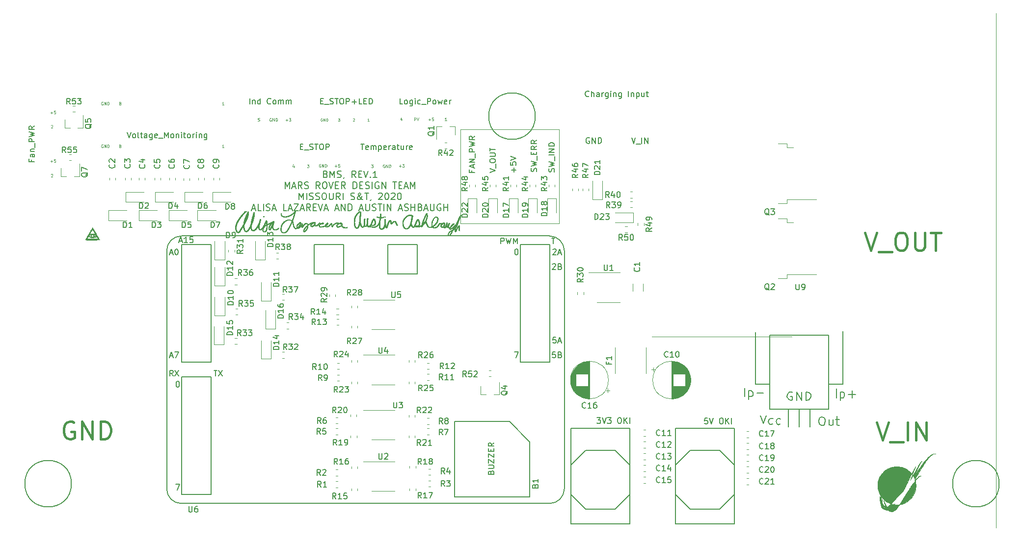
<source format=gbr>
G04 #@! TF.GenerationSoftware,KiCad,Pcbnew,(5.1.4)-1*
G04 #@! TF.CreationDate,2019-12-13T14:43:06-06:00*
G04 #@! TF.ProjectId,2020_BMSBOARD,32303230-5f42-44d5-9342-4f4152442e6b,rev?*
G04 #@! TF.SameCoordinates,Original*
G04 #@! TF.FileFunction,Legend,Top*
G04 #@! TF.FilePolarity,Positive*
%FSLAX46Y46*%
G04 Gerber Fmt 4.6, Leading zero omitted, Abs format (unit mm)*
G04 Created by KiCad (PCBNEW (5.1.4)-1) date 2019-12-13 14:43:06*
%MOMM*%
%LPD*%
G04 APERTURE LIST*
%ADD10C,0.190500*%
%ADD11C,0.150000*%
%ADD12C,0.076200*%
%ADD13C,0.120000*%
%ADD14C,0.457200*%
%ADD15C,0.050800*%
%ADD16C,0.010000*%
G04 APERTURE END LIST*
D10*
X143101785Y3955142D02*
X143265071Y3900714D01*
X143319500Y3846285D01*
X143373928Y3737428D01*
X143373928Y3574142D01*
X143319500Y3465285D01*
X143265071Y3410857D01*
X143156214Y3356428D01*
X142720785Y3356428D01*
X142720785Y4499428D01*
X143101785Y4499428D01*
X143210642Y4445000D01*
X143265071Y4390571D01*
X143319500Y4281714D01*
X143319500Y4172857D01*
X143265071Y4064000D01*
X143210642Y4009571D01*
X143101785Y3955142D01*
X142720785Y3955142D01*
X143863785Y3356428D02*
X143863785Y4499428D01*
X144244785Y3683000D01*
X144625785Y4499428D01*
X144625785Y3356428D01*
X145115642Y3410857D02*
X145278928Y3356428D01*
X145551071Y3356428D01*
X145659928Y3410857D01*
X145714357Y3465285D01*
X145768785Y3574142D01*
X145768785Y3683000D01*
X145714357Y3791857D01*
X145659928Y3846285D01*
X145551071Y3900714D01*
X145333357Y3955142D01*
X145224500Y4009571D01*
X145170071Y4064000D01*
X145115642Y4172857D01*
X145115642Y4281714D01*
X145170071Y4390571D01*
X145224500Y4445000D01*
X145333357Y4499428D01*
X145605500Y4499428D01*
X145768785Y4445000D01*
X146313071Y3410857D02*
X146313071Y3356428D01*
X146258642Y3247571D01*
X146204214Y3193142D01*
X148326928Y3356428D02*
X147945928Y3900714D01*
X147673785Y3356428D02*
X147673785Y4499428D01*
X148109214Y4499428D01*
X148218071Y4445000D01*
X148272500Y4390571D01*
X148326928Y4281714D01*
X148326928Y4118428D01*
X148272500Y4009571D01*
X148218071Y3955142D01*
X148109214Y3900714D01*
X147673785Y3900714D01*
X148816785Y3955142D02*
X149197785Y3955142D01*
X149361071Y3356428D02*
X148816785Y3356428D01*
X148816785Y4499428D01*
X149361071Y4499428D01*
X149687642Y4499428D02*
X150068642Y3356428D01*
X150449642Y4499428D01*
X150830642Y3465285D02*
X150885071Y3410857D01*
X150830642Y3356428D01*
X150776214Y3410857D01*
X150830642Y3465285D01*
X150830642Y3356428D01*
X151973642Y3356428D02*
X151320500Y3356428D01*
X151647071Y3356428D02*
X151647071Y4499428D01*
X151538214Y4336142D01*
X151429357Y4227285D01*
X151320500Y4172857D01*
X136107714Y1451428D02*
X136107714Y2594428D01*
X136488714Y1778000D01*
X136869714Y2594428D01*
X136869714Y1451428D01*
X137359571Y1778000D02*
X137903857Y1778000D01*
X137250714Y1451428D02*
X137631714Y2594428D01*
X138012714Y1451428D01*
X139046857Y1451428D02*
X138665857Y1995714D01*
X138393714Y1451428D02*
X138393714Y2594428D01*
X138829142Y2594428D01*
X138938000Y2540000D01*
X138992428Y2485571D01*
X139046857Y2376714D01*
X139046857Y2213428D01*
X138992428Y2104571D01*
X138938000Y2050142D01*
X138829142Y1995714D01*
X138393714Y1995714D01*
X139482285Y1505857D02*
X139645571Y1451428D01*
X139917714Y1451428D01*
X140026571Y1505857D01*
X140081000Y1560285D01*
X140135428Y1669142D01*
X140135428Y1778000D01*
X140081000Y1886857D01*
X140026571Y1941285D01*
X139917714Y1995714D01*
X139700000Y2050142D01*
X139591142Y2104571D01*
X139536714Y2159000D01*
X139482285Y2267857D01*
X139482285Y2376714D01*
X139536714Y2485571D01*
X139591142Y2540000D01*
X139700000Y2594428D01*
X139972142Y2594428D01*
X140135428Y2540000D01*
X142149285Y1451428D02*
X141768285Y1995714D01*
X141496142Y1451428D02*
X141496142Y2594428D01*
X141931571Y2594428D01*
X142040428Y2540000D01*
X142094857Y2485571D01*
X142149285Y2376714D01*
X142149285Y2213428D01*
X142094857Y2104571D01*
X142040428Y2050142D01*
X141931571Y1995714D01*
X141496142Y1995714D01*
X142856857Y2594428D02*
X143074571Y2594428D01*
X143183428Y2540000D01*
X143292285Y2431142D01*
X143346714Y2213428D01*
X143346714Y1832428D01*
X143292285Y1614714D01*
X143183428Y1505857D01*
X143074571Y1451428D01*
X142856857Y1451428D01*
X142748000Y1505857D01*
X142639142Y1614714D01*
X142584714Y1832428D01*
X142584714Y2213428D01*
X142639142Y2431142D01*
X142748000Y2540000D01*
X142856857Y2594428D01*
X143673285Y2594428D02*
X144054285Y1451428D01*
X144435285Y2594428D01*
X144816285Y2050142D02*
X145197285Y2050142D01*
X145360571Y1451428D02*
X144816285Y1451428D01*
X144816285Y2594428D01*
X145360571Y2594428D01*
X146503571Y1451428D02*
X146122571Y1995714D01*
X145850428Y1451428D02*
X145850428Y2594428D01*
X146285857Y2594428D01*
X146394714Y2540000D01*
X146449142Y2485571D01*
X146503571Y2376714D01*
X146503571Y2213428D01*
X146449142Y2104571D01*
X146394714Y2050142D01*
X146285857Y1995714D01*
X145850428Y1995714D01*
X147864285Y1451428D02*
X147864285Y2594428D01*
X148136428Y2594428D01*
X148299714Y2540000D01*
X148408571Y2431142D01*
X148463000Y2322285D01*
X148517428Y2104571D01*
X148517428Y1941285D01*
X148463000Y1723571D01*
X148408571Y1614714D01*
X148299714Y1505857D01*
X148136428Y1451428D01*
X147864285Y1451428D01*
X149007285Y2050142D02*
X149388285Y2050142D01*
X149551571Y1451428D02*
X149007285Y1451428D01*
X149007285Y2594428D01*
X149551571Y2594428D01*
X149987000Y1505857D02*
X150150285Y1451428D01*
X150422428Y1451428D01*
X150531285Y1505857D01*
X150585714Y1560285D01*
X150640142Y1669142D01*
X150640142Y1778000D01*
X150585714Y1886857D01*
X150531285Y1941285D01*
X150422428Y1995714D01*
X150204714Y2050142D01*
X150095857Y2104571D01*
X150041428Y2159000D01*
X149987000Y2267857D01*
X149987000Y2376714D01*
X150041428Y2485571D01*
X150095857Y2540000D01*
X150204714Y2594428D01*
X150476857Y2594428D01*
X150640142Y2540000D01*
X151130000Y1451428D02*
X151130000Y2594428D01*
X152273000Y2540000D02*
X152164142Y2594428D01*
X152000857Y2594428D01*
X151837571Y2540000D01*
X151728714Y2431142D01*
X151674285Y2322285D01*
X151619857Y2104571D01*
X151619857Y1941285D01*
X151674285Y1723571D01*
X151728714Y1614714D01*
X151837571Y1505857D01*
X152000857Y1451428D01*
X152109714Y1451428D01*
X152273000Y1505857D01*
X152327428Y1560285D01*
X152327428Y1941285D01*
X152109714Y1941285D01*
X152817285Y1451428D02*
X152817285Y2594428D01*
X153470428Y1451428D01*
X153470428Y2594428D01*
X154722285Y2594428D02*
X155375428Y2594428D01*
X155048857Y1451428D02*
X155048857Y2594428D01*
X155756428Y2050142D02*
X156137428Y2050142D01*
X156300714Y1451428D02*
X155756428Y1451428D01*
X155756428Y2594428D01*
X156300714Y2594428D01*
X156736142Y1778000D02*
X157280428Y1778000D01*
X156627285Y1451428D02*
X157008285Y2594428D01*
X157389285Y1451428D01*
X157770285Y1451428D02*
X157770285Y2594428D01*
X158151285Y1778000D01*
X158532285Y2594428D01*
X158532285Y1451428D01*
X138529785Y-453571D02*
X138529785Y689428D01*
X138910785Y-127000D01*
X139291785Y689428D01*
X139291785Y-453571D01*
X139836071Y-453571D02*
X139836071Y689428D01*
X140325928Y-399142D02*
X140489214Y-453571D01*
X140761357Y-453571D01*
X140870214Y-399142D01*
X140924642Y-344714D01*
X140979071Y-235857D01*
X140979071Y-127000D01*
X140924642Y-18142D01*
X140870214Y36285D01*
X140761357Y90714D01*
X140543642Y145142D01*
X140434785Y199571D01*
X140380357Y254000D01*
X140325928Y362857D01*
X140325928Y471714D01*
X140380357Y580571D01*
X140434785Y635000D01*
X140543642Y689428D01*
X140815785Y689428D01*
X140979071Y635000D01*
X141414500Y-399142D02*
X141577785Y-453571D01*
X141849928Y-453571D01*
X141958785Y-399142D01*
X142013214Y-344714D01*
X142067642Y-235857D01*
X142067642Y-127000D01*
X142013214Y-18142D01*
X141958785Y36285D01*
X141849928Y90714D01*
X141632214Y145142D01*
X141523357Y199571D01*
X141468928Y254000D01*
X141414500Y362857D01*
X141414500Y471714D01*
X141468928Y580571D01*
X141523357Y635000D01*
X141632214Y689428D01*
X141904357Y689428D01*
X142067642Y635000D01*
X142775214Y689428D02*
X142992928Y689428D01*
X143101785Y635000D01*
X143210642Y526142D01*
X143265071Y308428D01*
X143265071Y-72571D01*
X143210642Y-290285D01*
X143101785Y-399142D01*
X142992928Y-453571D01*
X142775214Y-453571D01*
X142666357Y-399142D01*
X142557500Y-290285D01*
X142503071Y-72571D01*
X142503071Y308428D01*
X142557500Y526142D01*
X142666357Y635000D01*
X142775214Y689428D01*
X143754928Y689428D02*
X143754928Y-235857D01*
X143809357Y-344714D01*
X143863785Y-399142D01*
X143972642Y-453571D01*
X144190357Y-453571D01*
X144299214Y-399142D01*
X144353642Y-344714D01*
X144408071Y-235857D01*
X144408071Y689428D01*
X145605500Y-453571D02*
X145224500Y90714D01*
X144952357Y-453571D02*
X144952357Y689428D01*
X145387785Y689428D01*
X145496642Y635000D01*
X145551071Y580571D01*
X145605500Y471714D01*
X145605500Y308428D01*
X145551071Y199571D01*
X145496642Y145142D01*
X145387785Y90714D01*
X144952357Y90714D01*
X146095357Y-453571D02*
X146095357Y689428D01*
X147456071Y-399142D02*
X147619357Y-453571D01*
X147891500Y-453571D01*
X148000357Y-399142D01*
X148054785Y-344714D01*
X148109214Y-235857D01*
X148109214Y-127000D01*
X148054785Y-18142D01*
X148000357Y36285D01*
X147891500Y90714D01*
X147673785Y145142D01*
X147564928Y199571D01*
X147510500Y254000D01*
X147456071Y362857D01*
X147456071Y471714D01*
X147510500Y580571D01*
X147564928Y635000D01*
X147673785Y689428D01*
X147945928Y689428D01*
X148109214Y635000D01*
X149524357Y-453571D02*
X149469928Y-453571D01*
X149361071Y-399142D01*
X149197785Y-235857D01*
X148925642Y90714D01*
X148816785Y254000D01*
X148762357Y417285D01*
X148762357Y526142D01*
X148816785Y635000D01*
X148925642Y689428D01*
X148980071Y689428D01*
X149088928Y635000D01*
X149143357Y526142D01*
X149143357Y471714D01*
X149088928Y362857D01*
X149034500Y308428D01*
X148707928Y90714D01*
X148653500Y36285D01*
X148599071Y-72571D01*
X148599071Y-235857D01*
X148653500Y-344714D01*
X148707928Y-399142D01*
X148816785Y-453571D01*
X148980071Y-453571D01*
X149088928Y-399142D01*
X149143357Y-344714D01*
X149306642Y-127000D01*
X149361071Y36285D01*
X149361071Y145142D01*
X149850928Y689428D02*
X150504071Y689428D01*
X150177500Y-453571D02*
X150177500Y689428D01*
X150939500Y-399142D02*
X150939500Y-453571D01*
X150885071Y-562428D01*
X150830642Y-616857D01*
X152245785Y580571D02*
X152300214Y635000D01*
X152409071Y689428D01*
X152681214Y689428D01*
X152790071Y635000D01*
X152844500Y580571D01*
X152898928Y471714D01*
X152898928Y362857D01*
X152844500Y199571D01*
X152191357Y-453571D01*
X152898928Y-453571D01*
X153606500Y689428D02*
X153715357Y689428D01*
X153824214Y635000D01*
X153878642Y580571D01*
X153933071Y471714D01*
X153987500Y254000D01*
X153987500Y-18142D01*
X153933071Y-235857D01*
X153878642Y-344714D01*
X153824214Y-399142D01*
X153715357Y-453571D01*
X153606500Y-453571D01*
X153497642Y-399142D01*
X153443214Y-344714D01*
X153388785Y-235857D01*
X153334357Y-18142D01*
X153334357Y254000D01*
X153388785Y471714D01*
X153443214Y580571D01*
X153497642Y635000D01*
X153606500Y689428D01*
X154422928Y580571D02*
X154477357Y635000D01*
X154586214Y689428D01*
X154858357Y689428D01*
X154967214Y635000D01*
X155021642Y580571D01*
X155076071Y471714D01*
X155076071Y362857D01*
X155021642Y199571D01*
X154368500Y-453571D01*
X155076071Y-453571D01*
X155783642Y689428D02*
X155892500Y689428D01*
X156001357Y635000D01*
X156055785Y580571D01*
X156110214Y471714D01*
X156164642Y254000D01*
X156164642Y-18142D01*
X156110214Y-235857D01*
X156055785Y-344714D01*
X156001357Y-399142D01*
X155892500Y-453571D01*
X155783642Y-453571D01*
X155674785Y-399142D01*
X155620357Y-344714D01*
X155565928Y-235857D01*
X155511500Y-18142D01*
X155511500Y254000D01*
X155565928Y471714D01*
X155620357Y580571D01*
X155674785Y635000D01*
X155783642Y689428D01*
X130419928Y-2032000D02*
X130964214Y-2032000D01*
X130311071Y-2358571D02*
X130692071Y-1215571D01*
X131073071Y-2358571D01*
X131998357Y-2358571D02*
X131454071Y-2358571D01*
X131454071Y-1215571D01*
X132379357Y-2358571D02*
X132379357Y-1215571D01*
X132869214Y-2304142D02*
X133032500Y-2358571D01*
X133304642Y-2358571D01*
X133413500Y-2304142D01*
X133467928Y-2249714D01*
X133522357Y-2140857D01*
X133522357Y-2032000D01*
X133467928Y-1923142D01*
X133413500Y-1868714D01*
X133304642Y-1814285D01*
X133086928Y-1759857D01*
X132978071Y-1705428D01*
X132923642Y-1651000D01*
X132869214Y-1542142D01*
X132869214Y-1433285D01*
X132923642Y-1324428D01*
X132978071Y-1270000D01*
X133086928Y-1215571D01*
X133359071Y-1215571D01*
X133522357Y-1270000D01*
X133957785Y-2032000D02*
X134502071Y-2032000D01*
X133848928Y-2358571D02*
X134229928Y-1215571D01*
X134610928Y-2358571D01*
X136407071Y-2358571D02*
X135862785Y-2358571D01*
X135862785Y-1215571D01*
X136733642Y-2032000D02*
X137277928Y-2032000D01*
X136624785Y-2358571D02*
X137005785Y-1215571D01*
X137386785Y-2358571D01*
X137658928Y-1215571D02*
X138420928Y-1215571D01*
X137658928Y-2358571D01*
X138420928Y-2358571D01*
X138801928Y-2032000D02*
X139346214Y-2032000D01*
X138693071Y-2358571D02*
X139074071Y-1215571D01*
X139455071Y-2358571D01*
X140489214Y-2358571D02*
X140108214Y-1814285D01*
X139836071Y-2358571D02*
X139836071Y-1215571D01*
X140271500Y-1215571D01*
X140380357Y-1270000D01*
X140434785Y-1324428D01*
X140489214Y-1433285D01*
X140489214Y-1596571D01*
X140434785Y-1705428D01*
X140380357Y-1759857D01*
X140271500Y-1814285D01*
X139836071Y-1814285D01*
X140979071Y-1759857D02*
X141360071Y-1759857D01*
X141523357Y-2358571D02*
X140979071Y-2358571D01*
X140979071Y-1215571D01*
X141523357Y-1215571D01*
X141849928Y-1215571D02*
X142230928Y-2358571D01*
X142611928Y-1215571D01*
X142938500Y-2032000D02*
X143482785Y-2032000D01*
X142829642Y-2358571D02*
X143210642Y-1215571D01*
X143591642Y-2358571D01*
X144789071Y-2032000D02*
X145333357Y-2032000D01*
X144680214Y-2358571D02*
X145061214Y-1215571D01*
X145442214Y-2358571D01*
X145823214Y-2358571D02*
X145823214Y-1215571D01*
X146476357Y-2358571D01*
X146476357Y-1215571D01*
X147020642Y-2358571D02*
X147020642Y-1215571D01*
X147292785Y-1215571D01*
X147456071Y-1270000D01*
X147564928Y-1378857D01*
X147619357Y-1487714D01*
X147673785Y-1705428D01*
X147673785Y-1868714D01*
X147619357Y-2086428D01*
X147564928Y-2195285D01*
X147456071Y-2304142D01*
X147292785Y-2358571D01*
X147020642Y-2358571D01*
X148980071Y-2032000D02*
X149524357Y-2032000D01*
X148871214Y-2358571D02*
X149252214Y-1215571D01*
X149633214Y-2358571D01*
X150014214Y-1215571D02*
X150014214Y-2140857D01*
X150068642Y-2249714D01*
X150123071Y-2304142D01*
X150231928Y-2358571D01*
X150449642Y-2358571D01*
X150558500Y-2304142D01*
X150612928Y-2249714D01*
X150667357Y-2140857D01*
X150667357Y-1215571D01*
X151157214Y-2304142D02*
X151320500Y-2358571D01*
X151592642Y-2358571D01*
X151701500Y-2304142D01*
X151755928Y-2249714D01*
X151810357Y-2140857D01*
X151810357Y-2032000D01*
X151755928Y-1923142D01*
X151701500Y-1868714D01*
X151592642Y-1814285D01*
X151374928Y-1759857D01*
X151266071Y-1705428D01*
X151211642Y-1651000D01*
X151157214Y-1542142D01*
X151157214Y-1433285D01*
X151211642Y-1324428D01*
X151266071Y-1270000D01*
X151374928Y-1215571D01*
X151647071Y-1215571D01*
X151810357Y-1270000D01*
X152136928Y-1215571D02*
X152790071Y-1215571D01*
X152463500Y-2358571D02*
X152463500Y-1215571D01*
X153171071Y-2358571D02*
X153171071Y-1215571D01*
X153715357Y-2358571D02*
X153715357Y-1215571D01*
X154368500Y-2358571D01*
X154368500Y-1215571D01*
X155729214Y-2032000D02*
X156273500Y-2032000D01*
X155620357Y-2358571D02*
X156001357Y-1215571D01*
X156382357Y-2358571D01*
X156708928Y-2304142D02*
X156872214Y-2358571D01*
X157144357Y-2358571D01*
X157253214Y-2304142D01*
X157307642Y-2249714D01*
X157362071Y-2140857D01*
X157362071Y-2032000D01*
X157307642Y-1923142D01*
X157253214Y-1868714D01*
X157144357Y-1814285D01*
X156926642Y-1759857D01*
X156817785Y-1705428D01*
X156763357Y-1651000D01*
X156708928Y-1542142D01*
X156708928Y-1433285D01*
X156763357Y-1324428D01*
X156817785Y-1270000D01*
X156926642Y-1215571D01*
X157198785Y-1215571D01*
X157362071Y-1270000D01*
X157851928Y-2358571D02*
X157851928Y-1215571D01*
X157851928Y-1759857D02*
X158505071Y-1759857D01*
X158505071Y-2358571D02*
X158505071Y-1215571D01*
X159430357Y-1759857D02*
X159593642Y-1814285D01*
X159648071Y-1868714D01*
X159702500Y-1977571D01*
X159702500Y-2140857D01*
X159648071Y-2249714D01*
X159593642Y-2304142D01*
X159484785Y-2358571D01*
X159049357Y-2358571D01*
X159049357Y-1215571D01*
X159430357Y-1215571D01*
X159539214Y-1270000D01*
X159593642Y-1324428D01*
X159648071Y-1433285D01*
X159648071Y-1542142D01*
X159593642Y-1651000D01*
X159539214Y-1705428D01*
X159430357Y-1759857D01*
X159049357Y-1759857D01*
X160137928Y-2032000D02*
X160682214Y-2032000D01*
X160029071Y-2358571D02*
X160410071Y-1215571D01*
X160791071Y-2358571D01*
X161172071Y-1215571D02*
X161172071Y-2140857D01*
X161226500Y-2249714D01*
X161280928Y-2304142D01*
X161389785Y-2358571D01*
X161607500Y-2358571D01*
X161716357Y-2304142D01*
X161770785Y-2249714D01*
X161825214Y-2140857D01*
X161825214Y-1215571D01*
X162968214Y-1270000D02*
X162859357Y-1215571D01*
X162696071Y-1215571D01*
X162532785Y-1270000D01*
X162423928Y-1378857D01*
X162369500Y-1487714D01*
X162315071Y-1705428D01*
X162315071Y-1868714D01*
X162369500Y-2086428D01*
X162423928Y-2195285D01*
X162532785Y-2304142D01*
X162696071Y-2358571D01*
X162804928Y-2358571D01*
X162968214Y-2304142D01*
X163022642Y-2249714D01*
X163022642Y-1868714D01*
X162804928Y-1868714D01*
X163512500Y-2358571D02*
X163512500Y-1215571D01*
X163512500Y-1759857D02*
X164165642Y-1759857D01*
X164165642Y-2358571D02*
X164165642Y-1215571D01*
D11*
X188532095Y17422857D02*
X188484476Y17375238D01*
X188341619Y17327619D01*
X188246380Y17327619D01*
X188103523Y17375238D01*
X188008285Y17470476D01*
X187960666Y17565714D01*
X187913047Y17756190D01*
X187913047Y17899047D01*
X187960666Y18089523D01*
X188008285Y18184761D01*
X188103523Y18280000D01*
X188246380Y18327619D01*
X188341619Y18327619D01*
X188484476Y18280000D01*
X188532095Y18232380D01*
X188960666Y17327619D02*
X188960666Y18327619D01*
X189389238Y17327619D02*
X189389238Y17851428D01*
X189341619Y17946666D01*
X189246380Y17994285D01*
X189103523Y17994285D01*
X189008285Y17946666D01*
X188960666Y17899047D01*
X190294000Y17327619D02*
X190294000Y17851428D01*
X190246380Y17946666D01*
X190151142Y17994285D01*
X189960666Y17994285D01*
X189865428Y17946666D01*
X190294000Y17375238D02*
X190198761Y17327619D01*
X189960666Y17327619D01*
X189865428Y17375238D01*
X189817809Y17470476D01*
X189817809Y17565714D01*
X189865428Y17660952D01*
X189960666Y17708571D01*
X190198761Y17708571D01*
X190294000Y17756190D01*
X190770190Y17327619D02*
X190770190Y17994285D01*
X190770190Y17803809D02*
X190817809Y17899047D01*
X190865428Y17946666D01*
X190960666Y17994285D01*
X191055904Y17994285D01*
X191817809Y17994285D02*
X191817809Y17184761D01*
X191770190Y17089523D01*
X191722571Y17041904D01*
X191627333Y16994285D01*
X191484476Y16994285D01*
X191389238Y17041904D01*
X191817809Y17375238D02*
X191722571Y17327619D01*
X191532095Y17327619D01*
X191436857Y17375238D01*
X191389238Y17422857D01*
X191341619Y17518095D01*
X191341619Y17803809D01*
X191389238Y17899047D01*
X191436857Y17946666D01*
X191532095Y17994285D01*
X191722571Y17994285D01*
X191817809Y17946666D01*
X192294000Y17327619D02*
X192294000Y17994285D01*
X192294000Y18327619D02*
X192246380Y18280000D01*
X192294000Y18232380D01*
X192341619Y18280000D01*
X192294000Y18327619D01*
X192294000Y18232380D01*
X192770190Y17994285D02*
X192770190Y17327619D01*
X192770190Y17899047D02*
X192817809Y17946666D01*
X192913047Y17994285D01*
X193055904Y17994285D01*
X193151142Y17946666D01*
X193198761Y17851428D01*
X193198761Y17327619D01*
X194103523Y17994285D02*
X194103523Y17184761D01*
X194055904Y17089523D01*
X194008285Y17041904D01*
X193913047Y16994285D01*
X193770190Y16994285D01*
X193674952Y17041904D01*
X194103523Y17375238D02*
X194008285Y17327619D01*
X193817809Y17327619D01*
X193722571Y17375238D01*
X193674952Y17422857D01*
X193627333Y17518095D01*
X193627333Y17803809D01*
X193674952Y17899047D01*
X193722571Y17946666D01*
X193817809Y17994285D01*
X194008285Y17994285D01*
X194103523Y17946666D01*
X195341619Y17327619D02*
X195341619Y18327619D01*
X195817809Y17994285D02*
X195817809Y17327619D01*
X195817809Y17899047D02*
X195865428Y17946666D01*
X195960666Y17994285D01*
X196103523Y17994285D01*
X196198761Y17946666D01*
X196246380Y17851428D01*
X196246380Y17327619D01*
X196722571Y17994285D02*
X196722571Y16994285D01*
X196722571Y17946666D02*
X196817809Y17994285D01*
X197008285Y17994285D01*
X197103523Y17946666D01*
X197151142Y17899047D01*
X197198761Y17803809D01*
X197198761Y17518095D01*
X197151142Y17422857D01*
X197103523Y17375238D01*
X197008285Y17327619D01*
X196817809Y17327619D01*
X196722571Y17375238D01*
X198055904Y17994285D02*
X198055904Y17327619D01*
X197627333Y17994285D02*
X197627333Y17470476D01*
X197674952Y17375238D01*
X197770190Y17327619D01*
X197913047Y17327619D01*
X198008285Y17375238D01*
X198055904Y17422857D01*
X198389238Y17994285D02*
X198770190Y17994285D01*
X198532095Y18327619D02*
X198532095Y17470476D01*
X198579714Y17375238D01*
X198674952Y17327619D01*
X198770190Y17327619D01*
D12*
X125557642Y8533190D02*
X125267357Y8533190D01*
X125412500Y8533190D02*
X125412500Y9041190D01*
X125364119Y8968619D01*
X125315738Y8920238D01*
X125267357Y8896047D01*
X107584119Y8823476D02*
X107535738Y8847666D01*
X107511547Y8871857D01*
X107487357Y8920238D01*
X107487357Y8944428D01*
X107511547Y8992809D01*
X107535738Y9017000D01*
X107584119Y9041190D01*
X107680880Y9041190D01*
X107729261Y9017000D01*
X107753452Y8992809D01*
X107777642Y8944428D01*
X107777642Y8920238D01*
X107753452Y8871857D01*
X107729261Y8847666D01*
X107680880Y8823476D01*
X107584119Y8823476D01*
X107535738Y8799285D01*
X107511547Y8775095D01*
X107487357Y8726714D01*
X107487357Y8629952D01*
X107511547Y8581571D01*
X107535738Y8557380D01*
X107584119Y8533190D01*
X107680880Y8533190D01*
X107729261Y8557380D01*
X107753452Y8581571D01*
X107777642Y8629952D01*
X107777642Y8726714D01*
X107753452Y8775095D01*
X107729261Y8799285D01*
X107680880Y8823476D01*
X104705452Y9017000D02*
X104657071Y9041190D01*
X104584500Y9041190D01*
X104511928Y9017000D01*
X104463547Y8968619D01*
X104439357Y8920238D01*
X104415166Y8823476D01*
X104415166Y8750904D01*
X104439357Y8654142D01*
X104463547Y8605761D01*
X104511928Y8557380D01*
X104584500Y8533190D01*
X104632880Y8533190D01*
X104705452Y8557380D01*
X104729642Y8581571D01*
X104729642Y8750904D01*
X104632880Y8750904D01*
X104947357Y8533190D02*
X104947357Y9041190D01*
X105237642Y8533190D01*
X105237642Y9041190D01*
X105479547Y8533190D02*
X105479547Y9041190D01*
X105600500Y9041190D01*
X105673071Y9017000D01*
X105721452Y8968619D01*
X105745642Y8920238D01*
X105769833Y8823476D01*
X105769833Y8750904D01*
X105745642Y8654142D01*
X105721452Y8605761D01*
X105673071Y8557380D01*
X105600500Y8533190D01*
X105479547Y8533190D01*
D13*
X183388000Y-4572000D02*
X183388000Y-4318000D01*
X166370000Y-4572000D02*
X183388000Y-4572000D01*
X166370000Y11684000D02*
X166370000Y-4572000D01*
X166878000Y11684000D02*
X166370000Y11684000D01*
X183388000Y11684000D02*
X166878000Y11684000D01*
X183388000Y10668000D02*
X183388000Y11684000D01*
X183388000Y10160000D02*
X183388000Y10668000D01*
X183388000Y-4318000D02*
X183388000Y10160000D01*
D11*
X108871619Y11215619D02*
X109204952Y10215619D01*
X109538285Y11215619D01*
X110014476Y10215619D02*
X109919238Y10263238D01*
X109871619Y10310857D01*
X109824000Y10406095D01*
X109824000Y10691809D01*
X109871619Y10787047D01*
X109919238Y10834666D01*
X110014476Y10882285D01*
X110157333Y10882285D01*
X110252571Y10834666D01*
X110300190Y10787047D01*
X110347809Y10691809D01*
X110347809Y10406095D01*
X110300190Y10310857D01*
X110252571Y10263238D01*
X110157333Y10215619D01*
X110014476Y10215619D01*
X110919238Y10215619D02*
X110824000Y10263238D01*
X110776380Y10358476D01*
X110776380Y11215619D01*
X111157333Y10882285D02*
X111538285Y10882285D01*
X111300190Y11215619D02*
X111300190Y10358476D01*
X111347809Y10263238D01*
X111443047Y10215619D01*
X111538285Y10215619D01*
X112300190Y10215619D02*
X112300190Y10739428D01*
X112252571Y10834666D01*
X112157333Y10882285D01*
X111966857Y10882285D01*
X111871619Y10834666D01*
X112300190Y10263238D02*
X112204952Y10215619D01*
X111966857Y10215619D01*
X111871619Y10263238D01*
X111824000Y10358476D01*
X111824000Y10453714D01*
X111871619Y10548952D01*
X111966857Y10596571D01*
X112204952Y10596571D01*
X112300190Y10644190D01*
X113204952Y10882285D02*
X113204952Y10072761D01*
X113157333Y9977523D01*
X113109714Y9929904D01*
X113014476Y9882285D01*
X112871619Y9882285D01*
X112776380Y9929904D01*
X113204952Y10263238D02*
X113109714Y10215619D01*
X112919238Y10215619D01*
X112824000Y10263238D01*
X112776380Y10310857D01*
X112728761Y10406095D01*
X112728761Y10691809D01*
X112776380Y10787047D01*
X112824000Y10834666D01*
X112919238Y10882285D01*
X113109714Y10882285D01*
X113204952Y10834666D01*
X114062095Y10263238D02*
X113966857Y10215619D01*
X113776380Y10215619D01*
X113681142Y10263238D01*
X113633523Y10358476D01*
X113633523Y10739428D01*
X113681142Y10834666D01*
X113776380Y10882285D01*
X113966857Y10882285D01*
X114062095Y10834666D01*
X114109714Y10739428D01*
X114109714Y10644190D01*
X113633523Y10548952D01*
X114300190Y10120380D02*
X115062095Y10120380D01*
X115300190Y10215619D02*
X115300190Y11215619D01*
X115633523Y10501333D01*
X115966857Y11215619D01*
X115966857Y10215619D01*
X116585904Y10215619D02*
X116490666Y10263238D01*
X116443047Y10310857D01*
X116395428Y10406095D01*
X116395428Y10691809D01*
X116443047Y10787047D01*
X116490666Y10834666D01*
X116585904Y10882285D01*
X116728761Y10882285D01*
X116824000Y10834666D01*
X116871619Y10787047D01*
X116919238Y10691809D01*
X116919238Y10406095D01*
X116871619Y10310857D01*
X116824000Y10263238D01*
X116728761Y10215619D01*
X116585904Y10215619D01*
X117347809Y10882285D02*
X117347809Y10215619D01*
X117347809Y10787047D02*
X117395428Y10834666D01*
X117490666Y10882285D01*
X117633523Y10882285D01*
X117728761Y10834666D01*
X117776380Y10739428D01*
X117776380Y10215619D01*
X118252571Y10215619D02*
X118252571Y10882285D01*
X118252571Y11215619D02*
X118204952Y11168000D01*
X118252571Y11120380D01*
X118300190Y11168000D01*
X118252571Y11215619D01*
X118252571Y11120380D01*
X118585904Y10882285D02*
X118966857Y10882285D01*
X118728761Y11215619D02*
X118728761Y10358476D01*
X118776380Y10263238D01*
X118871619Y10215619D01*
X118966857Y10215619D01*
X119443047Y10215619D02*
X119347809Y10263238D01*
X119300190Y10310857D01*
X119252571Y10406095D01*
X119252571Y10691809D01*
X119300190Y10787047D01*
X119347809Y10834666D01*
X119443047Y10882285D01*
X119585904Y10882285D01*
X119681142Y10834666D01*
X119728761Y10787047D01*
X119776380Y10691809D01*
X119776380Y10406095D01*
X119728761Y10310857D01*
X119681142Y10263238D01*
X119585904Y10215619D01*
X119443047Y10215619D01*
X120204952Y10215619D02*
X120204952Y10882285D01*
X120204952Y10691809D02*
X120252571Y10787047D01*
X120300190Y10834666D01*
X120395428Y10882285D01*
X120490666Y10882285D01*
X120824000Y10215619D02*
X120824000Y10882285D01*
X120824000Y11215619D02*
X120776380Y11168000D01*
X120824000Y11120380D01*
X120871619Y11168000D01*
X120824000Y11215619D01*
X120824000Y11120380D01*
X121300190Y10882285D02*
X121300190Y10215619D01*
X121300190Y10787047D02*
X121347809Y10834666D01*
X121443047Y10882285D01*
X121585904Y10882285D01*
X121681142Y10834666D01*
X121728761Y10739428D01*
X121728761Y10215619D01*
X122633523Y10882285D02*
X122633523Y10072761D01*
X122585904Y9977523D01*
X122538285Y9929904D01*
X122443047Y9882285D01*
X122300190Y9882285D01*
X122204952Y9929904D01*
X122633523Y10263238D02*
X122538285Y10215619D01*
X122347809Y10215619D01*
X122252571Y10263238D01*
X122204952Y10310857D01*
X122157333Y10406095D01*
X122157333Y10691809D01*
X122204952Y10787047D01*
X122252571Y10834666D01*
X122347809Y10882285D01*
X122538285Y10882285D01*
X122633523Y10834666D01*
X92384571Y6429714D02*
X92384571Y6096380D01*
X92908380Y6096380D02*
X91908380Y6096380D01*
X91908380Y6572571D01*
X92908380Y7382095D02*
X92384571Y7382095D01*
X92289333Y7334476D01*
X92241714Y7239238D01*
X92241714Y7048761D01*
X92289333Y6953523D01*
X92860761Y7382095D02*
X92908380Y7286857D01*
X92908380Y7048761D01*
X92860761Y6953523D01*
X92765523Y6905904D01*
X92670285Y6905904D01*
X92575047Y6953523D01*
X92527428Y7048761D01*
X92527428Y7286857D01*
X92479809Y7382095D01*
X92241714Y7858285D02*
X92908380Y7858285D01*
X92336952Y7858285D02*
X92289333Y7905904D01*
X92241714Y8001142D01*
X92241714Y8144000D01*
X92289333Y8239238D01*
X92384571Y8286857D01*
X92908380Y8286857D01*
X93003619Y8524952D02*
X93003619Y9286857D01*
X92908380Y9524952D02*
X91908380Y9524952D01*
X91908380Y9905904D01*
X91956000Y10001142D01*
X92003619Y10048761D01*
X92098857Y10096380D01*
X92241714Y10096380D01*
X92336952Y10048761D01*
X92384571Y10001142D01*
X92432190Y9905904D01*
X92432190Y9524952D01*
X91908380Y10429714D02*
X92908380Y10667809D01*
X92194095Y10858285D01*
X92908380Y11048761D01*
X91908380Y11286857D01*
X92908380Y12239238D02*
X92432190Y11905904D01*
X92908380Y11667809D02*
X91908380Y11667809D01*
X91908380Y12048761D01*
X91956000Y12144000D01*
X92003619Y12191619D01*
X92098857Y12239238D01*
X92241714Y12239238D01*
X92336952Y12191619D01*
X92384571Y12144000D01*
X92432190Y12048761D01*
X92432190Y11667809D01*
X156416857Y16057619D02*
X155940666Y16057619D01*
X155940666Y17057619D01*
X156893047Y16057619D02*
X156797809Y16105238D01*
X156750190Y16152857D01*
X156702571Y16248095D01*
X156702571Y16533809D01*
X156750190Y16629047D01*
X156797809Y16676666D01*
X156893047Y16724285D01*
X157035904Y16724285D01*
X157131142Y16676666D01*
X157178761Y16629047D01*
X157226380Y16533809D01*
X157226380Y16248095D01*
X157178761Y16152857D01*
X157131142Y16105238D01*
X157035904Y16057619D01*
X156893047Y16057619D01*
X158083523Y16724285D02*
X158083523Y15914761D01*
X158035904Y15819523D01*
X157988285Y15771904D01*
X157893047Y15724285D01*
X157750190Y15724285D01*
X157654952Y15771904D01*
X158083523Y16105238D02*
X157988285Y16057619D01*
X157797809Y16057619D01*
X157702571Y16105238D01*
X157654952Y16152857D01*
X157607333Y16248095D01*
X157607333Y16533809D01*
X157654952Y16629047D01*
X157702571Y16676666D01*
X157797809Y16724285D01*
X157988285Y16724285D01*
X158083523Y16676666D01*
X158559714Y16057619D02*
X158559714Y16724285D01*
X158559714Y17057619D02*
X158512095Y17010000D01*
X158559714Y16962380D01*
X158607333Y17010000D01*
X158559714Y17057619D01*
X158559714Y16962380D01*
X159464476Y16105238D02*
X159369238Y16057619D01*
X159178761Y16057619D01*
X159083523Y16105238D01*
X159035904Y16152857D01*
X158988285Y16248095D01*
X158988285Y16533809D01*
X159035904Y16629047D01*
X159083523Y16676666D01*
X159178761Y16724285D01*
X159369238Y16724285D01*
X159464476Y16676666D01*
X159654952Y15962380D02*
X160416857Y15962380D01*
X160654952Y16057619D02*
X160654952Y17057619D01*
X161035904Y17057619D01*
X161131142Y17010000D01*
X161178761Y16962380D01*
X161226380Y16867142D01*
X161226380Y16724285D01*
X161178761Y16629047D01*
X161131142Y16581428D01*
X161035904Y16533809D01*
X160654952Y16533809D01*
X161797809Y16057619D02*
X161702571Y16105238D01*
X161654952Y16152857D01*
X161607333Y16248095D01*
X161607333Y16533809D01*
X161654952Y16629047D01*
X161702571Y16676666D01*
X161797809Y16724285D01*
X161940666Y16724285D01*
X162035904Y16676666D01*
X162083523Y16629047D01*
X162131142Y16533809D01*
X162131142Y16248095D01*
X162083523Y16152857D01*
X162035904Y16105238D01*
X161940666Y16057619D01*
X161797809Y16057619D01*
X162464476Y16724285D02*
X162654952Y16057619D01*
X162845428Y16533809D01*
X163035904Y16057619D01*
X163226380Y16724285D01*
X163988285Y16105238D02*
X163893047Y16057619D01*
X163702571Y16057619D01*
X163607333Y16105238D01*
X163559714Y16200476D01*
X163559714Y16581428D01*
X163607333Y16676666D01*
X163702571Y16724285D01*
X163893047Y16724285D01*
X163988285Y16676666D01*
X164035904Y16581428D01*
X164035904Y16486190D01*
X163559714Y16390952D01*
X164464476Y16057619D02*
X164464476Y16724285D01*
X164464476Y16533809D02*
X164512095Y16629047D01*
X164559714Y16676666D01*
X164654952Y16724285D01*
X164750190Y16724285D01*
X149170000Y9183619D02*
X149741428Y9183619D01*
X149455714Y8183619D02*
X149455714Y9183619D01*
X150455714Y8231238D02*
X150360476Y8183619D01*
X150170000Y8183619D01*
X150074761Y8231238D01*
X150027142Y8326476D01*
X150027142Y8707428D01*
X150074761Y8802666D01*
X150170000Y8850285D01*
X150360476Y8850285D01*
X150455714Y8802666D01*
X150503333Y8707428D01*
X150503333Y8612190D01*
X150027142Y8516952D01*
X150931904Y8183619D02*
X150931904Y8850285D01*
X150931904Y8755047D02*
X150979523Y8802666D01*
X151074761Y8850285D01*
X151217619Y8850285D01*
X151312857Y8802666D01*
X151360476Y8707428D01*
X151360476Y8183619D01*
X151360476Y8707428D02*
X151408095Y8802666D01*
X151503333Y8850285D01*
X151646190Y8850285D01*
X151741428Y8802666D01*
X151789047Y8707428D01*
X151789047Y8183619D01*
X152265238Y8850285D02*
X152265238Y7850285D01*
X152265238Y8802666D02*
X152360476Y8850285D01*
X152550952Y8850285D01*
X152646190Y8802666D01*
X152693809Y8755047D01*
X152741428Y8659809D01*
X152741428Y8374095D01*
X152693809Y8278857D01*
X152646190Y8231238D01*
X152550952Y8183619D01*
X152360476Y8183619D01*
X152265238Y8231238D01*
X153550952Y8231238D02*
X153455714Y8183619D01*
X153265238Y8183619D01*
X153170000Y8231238D01*
X153122380Y8326476D01*
X153122380Y8707428D01*
X153170000Y8802666D01*
X153265238Y8850285D01*
X153455714Y8850285D01*
X153550952Y8802666D01*
X153598571Y8707428D01*
X153598571Y8612190D01*
X153122380Y8516952D01*
X154027142Y8183619D02*
X154027142Y8850285D01*
X154027142Y8659809D02*
X154074761Y8755047D01*
X154122380Y8802666D01*
X154217619Y8850285D01*
X154312857Y8850285D01*
X155074761Y8183619D02*
X155074761Y8707428D01*
X155027142Y8802666D01*
X154931904Y8850285D01*
X154741428Y8850285D01*
X154646190Y8802666D01*
X155074761Y8231238D02*
X154979523Y8183619D01*
X154741428Y8183619D01*
X154646190Y8231238D01*
X154598571Y8326476D01*
X154598571Y8421714D01*
X154646190Y8516952D01*
X154741428Y8564571D01*
X154979523Y8564571D01*
X155074761Y8612190D01*
X155408095Y8850285D02*
X155789047Y8850285D01*
X155550952Y9183619D02*
X155550952Y8326476D01*
X155598571Y8231238D01*
X155693809Y8183619D01*
X155789047Y8183619D01*
X156550952Y8850285D02*
X156550952Y8183619D01*
X156122380Y8850285D02*
X156122380Y8326476D01*
X156170000Y8231238D01*
X156265238Y8183619D01*
X156408095Y8183619D01*
X156503333Y8231238D01*
X156550952Y8278857D01*
X157027142Y8183619D02*
X157027142Y8850285D01*
X157027142Y8659809D02*
X157074761Y8755047D01*
X157122380Y8802666D01*
X157217619Y8850285D01*
X157312857Y8850285D01*
X158027142Y8231238D02*
X157931904Y8183619D01*
X157741428Y8183619D01*
X157646190Y8231238D01*
X157598571Y8326476D01*
X157598571Y8707428D01*
X157646190Y8802666D01*
X157741428Y8850285D01*
X157931904Y8850285D01*
X158027142Y8802666D01*
X158074761Y8707428D01*
X158074761Y8612190D01*
X157598571Y8516952D01*
X195881809Y10263119D02*
X196215142Y9263119D01*
X196548476Y10263119D01*
X196643714Y9167880D02*
X197405619Y9167880D01*
X197643714Y9263119D02*
X197643714Y10263119D01*
X198119904Y9263119D02*
X198119904Y10263119D01*
X198691333Y9263119D01*
X198691333Y10263119D01*
X188595095Y10215500D02*
X188499857Y10263119D01*
X188357000Y10263119D01*
X188214142Y10215500D01*
X188118904Y10120261D01*
X188071285Y10025023D01*
X188023666Y9834547D01*
X188023666Y9691690D01*
X188071285Y9501214D01*
X188118904Y9405976D01*
X188214142Y9310738D01*
X188357000Y9263119D01*
X188452238Y9263119D01*
X188595095Y9310738D01*
X188642714Y9358357D01*
X188642714Y9691690D01*
X188452238Y9691690D01*
X189071285Y9263119D02*
X189071285Y10263119D01*
X189642714Y9263119D01*
X189642714Y10263119D01*
X190118904Y9263119D02*
X190118904Y10263119D01*
X190357000Y10263119D01*
X190499857Y10215500D01*
X190595095Y10120261D01*
X190642714Y10025023D01*
X190690333Y9834547D01*
X190690333Y9691690D01*
X190642714Y9501214D01*
X190595095Y9405976D01*
X190499857Y9310738D01*
X190357000Y9263119D01*
X190118904Y9263119D01*
D12*
X104705452Y16383000D02*
X104657071Y16407190D01*
X104584500Y16407190D01*
X104511928Y16383000D01*
X104463547Y16334619D01*
X104439357Y16286238D01*
X104415166Y16189476D01*
X104415166Y16116904D01*
X104439357Y16020142D01*
X104463547Y15971761D01*
X104511928Y15923380D01*
X104584500Y15899190D01*
X104632880Y15899190D01*
X104705452Y15923380D01*
X104729642Y15947571D01*
X104729642Y16116904D01*
X104632880Y16116904D01*
X104947357Y15899190D02*
X104947357Y16407190D01*
X105237642Y15899190D01*
X105237642Y16407190D01*
X105479547Y15899190D02*
X105479547Y16407190D01*
X105600500Y16407190D01*
X105673071Y16383000D01*
X105721452Y16334619D01*
X105745642Y16286238D01*
X105769833Y16189476D01*
X105769833Y16116904D01*
X105745642Y16020142D01*
X105721452Y15971761D01*
X105673071Y15923380D01*
X105600500Y15899190D01*
X105479547Y15899190D01*
X107584119Y16189476D02*
X107535738Y16213666D01*
X107511547Y16237857D01*
X107487357Y16286238D01*
X107487357Y16310428D01*
X107511547Y16358809D01*
X107535738Y16383000D01*
X107584119Y16407190D01*
X107680880Y16407190D01*
X107729261Y16383000D01*
X107753452Y16358809D01*
X107777642Y16310428D01*
X107777642Y16286238D01*
X107753452Y16237857D01*
X107729261Y16213666D01*
X107680880Y16189476D01*
X107584119Y16189476D01*
X107535738Y16165285D01*
X107511547Y16141095D01*
X107487357Y16092714D01*
X107487357Y15995952D01*
X107511547Y15947571D01*
X107535738Y15923380D01*
X107584119Y15899190D01*
X107680880Y15899190D01*
X107729261Y15923380D01*
X107753452Y15947571D01*
X107777642Y15995952D01*
X107777642Y16092714D01*
X107753452Y16141095D01*
X107729261Y16165285D01*
X107680880Y16189476D01*
X125557642Y15899190D02*
X125267357Y15899190D01*
X125412500Y15899190D02*
X125412500Y16407190D01*
X125364119Y16334619D01*
X125315738Y16286238D01*
X125267357Y16262047D01*
X95640071Y6186714D02*
X96027119Y6186714D01*
X95833595Y5993190D02*
X95833595Y6380238D01*
X96510928Y6501190D02*
X96269023Y6501190D01*
X96244833Y6259285D01*
X96269023Y6283476D01*
X96317404Y6307666D01*
X96438357Y6307666D01*
X96486738Y6283476D01*
X96510928Y6259285D01*
X96535119Y6210904D01*
X96535119Y6089952D01*
X96510928Y6041571D01*
X96486738Y6017380D01*
X96438357Y5993190D01*
X96317404Y5993190D01*
X96269023Y6017380D01*
X96244833Y6041571D01*
X95739857Y3912809D02*
X95764047Y3937000D01*
X95812428Y3961190D01*
X95933380Y3961190D01*
X95981761Y3937000D01*
X96005952Y3912809D01*
X96030142Y3864428D01*
X96030142Y3816047D01*
X96005952Y3743476D01*
X95715666Y3453190D01*
X96030142Y3453190D01*
X95739857Y12358309D02*
X95764047Y12382500D01*
X95812428Y12406690D01*
X95933380Y12406690D01*
X95981761Y12382500D01*
X96005952Y12358309D01*
X96030142Y12309928D01*
X96030142Y12261547D01*
X96005952Y12188976D01*
X95715666Y11898690D01*
X96030142Y11898690D01*
X95640071Y14568714D02*
X96027119Y14568714D01*
X95833595Y14375190D02*
X95833595Y14762238D01*
X96510928Y14883190D02*
X96269023Y14883190D01*
X96244833Y14641285D01*
X96269023Y14665476D01*
X96317404Y14689666D01*
X96438357Y14689666D01*
X96486738Y14665476D01*
X96510928Y14641285D01*
X96535119Y14592904D01*
X96535119Y14471952D01*
X96510928Y14423571D01*
X96486738Y14399380D01*
X96438357Y14375190D01*
X96317404Y14375190D01*
X96269023Y14399380D01*
X96244833Y14423571D01*
X163975142Y13168690D02*
X163684857Y13168690D01*
X163830000Y13168690D02*
X163830000Y13676690D01*
X163781619Y13604119D01*
X163733238Y13555738D01*
X163684857Y13531547D01*
X160854571Y13362214D02*
X161241619Y13362214D01*
X161048095Y13168690D02*
X161048095Y13555738D01*
X161725428Y13676690D02*
X161483523Y13676690D01*
X161459333Y13434785D01*
X161483523Y13458976D01*
X161531904Y13483166D01*
X161652857Y13483166D01*
X161701238Y13458976D01*
X161725428Y13434785D01*
X161749619Y13386404D01*
X161749619Y13265452D01*
X161725428Y13217071D01*
X161701238Y13192880D01*
X161652857Y13168690D01*
X161531904Y13168690D01*
X161483523Y13192880D01*
X161459333Y13217071D01*
X156243261Y13507357D02*
X156243261Y13168690D01*
X156122309Y13700880D02*
X156001357Y13338023D01*
X156315833Y13338023D01*
X158399238Y13168690D02*
X158399238Y13676690D01*
X158592761Y13676690D01*
X158641142Y13652500D01*
X158665333Y13628309D01*
X158689523Y13579928D01*
X158689523Y13507357D01*
X158665333Y13458976D01*
X158641142Y13434785D01*
X158592761Y13410595D01*
X158399238Y13410595D01*
X158834666Y13676690D02*
X159004000Y13168690D01*
X159173333Y13676690D01*
D14*
X99658714Y-38925500D02*
X99368428Y-38780357D01*
X98933000Y-38780357D01*
X98497571Y-38925500D01*
X98207285Y-39215785D01*
X98062142Y-39506071D01*
X97917000Y-40086642D01*
X97917000Y-40522071D01*
X98062142Y-41102642D01*
X98207285Y-41392928D01*
X98497571Y-41683214D01*
X98933000Y-41828357D01*
X99223285Y-41828357D01*
X99658714Y-41683214D01*
X99803857Y-41538071D01*
X99803857Y-40522071D01*
X99223285Y-40522071D01*
X101110142Y-41828357D02*
X101110142Y-38780357D01*
X102851857Y-41828357D01*
X102851857Y-38780357D01*
X104303285Y-41828357D02*
X104303285Y-38780357D01*
X105029000Y-38780357D01*
X105464428Y-38925500D01*
X105754714Y-39215785D01*
X105899857Y-39506071D01*
X106045000Y-40086642D01*
X106045000Y-40522071D01*
X105899857Y-41102642D01*
X105754714Y-41392928D01*
X105464428Y-41683214D01*
X105029000Y-41828357D01*
X104303285Y-41828357D01*
D12*
X155774571Y5361214D02*
X156161619Y5361214D01*
X155968095Y5167690D02*
X155968095Y5554738D01*
X156355142Y5675690D02*
X156669619Y5675690D01*
X156500285Y5482166D01*
X156572857Y5482166D01*
X156621238Y5457976D01*
X156645428Y5433785D01*
X156669619Y5385404D01*
X156669619Y5264452D01*
X156645428Y5216071D01*
X156621238Y5191880D01*
X156572857Y5167690D01*
X156427714Y5167690D01*
X156379333Y5191880D01*
X156355142Y5216071D01*
X153282952Y5588000D02*
X153234571Y5612190D01*
X153162000Y5612190D01*
X153089428Y5588000D01*
X153041047Y5539619D01*
X153016857Y5491238D01*
X152992666Y5394476D01*
X152992666Y5321904D01*
X153016857Y5225142D01*
X153041047Y5176761D01*
X153089428Y5128380D01*
X153162000Y5104190D01*
X153210380Y5104190D01*
X153282952Y5128380D01*
X153307142Y5152571D01*
X153307142Y5321904D01*
X153210380Y5321904D01*
X153524857Y5104190D02*
X153524857Y5612190D01*
X153815142Y5104190D01*
X153815142Y5612190D01*
X154057047Y5104190D02*
X154057047Y5612190D01*
X154178000Y5612190D01*
X154250571Y5588000D01*
X154298952Y5539619D01*
X154323142Y5491238D01*
X154347333Y5394476D01*
X154347333Y5321904D01*
X154323142Y5225142D01*
X154298952Y5176761D01*
X154250571Y5128380D01*
X154178000Y5104190D01*
X154057047Y5104190D01*
X150960666Y5612190D02*
X151275142Y5612190D01*
X151105809Y5418666D01*
X151178380Y5418666D01*
X151226761Y5394476D01*
X151250952Y5370285D01*
X151275142Y5321904D01*
X151275142Y5200952D01*
X151250952Y5152571D01*
X151226761Y5128380D01*
X151178380Y5104190D01*
X151033238Y5104190D01*
X150984857Y5128380D01*
X150960666Y5152571D01*
X144662071Y5361214D02*
X145049119Y5361214D01*
X144855595Y5167690D02*
X144855595Y5554738D01*
X145532928Y5675690D02*
X145291023Y5675690D01*
X145266833Y5433785D01*
X145291023Y5457976D01*
X145339404Y5482166D01*
X145460357Y5482166D01*
X145508738Y5457976D01*
X145532928Y5433785D01*
X145557119Y5385404D01*
X145557119Y5264452D01*
X145532928Y5216071D01*
X145508738Y5191880D01*
X145460357Y5167690D01*
X145339404Y5167690D01*
X145291023Y5191880D01*
X145266833Y5216071D01*
X142233952Y5651500D02*
X142185571Y5675690D01*
X142113000Y5675690D01*
X142040428Y5651500D01*
X141992047Y5603119D01*
X141967857Y5554738D01*
X141943666Y5457976D01*
X141943666Y5385404D01*
X141967857Y5288642D01*
X141992047Y5240261D01*
X142040428Y5191880D01*
X142113000Y5167690D01*
X142161380Y5167690D01*
X142233952Y5191880D01*
X142258142Y5216071D01*
X142258142Y5385404D01*
X142161380Y5385404D01*
X142475857Y5167690D02*
X142475857Y5675690D01*
X142766142Y5167690D01*
X142766142Y5675690D01*
X143008047Y5167690D02*
X143008047Y5675690D01*
X143129000Y5675690D01*
X143201571Y5651500D01*
X143249952Y5603119D01*
X143274142Y5554738D01*
X143298333Y5457976D01*
X143298333Y5385404D01*
X143274142Y5288642D01*
X143249952Y5240261D01*
X143201571Y5191880D01*
X143129000Y5167690D01*
X143008047Y5167690D01*
X139911666Y5612190D02*
X140226142Y5612190D01*
X140056809Y5418666D01*
X140129380Y5418666D01*
X140177761Y5394476D01*
X140201952Y5370285D01*
X140226142Y5321904D01*
X140226142Y5200952D01*
X140201952Y5152571D01*
X140177761Y5128380D01*
X140129380Y5104190D01*
X139984238Y5104190D01*
X139935857Y5128380D01*
X139911666Y5152571D01*
X137637761Y5442857D02*
X137637761Y5104190D01*
X137516809Y5636380D02*
X137395857Y5273523D01*
X137710333Y5273523D01*
D14*
X238134071Y-38970857D02*
X239150071Y-42018857D01*
X240166071Y-38970857D01*
X240456357Y-42309142D02*
X242778642Y-42309142D01*
X243504357Y-42018857D02*
X243504357Y-38970857D01*
X244955785Y-42018857D02*
X244955785Y-38970857D01*
X246697500Y-42018857D01*
X246697500Y-38970857D01*
X236165571Y-6141357D02*
X237181571Y-9189357D01*
X238197571Y-6141357D01*
X238487857Y-9479642D02*
X240810142Y-9479642D01*
X242116428Y-6141357D02*
X242697000Y-6141357D01*
X242987285Y-6286500D01*
X243277571Y-6576785D01*
X243422714Y-7157357D01*
X243422714Y-8173357D01*
X243277571Y-8753928D01*
X242987285Y-9044214D01*
X242697000Y-9189357D01*
X242116428Y-9189357D01*
X241826142Y-9044214D01*
X241535857Y-8753928D01*
X241390714Y-8173357D01*
X241390714Y-7157357D01*
X241535857Y-6576785D01*
X241826142Y-6286500D01*
X242116428Y-6141357D01*
X244729000Y-6141357D02*
X244729000Y-8608785D01*
X244874142Y-8899071D01*
X245019285Y-9044214D01*
X245309571Y-9189357D01*
X245890142Y-9189357D01*
X246180428Y-9044214D01*
X246325571Y-8899071D01*
X246470714Y-8608785D01*
X246470714Y-6141357D01*
X247486714Y-6141357D02*
X249228428Y-6141357D01*
X248357571Y-9189357D02*
X248357571Y-6141357D01*
D11*
X182522761Y4358000D02*
X182570380Y4500857D01*
X182570380Y4738952D01*
X182522761Y4834190D01*
X182475142Y4881809D01*
X182379904Y4929428D01*
X182284666Y4929428D01*
X182189428Y4881809D01*
X182141809Y4834190D01*
X182094190Y4738952D01*
X182046571Y4548476D01*
X181998952Y4453238D01*
X181951333Y4405619D01*
X181856095Y4358000D01*
X181760857Y4358000D01*
X181665619Y4405619D01*
X181618000Y4453238D01*
X181570380Y4548476D01*
X181570380Y4786571D01*
X181618000Y4929428D01*
X181570380Y5262761D02*
X182570380Y5500857D01*
X181856095Y5691333D01*
X182570380Y5881809D01*
X181570380Y6119904D01*
X182665619Y6262761D02*
X182665619Y7024666D01*
X182570380Y7262761D02*
X181570380Y7262761D01*
X182570380Y7738952D02*
X181570380Y7738952D01*
X182570380Y8310380D01*
X181570380Y8310380D01*
X182570380Y8786571D02*
X181570380Y8786571D01*
X181570380Y9024666D01*
X181618000Y9167523D01*
X181713238Y9262761D01*
X181808476Y9310380D01*
X181998952Y9358000D01*
X182141809Y9358000D01*
X182332285Y9310380D01*
X182427523Y9262761D01*
X182522761Y9167523D01*
X182570380Y9024666D01*
X182570380Y8786571D01*
X179474761Y4421523D02*
X179522380Y4564380D01*
X179522380Y4802476D01*
X179474761Y4897714D01*
X179427142Y4945333D01*
X179331904Y4992952D01*
X179236666Y4992952D01*
X179141428Y4945333D01*
X179093809Y4897714D01*
X179046190Y4802476D01*
X178998571Y4612000D01*
X178950952Y4516761D01*
X178903333Y4469142D01*
X178808095Y4421523D01*
X178712857Y4421523D01*
X178617619Y4469142D01*
X178570000Y4516761D01*
X178522380Y4612000D01*
X178522380Y4850095D01*
X178570000Y4992952D01*
X178522380Y5326285D02*
X179522380Y5564380D01*
X178808095Y5754857D01*
X179522380Y5945333D01*
X178522380Y6183428D01*
X179617619Y6326285D02*
X179617619Y7088190D01*
X178998571Y7326285D02*
X178998571Y7659619D01*
X179522380Y7802476D02*
X179522380Y7326285D01*
X178522380Y7326285D01*
X178522380Y7802476D01*
X179522380Y8802476D02*
X179046190Y8469142D01*
X179522380Y8231047D02*
X178522380Y8231047D01*
X178522380Y8612000D01*
X178570000Y8707238D01*
X178617619Y8754857D01*
X178712857Y8802476D01*
X178855714Y8802476D01*
X178950952Y8754857D01*
X178998571Y8707238D01*
X179046190Y8612000D01*
X179046190Y8231047D01*
X179522380Y9802476D02*
X179046190Y9469142D01*
X179522380Y9231047D02*
X178522380Y9231047D01*
X178522380Y9612000D01*
X178570000Y9707238D01*
X178617619Y9754857D01*
X178712857Y9802476D01*
X178855714Y9802476D01*
X178950952Y9754857D01*
X178998571Y9707238D01*
X179046190Y9612000D01*
X179046190Y9231047D01*
X175585428Y4302285D02*
X175585428Y5064190D01*
X175966380Y4683238D02*
X175204476Y4683238D01*
X174966380Y6016571D02*
X174966380Y5540380D01*
X175442571Y5492761D01*
X175394952Y5540380D01*
X175347333Y5635619D01*
X175347333Y5873714D01*
X175394952Y5968952D01*
X175442571Y6016571D01*
X175537809Y6064190D01*
X175775904Y6064190D01*
X175871142Y6016571D01*
X175918761Y5968952D01*
X175966380Y5873714D01*
X175966380Y5635619D01*
X175918761Y5540380D01*
X175871142Y5492761D01*
X174966380Y6349904D02*
X175966380Y6683238D01*
X174966380Y7016571D01*
X171410380Y4207142D02*
X172410380Y4540476D01*
X171410380Y4873809D01*
X172505619Y4969047D02*
X172505619Y5730952D01*
X171410380Y6159523D02*
X171410380Y6350000D01*
X171458000Y6445238D01*
X171553238Y6540476D01*
X171743714Y6588095D01*
X172077047Y6588095D01*
X172267523Y6540476D01*
X172362761Y6445238D01*
X172410380Y6350000D01*
X172410380Y6159523D01*
X172362761Y6064285D01*
X172267523Y5969047D01*
X172077047Y5921428D01*
X171743714Y5921428D01*
X171553238Y5969047D01*
X171458000Y6064285D01*
X171410380Y6159523D01*
X171410380Y7016666D02*
X172219904Y7016666D01*
X172315142Y7064285D01*
X172362761Y7111904D01*
X172410380Y7207142D01*
X172410380Y7397619D01*
X172362761Y7492857D01*
X172315142Y7540476D01*
X172219904Y7588095D01*
X171410380Y7588095D01*
X171410380Y7921428D02*
X171410380Y8492857D01*
X172410380Y8207142D02*
X171410380Y8207142D01*
X168330571Y4604095D02*
X168330571Y4270761D01*
X168854380Y4270761D02*
X167854380Y4270761D01*
X167854380Y4746952D01*
X168568666Y5080285D02*
X168568666Y5556476D01*
X168854380Y4985047D02*
X167854380Y5318380D01*
X168854380Y5651714D01*
X168854380Y5985047D02*
X167854380Y5985047D01*
X168854380Y6556476D01*
X167854380Y6556476D01*
X168949619Y6794571D02*
X168949619Y7556476D01*
X168854380Y7794571D02*
X167854380Y7794571D01*
X167854380Y8175523D01*
X167902000Y8270761D01*
X167949619Y8318380D01*
X168044857Y8366000D01*
X168187714Y8366000D01*
X168282952Y8318380D01*
X168330571Y8270761D01*
X168378190Y8175523D01*
X168378190Y7794571D01*
X167854380Y8699333D02*
X168854380Y8937428D01*
X168140095Y9127904D01*
X168854380Y9318380D01*
X167854380Y9556476D01*
X168854380Y10508857D02*
X168378190Y10175523D01*
X168854380Y9937428D02*
X167854380Y9937428D01*
X167854380Y10318380D01*
X167902000Y10413619D01*
X167949619Y10461238D01*
X168044857Y10508857D01*
X168187714Y10508857D01*
X168282952Y10461238D01*
X168330571Y10413619D01*
X168378190Y10318380D01*
X168378190Y9937428D01*
X138747809Y8707428D02*
X139081142Y8707428D01*
X139224000Y8183619D02*
X138747809Y8183619D01*
X138747809Y9183619D01*
X139224000Y9183619D01*
X139414476Y8088380D02*
X140176380Y8088380D01*
X140366857Y8231238D02*
X140509714Y8183619D01*
X140747809Y8183619D01*
X140843047Y8231238D01*
X140890666Y8278857D01*
X140938285Y8374095D01*
X140938285Y8469333D01*
X140890666Y8564571D01*
X140843047Y8612190D01*
X140747809Y8659809D01*
X140557333Y8707428D01*
X140462095Y8755047D01*
X140414476Y8802666D01*
X140366857Y8897904D01*
X140366857Y8993142D01*
X140414476Y9088380D01*
X140462095Y9136000D01*
X140557333Y9183619D01*
X140795428Y9183619D01*
X140938285Y9136000D01*
X141224000Y9183619D02*
X141795428Y9183619D01*
X141509714Y8183619D02*
X141509714Y9183619D01*
X142319238Y9183619D02*
X142509714Y9183619D01*
X142604952Y9136000D01*
X142700190Y9040761D01*
X142747809Y8850285D01*
X142747809Y8516952D01*
X142700190Y8326476D01*
X142604952Y8231238D01*
X142509714Y8183619D01*
X142319238Y8183619D01*
X142224000Y8231238D01*
X142128761Y8326476D01*
X142081142Y8516952D01*
X142081142Y8850285D01*
X142128761Y9040761D01*
X142224000Y9136000D01*
X142319238Y9183619D01*
X143176380Y8183619D02*
X143176380Y9183619D01*
X143557333Y9183619D01*
X143652571Y9136000D01*
X143700190Y9088380D01*
X143747809Y8993142D01*
X143747809Y8850285D01*
X143700190Y8755047D01*
X143652571Y8707428D01*
X143557333Y8659809D01*
X143176380Y8659809D01*
X130032571Y16057619D02*
X130032571Y17057619D01*
X130508761Y16724285D02*
X130508761Y16057619D01*
X130508761Y16629047D02*
X130556380Y16676666D01*
X130651619Y16724285D01*
X130794476Y16724285D01*
X130889714Y16676666D01*
X130937333Y16581428D01*
X130937333Y16057619D01*
X131842095Y16057619D02*
X131842095Y17057619D01*
X131842095Y16105238D02*
X131746857Y16057619D01*
X131556380Y16057619D01*
X131461142Y16105238D01*
X131413523Y16152857D01*
X131365904Y16248095D01*
X131365904Y16533809D01*
X131413523Y16629047D01*
X131461142Y16676666D01*
X131556380Y16724285D01*
X131746857Y16724285D01*
X131842095Y16676666D01*
X133651619Y16152857D02*
X133604000Y16105238D01*
X133461142Y16057619D01*
X133365904Y16057619D01*
X133223047Y16105238D01*
X133127809Y16200476D01*
X133080190Y16295714D01*
X133032571Y16486190D01*
X133032571Y16629047D01*
X133080190Y16819523D01*
X133127809Y16914761D01*
X133223047Y17010000D01*
X133365904Y17057619D01*
X133461142Y17057619D01*
X133604000Y17010000D01*
X133651619Y16962380D01*
X134223047Y16057619D02*
X134127809Y16105238D01*
X134080190Y16152857D01*
X134032571Y16248095D01*
X134032571Y16533809D01*
X134080190Y16629047D01*
X134127809Y16676666D01*
X134223047Y16724285D01*
X134365904Y16724285D01*
X134461142Y16676666D01*
X134508761Y16629047D01*
X134556380Y16533809D01*
X134556380Y16248095D01*
X134508761Y16152857D01*
X134461142Y16105238D01*
X134365904Y16057619D01*
X134223047Y16057619D01*
X134984952Y16057619D02*
X134984952Y16724285D01*
X134984952Y16629047D02*
X135032571Y16676666D01*
X135127809Y16724285D01*
X135270666Y16724285D01*
X135365904Y16676666D01*
X135413523Y16581428D01*
X135413523Y16057619D01*
X135413523Y16581428D02*
X135461142Y16676666D01*
X135556380Y16724285D01*
X135699238Y16724285D01*
X135794476Y16676666D01*
X135842095Y16581428D01*
X135842095Y16057619D01*
X136318285Y16057619D02*
X136318285Y16724285D01*
X136318285Y16629047D02*
X136365904Y16676666D01*
X136461142Y16724285D01*
X136604000Y16724285D01*
X136699238Y16676666D01*
X136746857Y16581428D01*
X136746857Y16057619D01*
X136746857Y16581428D02*
X136794476Y16676666D01*
X136889714Y16724285D01*
X137032571Y16724285D01*
X137127809Y16676666D01*
X137175428Y16581428D01*
X137175428Y16057619D01*
D12*
X131426857Y13129380D02*
X131499428Y13105190D01*
X131620380Y13105190D01*
X131668761Y13129380D01*
X131692952Y13153571D01*
X131717142Y13201952D01*
X131717142Y13250333D01*
X131692952Y13298714D01*
X131668761Y13322904D01*
X131620380Y13347095D01*
X131523619Y13371285D01*
X131475238Y13395476D01*
X131451047Y13419666D01*
X131426857Y13468047D01*
X131426857Y13516428D01*
X131451047Y13564809D01*
X131475238Y13589000D01*
X131523619Y13613190D01*
X131644571Y13613190D01*
X131717142Y13589000D01*
X133724952Y13589000D02*
X133676571Y13613190D01*
X133604000Y13613190D01*
X133531428Y13589000D01*
X133483047Y13540619D01*
X133458857Y13492238D01*
X133434666Y13395476D01*
X133434666Y13322904D01*
X133458857Y13226142D01*
X133483047Y13177761D01*
X133531428Y13129380D01*
X133604000Y13105190D01*
X133652380Y13105190D01*
X133724952Y13129380D01*
X133749142Y13153571D01*
X133749142Y13322904D01*
X133652380Y13322904D01*
X133966857Y13105190D02*
X133966857Y13613190D01*
X134257142Y13105190D01*
X134257142Y13613190D01*
X134499047Y13105190D02*
X134499047Y13613190D01*
X134620000Y13613190D01*
X134692571Y13589000D01*
X134740952Y13540619D01*
X134765142Y13492238D01*
X134789333Y13395476D01*
X134789333Y13322904D01*
X134765142Y13226142D01*
X134740952Y13177761D01*
X134692571Y13129380D01*
X134620000Y13105190D01*
X134499047Y13105190D01*
X136238342Y13300528D02*
X136606038Y13300528D01*
X136422190Y13116680D02*
X136422190Y13484376D01*
X136789885Y13599280D02*
X137088638Y13599280D01*
X136927771Y13415433D01*
X136996714Y13415433D01*
X137042676Y13392452D01*
X137065657Y13369471D01*
X137088638Y13323509D01*
X137088638Y13208604D01*
X137065657Y13162642D01*
X137042676Y13139661D01*
X136996714Y13116680D01*
X136858828Y13116680D01*
X136812866Y13139661D01*
X136789885Y13162642D01*
D15*
X142526657Y13563600D02*
X142483114Y13585371D01*
X142417800Y13585371D01*
X142352485Y13563600D01*
X142308942Y13520057D01*
X142287171Y13476514D01*
X142265400Y13389428D01*
X142265400Y13324114D01*
X142287171Y13237028D01*
X142308942Y13193485D01*
X142352485Y13149942D01*
X142417800Y13128171D01*
X142461342Y13128171D01*
X142526657Y13149942D01*
X142548428Y13171714D01*
X142548428Y13324114D01*
X142461342Y13324114D01*
X142744371Y13128171D02*
X142744371Y13585371D01*
X143005628Y13128171D01*
X143005628Y13585371D01*
X143223342Y13128171D02*
X143223342Y13585371D01*
X143332200Y13585371D01*
X143397514Y13563600D01*
X143441057Y13520057D01*
X143462828Y13476514D01*
X143484600Y13389428D01*
X143484600Y13324114D01*
X143462828Y13237028D01*
X143441057Y13193485D01*
X143397514Y13149942D01*
X143332200Y13128171D01*
X143223342Y13128171D01*
X145277114Y13585371D02*
X145560142Y13585371D01*
X145407742Y13411200D01*
X145473057Y13411200D01*
X145516600Y13389428D01*
X145538371Y13367657D01*
X145560142Y13324114D01*
X145560142Y13215257D01*
X145538371Y13171714D01*
X145516600Y13149942D01*
X145473057Y13128171D01*
X145342428Y13128171D01*
X145298885Y13149942D01*
X145277114Y13171714D01*
X147824371Y13541828D02*
X147846142Y13563600D01*
X147889685Y13585371D01*
X147998542Y13585371D01*
X148042085Y13563600D01*
X148063857Y13541828D01*
X148085628Y13498285D01*
X148085628Y13454742D01*
X148063857Y13389428D01*
X147802600Y13128171D01*
X148085628Y13128171D01*
X150611114Y13128171D02*
X150349857Y13128171D01*
X150480485Y13128171D02*
X150480485Y13585371D01*
X150436942Y13520057D01*
X150393400Y13476514D01*
X150349857Y13454742D01*
D11*
X142232619Y16581428D02*
X142565952Y16581428D01*
X142708809Y16057619D02*
X142232619Y16057619D01*
X142232619Y17057619D01*
X142708809Y17057619D01*
X142899285Y15962380D02*
X143661190Y15962380D01*
X143851666Y16105238D02*
X143994523Y16057619D01*
X144232619Y16057619D01*
X144327857Y16105238D01*
X144375476Y16152857D01*
X144423095Y16248095D01*
X144423095Y16343333D01*
X144375476Y16438571D01*
X144327857Y16486190D01*
X144232619Y16533809D01*
X144042142Y16581428D01*
X143946904Y16629047D01*
X143899285Y16676666D01*
X143851666Y16771904D01*
X143851666Y16867142D01*
X143899285Y16962380D01*
X143946904Y17010000D01*
X144042142Y17057619D01*
X144280238Y17057619D01*
X144423095Y17010000D01*
X144708809Y17057619D02*
X145280238Y17057619D01*
X144994523Y16057619D02*
X144994523Y17057619D01*
X145804047Y17057619D02*
X145994523Y17057619D01*
X146089761Y17010000D01*
X146185000Y16914761D01*
X146232619Y16724285D01*
X146232619Y16390952D01*
X146185000Y16200476D01*
X146089761Y16105238D01*
X145994523Y16057619D01*
X145804047Y16057619D01*
X145708809Y16105238D01*
X145613571Y16200476D01*
X145565952Y16390952D01*
X145565952Y16724285D01*
X145613571Y16914761D01*
X145708809Y17010000D01*
X145804047Y17057619D01*
X146661190Y16057619D02*
X146661190Y17057619D01*
X147042142Y17057619D01*
X147137380Y17010000D01*
X147185000Y16962380D01*
X147232619Y16867142D01*
X147232619Y16724285D01*
X147185000Y16629047D01*
X147137380Y16581428D01*
X147042142Y16533809D01*
X146661190Y16533809D01*
X147661190Y16438571D02*
X148423095Y16438571D01*
X148042142Y16057619D02*
X148042142Y16819523D01*
X149375476Y16057619D02*
X148899285Y16057619D01*
X148899285Y17057619D01*
X149708809Y16581428D02*
X150042142Y16581428D01*
X150185000Y16057619D02*
X149708809Y16057619D01*
X149708809Y17057619D01*
X150185000Y17057619D01*
X150613571Y16057619D02*
X150613571Y17057619D01*
X150851666Y17057619D01*
X150994523Y17010000D01*
X151089761Y16914761D01*
X151137380Y16819523D01*
X151185000Y16629047D01*
X151185000Y16486190D01*
X151137380Y16295714D01*
X151089761Y16200476D01*
X150994523Y16105238D01*
X150851666Y16057619D01*
X150613571Y16057619D01*
D13*
X223520000Y-24130000D02*
X199390000Y-24130000D01*
X258699000Y31750000D02*
X258699000Y-57150000D01*
D16*
G36*
X160468733Y-3031066D02*
G01*
X160469493Y-3038602D01*
X160468733Y-3039533D01*
X160464958Y-3038661D01*
X160464500Y-3035300D01*
X160466823Y-3030073D01*
X160468733Y-3031066D01*
X160468733Y-3031066D01*
G37*
X160468733Y-3031066D02*
X160469493Y-3038602D01*
X160468733Y-3039533D01*
X160464958Y-3038661D01*
X160464500Y-3035300D01*
X160466823Y-3030073D01*
X160468733Y-3031066D01*
G36*
X161670818Y-3960607D02*
G01*
X161671000Y-3962025D01*
X161666384Y-3970625D01*
X161664650Y-3971925D01*
X161659213Y-3970485D01*
X161658300Y-3965949D01*
X161661615Y-3957261D01*
X161664650Y-3956050D01*
X161670818Y-3960607D01*
X161670818Y-3960607D01*
G37*
X161670818Y-3960607D02*
X161671000Y-3962025D01*
X161666384Y-3970625D01*
X161664650Y-3971925D01*
X161659213Y-3970485D01*
X161658300Y-3965949D01*
X161661615Y-3957261D01*
X161664650Y-3956050D01*
X161670818Y-3960607D01*
G36*
X161650894Y-3994991D02*
G01*
X161650778Y-3999591D01*
X161645675Y-4011069D01*
X161641959Y-4018574D01*
X161633033Y-4034283D01*
X161627872Y-4038185D01*
X161626550Y-4032548D01*
X161629249Y-4021133D01*
X161635511Y-4007503D01*
X161642586Y-3996923D01*
X161646619Y-3994150D01*
X161650894Y-3994991D01*
X161650894Y-3994991D01*
G37*
X161650894Y-3994991D02*
X161650778Y-3999591D01*
X161645675Y-4011069D01*
X161641959Y-4018574D01*
X161633033Y-4034283D01*
X161627872Y-4038185D01*
X161626550Y-4032548D01*
X161629249Y-4021133D01*
X161635511Y-4007503D01*
X161642586Y-3996923D01*
X161646619Y-3994150D01*
X161650894Y-3994991D01*
G36*
X161632900Y-4092575D02*
G01*
X161629725Y-4095750D01*
X161626550Y-4092575D01*
X161629725Y-4089400D01*
X161632900Y-4092575D01*
X161632900Y-4092575D01*
G37*
X161632900Y-4092575D02*
X161629725Y-4095750D01*
X161626550Y-4092575D01*
X161629725Y-4089400D01*
X161632900Y-4092575D01*
G36*
X161569400Y-4162425D02*
G01*
X161566225Y-4165600D01*
X161563050Y-4162425D01*
X161566225Y-4159250D01*
X161569400Y-4162425D01*
X161569400Y-4162425D01*
G37*
X161569400Y-4162425D02*
X161566225Y-4165600D01*
X161563050Y-4162425D01*
X161566225Y-4159250D01*
X161569400Y-4162425D01*
G36*
X161579983Y-4186766D02*
G01*
X161580743Y-4194302D01*
X161579983Y-4195233D01*
X161576208Y-4194361D01*
X161575750Y-4191000D01*
X161578073Y-4185773D01*
X161579983Y-4186766D01*
X161579983Y-4186766D01*
G37*
X161579983Y-4186766D02*
X161580743Y-4194302D01*
X161579983Y-4195233D01*
X161576208Y-4194361D01*
X161575750Y-4191000D01*
X161578073Y-4185773D01*
X161579983Y-4186766D01*
G36*
X161554579Y-4200151D02*
G01*
X161552048Y-4215597D01*
X161549489Y-4226740D01*
X161542286Y-4249197D01*
X161534320Y-4264401D01*
X161526828Y-4270499D01*
X161522076Y-4267687D01*
X161522843Y-4259487D01*
X161524846Y-4257739D01*
X161530223Y-4248745D01*
X161531300Y-4241109D01*
X161533548Y-4229136D01*
X161538996Y-4214430D01*
X161545701Y-4201077D01*
X161551717Y-4193165D01*
X161554279Y-4192812D01*
X161554579Y-4200151D01*
X161554579Y-4200151D01*
G37*
X161554579Y-4200151D02*
X161552048Y-4215597D01*
X161549489Y-4226740D01*
X161542286Y-4249197D01*
X161534320Y-4264401D01*
X161526828Y-4270499D01*
X161522076Y-4267687D01*
X161522843Y-4259487D01*
X161524846Y-4257739D01*
X161530223Y-4248745D01*
X161531300Y-4241109D01*
X161533548Y-4229136D01*
X161538996Y-4214430D01*
X161545701Y-4201077D01*
X161551717Y-4193165D01*
X161554279Y-4192812D01*
X161554579Y-4200151D01*
G36*
X161523645Y-4291317D02*
G01*
X161524950Y-4298200D01*
X161522116Y-4310512D01*
X161518600Y-4314825D01*
X161513554Y-4312932D01*
X161512250Y-4306049D01*
X161515083Y-4293737D01*
X161518600Y-4289425D01*
X161523645Y-4291317D01*
X161523645Y-4291317D01*
G37*
X161523645Y-4291317D02*
X161524950Y-4298200D01*
X161522116Y-4310512D01*
X161518600Y-4314825D01*
X161513554Y-4312932D01*
X161512250Y-4306049D01*
X161515083Y-4293737D01*
X161518600Y-4289425D01*
X161523645Y-4291317D01*
G36*
X161511933Y-4334114D02*
G01*
X161512152Y-4341812D01*
X161510511Y-4355857D01*
X161506382Y-4362390D01*
X161505900Y-4362450D01*
X161500562Y-4357214D01*
X161499647Y-4351337D01*
X161503146Y-4336117D01*
X161505900Y-4330700D01*
X161510116Y-4326988D01*
X161511933Y-4334114D01*
X161511933Y-4334114D01*
G37*
X161511933Y-4334114D02*
X161512152Y-4341812D01*
X161510511Y-4355857D01*
X161506382Y-4362390D01*
X161505900Y-4362450D01*
X161500562Y-4357214D01*
X161499647Y-4351337D01*
X161503146Y-4336117D01*
X161505900Y-4330700D01*
X161510116Y-4326988D01*
X161511933Y-4334114D01*
G36*
X161523800Y-4352100D02*
G01*
X161527168Y-4359071D01*
X161527100Y-4369289D01*
X161524672Y-4372146D01*
X161519887Y-4370056D01*
X161518600Y-4362824D01*
X161520010Y-4351383D01*
X161523800Y-4352100D01*
X161523800Y-4352100D01*
G37*
X161523800Y-4352100D02*
X161527168Y-4359071D01*
X161527100Y-4369289D01*
X161524672Y-4372146D01*
X161519887Y-4370056D01*
X161518600Y-4362824D01*
X161520010Y-4351383D01*
X161523800Y-4352100D01*
G36*
X165258677Y-5345262D02*
G01*
X165258750Y-5346700D01*
X165253868Y-5352805D01*
X165252025Y-5353050D01*
X165248232Y-5349159D01*
X165249225Y-5346700D01*
X165254931Y-5340642D01*
X165255949Y-5340350D01*
X165258677Y-5345262D01*
X165258677Y-5345262D01*
G37*
X165258677Y-5345262D02*
X165258750Y-5346700D01*
X165253868Y-5352805D01*
X165252025Y-5353050D01*
X165248232Y-5349159D01*
X165249225Y-5346700D01*
X165254931Y-5340642D01*
X165255949Y-5340350D01*
X165258677Y-5345262D01*
G36*
X160635765Y-2938532D02*
G01*
X160635950Y-2940050D01*
X160631117Y-2946215D01*
X160629600Y-2946400D01*
X160623434Y-2941567D01*
X160623250Y-2940050D01*
X160628082Y-2933884D01*
X160629600Y-2933700D01*
X160635765Y-2938532D01*
X160635765Y-2938532D01*
G37*
X160635765Y-2938532D02*
X160635950Y-2940050D01*
X160631117Y-2946215D01*
X160629600Y-2946400D01*
X160623434Y-2941567D01*
X160623250Y-2940050D01*
X160628082Y-2933884D01*
X160629600Y-2933700D01*
X160635765Y-2938532D01*
G36*
X160632519Y-2969167D02*
G01*
X160636252Y-2982669D01*
X160641278Y-3007204D01*
X160644891Y-3027365D01*
X160651585Y-3071228D01*
X160654486Y-3103005D01*
X160653596Y-3122727D01*
X160648915Y-3130429D01*
X160647943Y-3130550D01*
X160643721Y-3124937D01*
X160644932Y-3108983D01*
X160645040Y-3086647D01*
X160638897Y-3064155D01*
X160628225Y-3047409D01*
X160626554Y-3045929D01*
X160623874Y-3039900D01*
X160626933Y-3037822D01*
X160630693Y-3029799D01*
X160631597Y-3011299D01*
X160630908Y-2998618D01*
X160629663Y-2976765D01*
X160630261Y-2967073D01*
X160632519Y-2969167D01*
X160632519Y-2969167D01*
G37*
X160632519Y-2969167D02*
X160636252Y-2982669D01*
X160641278Y-3007204D01*
X160644891Y-3027365D01*
X160651585Y-3071228D01*
X160654486Y-3103005D01*
X160653596Y-3122727D01*
X160648915Y-3130429D01*
X160647943Y-3130550D01*
X160643721Y-3124937D01*
X160644932Y-3108983D01*
X160645040Y-3086647D01*
X160638897Y-3064155D01*
X160628225Y-3047409D01*
X160626554Y-3045929D01*
X160623874Y-3039900D01*
X160626933Y-3037822D01*
X160630693Y-3029799D01*
X160631597Y-3011299D01*
X160630908Y-2998618D01*
X160629663Y-2976765D01*
X160630261Y-2967073D01*
X160632519Y-2969167D01*
G36*
X160633833Y-3119966D02*
G01*
X160634593Y-3127502D01*
X160633833Y-3128433D01*
X160630058Y-3127561D01*
X160629600Y-3124200D01*
X160631923Y-3118973D01*
X160633833Y-3119966D01*
X160633833Y-3119966D01*
G37*
X160633833Y-3119966D02*
X160634593Y-3127502D01*
X160633833Y-3128433D01*
X160630058Y-3127561D01*
X160629600Y-3124200D01*
X160631923Y-3118973D01*
X160633833Y-3119966D01*
G36*
X160671933Y-3208866D02*
G01*
X160672693Y-3216402D01*
X160671933Y-3217333D01*
X160668158Y-3216461D01*
X160667700Y-3213100D01*
X160670023Y-3207873D01*
X160671933Y-3208866D01*
X160671933Y-3208866D01*
G37*
X160671933Y-3208866D02*
X160672693Y-3216402D01*
X160671933Y-3217333D01*
X160668158Y-3216461D01*
X160667700Y-3213100D01*
X160670023Y-3207873D01*
X160671933Y-3208866D01*
G36*
X153333400Y-3360029D02*
G01*
X153350176Y-3361384D01*
X153383725Y-3366349D01*
X153413778Y-3374638D01*
X153425064Y-3379323D01*
X153442089Y-3388148D01*
X153450474Y-3396016D01*
X153453020Y-3407488D01*
X153452649Y-3424271D01*
X153450607Y-3443393D01*
X153446942Y-3457034D01*
X153444764Y-3460361D01*
X153434870Y-3463743D01*
X153416558Y-3466860D01*
X153394108Y-3469315D01*
X153371803Y-3470713D01*
X153353921Y-3470658D01*
X153346150Y-3469481D01*
X153318630Y-3457408D01*
X153295100Y-3442456D01*
X153278110Y-3426644D01*
X153270214Y-3411989D01*
X153269950Y-3409249D01*
X153273843Y-3397644D01*
X153283541Y-3382310D01*
X153287083Y-3377861D01*
X153296377Y-3367414D01*
X153304710Y-3361608D01*
X153315809Y-3359471D01*
X153333400Y-3360029D01*
X153333400Y-3360029D01*
G37*
X153333400Y-3360029D02*
X153350176Y-3361384D01*
X153383725Y-3366349D01*
X153413778Y-3374638D01*
X153425064Y-3379323D01*
X153442089Y-3388148D01*
X153450474Y-3396016D01*
X153453020Y-3407488D01*
X153452649Y-3424271D01*
X153450607Y-3443393D01*
X153446942Y-3457034D01*
X153444764Y-3460361D01*
X153434870Y-3463743D01*
X153416558Y-3466860D01*
X153394108Y-3469315D01*
X153371803Y-3470713D01*
X153353921Y-3470658D01*
X153346150Y-3469481D01*
X153318630Y-3457408D01*
X153295100Y-3442456D01*
X153278110Y-3426644D01*
X153270214Y-3411989D01*
X153269950Y-3409249D01*
X153273843Y-3397644D01*
X153283541Y-3382310D01*
X153287083Y-3377861D01*
X153296377Y-3367414D01*
X153304710Y-3361608D01*
X153315809Y-3359471D01*
X153333400Y-3360029D01*
G36*
X159974895Y-3796066D02*
G01*
X159975550Y-3800100D01*
X159971679Y-3810911D01*
X159969200Y-3813175D01*
X159964201Y-3811230D01*
X159962850Y-3804024D01*
X159965440Y-3793504D01*
X159969200Y-3790950D01*
X159974895Y-3796066D01*
X159974895Y-3796066D01*
G37*
X159974895Y-3796066D02*
X159975550Y-3800100D01*
X159971679Y-3810911D01*
X159969200Y-3813175D01*
X159964201Y-3811230D01*
X159962850Y-3804024D01*
X159965440Y-3793504D01*
X159969200Y-3790950D01*
X159974895Y-3796066D01*
G36*
X166077715Y-3979932D02*
G01*
X166077900Y-3981450D01*
X166073067Y-3987615D01*
X166071550Y-3987800D01*
X166065384Y-3982967D01*
X166065200Y-3981450D01*
X166070032Y-3975284D01*
X166071550Y-3975100D01*
X166077715Y-3979932D01*
X166077715Y-3979932D01*
G37*
X166077715Y-3979932D02*
X166077900Y-3981450D01*
X166073067Y-3987615D01*
X166071550Y-3987800D01*
X166065384Y-3982967D01*
X166065200Y-3981450D01*
X166070032Y-3975284D01*
X166071550Y-3975100D01*
X166077715Y-3979932D01*
G36*
X160482120Y-3979860D02*
G01*
X160482428Y-3985686D01*
X160477125Y-3996271D01*
X160469788Y-3998636D01*
X160464850Y-3992127D01*
X160464500Y-3988329D01*
X160468533Y-3977413D01*
X160474490Y-3975100D01*
X160482120Y-3979860D01*
X160482120Y-3979860D01*
G37*
X160482120Y-3979860D02*
X160482428Y-3985686D01*
X160477125Y-3996271D01*
X160469788Y-3998636D01*
X160464850Y-3992127D01*
X160464500Y-3988329D01*
X160468533Y-3977413D01*
X160474490Y-3975100D01*
X160482120Y-3979860D01*
G36*
X165874627Y-4310212D02*
G01*
X165874700Y-4311650D01*
X165869818Y-4317755D01*
X165867975Y-4318000D01*
X165864182Y-4314109D01*
X165865175Y-4311650D01*
X165870881Y-4305592D01*
X165871899Y-4305300D01*
X165874627Y-4310212D01*
X165874627Y-4310212D01*
G37*
X165874627Y-4310212D02*
X165874700Y-4311650D01*
X165869818Y-4317755D01*
X165867975Y-4318000D01*
X165864182Y-4314109D01*
X165865175Y-4311650D01*
X165870881Y-4305592D01*
X165871899Y-4305300D01*
X165874627Y-4310212D01*
G36*
X165884822Y-4429028D02*
G01*
X165884225Y-4432300D01*
X165876106Y-4438407D01*
X165874325Y-4438650D01*
X165868521Y-4433806D01*
X165868350Y-4432300D01*
X165873518Y-4426727D01*
X165878249Y-4425950D01*
X165884822Y-4429028D01*
X165884822Y-4429028D01*
G37*
X165884822Y-4429028D02*
X165884225Y-4432300D01*
X165876106Y-4438407D01*
X165874325Y-4438650D01*
X165868521Y-4433806D01*
X165868350Y-4432300D01*
X165873518Y-4426727D01*
X165878249Y-4425950D01*
X165884822Y-4429028D01*
G36*
X165802733Y-4453466D02*
G01*
X165803493Y-4461002D01*
X165802733Y-4461933D01*
X165798958Y-4461061D01*
X165798500Y-4457700D01*
X165800823Y-4452473D01*
X165802733Y-4453466D01*
X165802733Y-4453466D01*
G37*
X165802733Y-4453466D02*
X165803493Y-4461002D01*
X165802733Y-4461933D01*
X165798958Y-4461061D01*
X165798500Y-4457700D01*
X165800823Y-4452473D01*
X165802733Y-4453466D01*
G36*
X165961417Y-4474290D02*
G01*
X165960425Y-4476750D01*
X165954718Y-4482807D01*
X165953700Y-4483100D01*
X165950972Y-4478187D01*
X165950900Y-4476750D01*
X165955781Y-4470644D01*
X165957624Y-4470400D01*
X165961417Y-4474290D01*
X165961417Y-4474290D01*
G37*
X165961417Y-4474290D02*
X165960425Y-4476750D01*
X165954718Y-4482807D01*
X165953700Y-4483100D01*
X165950972Y-4478187D01*
X165950900Y-4476750D01*
X165955781Y-4470644D01*
X165957624Y-4470400D01*
X165961417Y-4474290D01*
G36*
X165785541Y-4500409D02*
G01*
X165785800Y-4502150D01*
X165783633Y-4508334D01*
X165782999Y-4508500D01*
X165777578Y-4504050D01*
X165776275Y-4502150D01*
X165776778Y-4496298D01*
X165779075Y-4495800D01*
X165785541Y-4500409D01*
X165785541Y-4500409D01*
G37*
X165785541Y-4500409D02*
X165785800Y-4502150D01*
X165783633Y-4508334D01*
X165782999Y-4508500D01*
X165777578Y-4504050D01*
X165776275Y-4502150D01*
X165776778Y-4496298D01*
X165779075Y-4495800D01*
X165785541Y-4500409D01*
G36*
X165772025Y-4537328D02*
G01*
X165773100Y-4540250D01*
X165767956Y-4545883D01*
X165763575Y-4546600D01*
X165755124Y-4543171D01*
X165754050Y-4540250D01*
X165759193Y-4534616D01*
X165763575Y-4533900D01*
X165772025Y-4537328D01*
X165772025Y-4537328D01*
G37*
X165772025Y-4537328D02*
X165773100Y-4540250D01*
X165767956Y-4545883D01*
X165763575Y-4546600D01*
X165755124Y-4543171D01*
X165754050Y-4540250D01*
X165759193Y-4534616D01*
X165763575Y-4533900D01*
X165772025Y-4537328D01*
G36*
X165688433Y-4751916D02*
G01*
X165687561Y-4755691D01*
X165684200Y-4756150D01*
X165678973Y-4753826D01*
X165679966Y-4751916D01*
X165687502Y-4751156D01*
X165688433Y-4751916D01*
X165688433Y-4751916D01*
G37*
X165688433Y-4751916D02*
X165687561Y-4755691D01*
X165684200Y-4756150D01*
X165678973Y-4753826D01*
X165679966Y-4751916D01*
X165687502Y-4751156D01*
X165688433Y-4751916D01*
G36*
X165639750Y-4860925D02*
G01*
X165636575Y-4864100D01*
X165633400Y-4860925D01*
X165636575Y-4857750D01*
X165639750Y-4860925D01*
X165639750Y-4860925D01*
G37*
X165639750Y-4860925D02*
X165636575Y-4864100D01*
X165633400Y-4860925D01*
X165636575Y-4857750D01*
X165639750Y-4860925D01*
G36*
X165625900Y-4891850D02*
G01*
X165629268Y-4898821D01*
X165629200Y-4909039D01*
X165626772Y-4911896D01*
X165621987Y-4909806D01*
X165620700Y-4902574D01*
X165622110Y-4891133D01*
X165625900Y-4891850D01*
X165625900Y-4891850D01*
G37*
X165625900Y-4891850D02*
X165629268Y-4898821D01*
X165629200Y-4909039D01*
X165626772Y-4911896D01*
X165621987Y-4909806D01*
X165620700Y-4902574D01*
X165622110Y-4891133D01*
X165625900Y-4891850D01*
G36*
X165505486Y-5408464D02*
G01*
X165506400Y-5413000D01*
X165503084Y-5421688D01*
X165500050Y-5422900D01*
X165493881Y-5418342D01*
X165493700Y-5416924D01*
X165498315Y-5408324D01*
X165500050Y-5407025D01*
X165505486Y-5408464D01*
X165505486Y-5408464D01*
G37*
X165505486Y-5408464D02*
X165506400Y-5413000D01*
X165503084Y-5421688D01*
X165500050Y-5422900D01*
X165493881Y-5418342D01*
X165493700Y-5416924D01*
X165498315Y-5408324D01*
X165500050Y-5407025D01*
X165505486Y-5408464D01*
G36*
X165796383Y-5501216D02*
G01*
X165797143Y-5508752D01*
X165796383Y-5509683D01*
X165792608Y-5508811D01*
X165792150Y-5505450D01*
X165794473Y-5500223D01*
X165796383Y-5501216D01*
X165796383Y-5501216D01*
G37*
X165796383Y-5501216D02*
X165797143Y-5508752D01*
X165796383Y-5509683D01*
X165792608Y-5508811D01*
X165792150Y-5505450D01*
X165794473Y-5500223D01*
X165796383Y-5501216D01*
G36*
X148954580Y-2482098D02*
G01*
X148955004Y-2482655D01*
X148963841Y-2487685D01*
X148974865Y-2489199D01*
X148991772Y-2492151D01*
X149009988Y-2499184D01*
X149023004Y-2507730D01*
X149026611Y-2517308D01*
X149025243Y-2526171D01*
X149015730Y-2544111D01*
X148996751Y-2563507D01*
X148970925Y-2581905D01*
X148958300Y-2588932D01*
X148943573Y-2597339D01*
X148934746Y-2603995D01*
X148933958Y-2605087D01*
X148926648Y-2609444D01*
X148922845Y-2609850D01*
X148914740Y-2613453D01*
X148913850Y-2616200D01*
X148908732Y-2621892D01*
X148904685Y-2622549D01*
X148893864Y-2627248D01*
X148887222Y-2633952D01*
X148876763Y-2644167D01*
X148860339Y-2656289D01*
X148853525Y-2660595D01*
X148827348Y-2679399D01*
X148795173Y-2707653D01*
X148758029Y-2744230D01*
X148716943Y-2787999D01*
X148672941Y-2837831D01*
X148627052Y-2892597D01*
X148580302Y-2951167D01*
X148534806Y-3010948D01*
X148512518Y-3040846D01*
X148495296Y-3063631D01*
X148480714Y-3082444D01*
X148466347Y-3100425D01*
X148453978Y-3115591D01*
X148443628Y-3129434D01*
X148437953Y-3139406D01*
X148437585Y-3140991D01*
X148433770Y-3148731D01*
X148424171Y-3161888D01*
X148419021Y-3168128D01*
X148409085Y-3182526D01*
X148394292Y-3208014D01*
X148374919Y-3244063D01*
X148351238Y-3290145D01*
X148323525Y-3345732D01*
X148292055Y-3410295D01*
X148278472Y-3438525D01*
X148266742Y-3465389D01*
X148255865Y-3494264D01*
X148250350Y-3511550D01*
X148243257Y-3534962D01*
X148233669Y-3564376D01*
X148223517Y-3593889D01*
X148222311Y-3597275D01*
X148213740Y-3624655D01*
X148204527Y-3659716D01*
X148195883Y-3697572D01*
X148190038Y-3727450D01*
X148184133Y-3760362D01*
X148178497Y-3791125D01*
X148173774Y-3816272D01*
X148170628Y-3832225D01*
X148167754Y-3849210D01*
X148164223Y-3874900D01*
X148160550Y-3905354D01*
X148158162Y-3927475D01*
X148154575Y-3960825D01*
X148149892Y-4001861D01*
X148144688Y-4045680D01*
X148139534Y-4087376D01*
X148138874Y-4092575D01*
X148129775Y-4167003D01*
X148122935Y-4230699D01*
X148118287Y-4285415D01*
X148115761Y-4332902D01*
X148115291Y-4374915D01*
X148116809Y-4413204D01*
X148120245Y-4449522D01*
X148123984Y-4476166D01*
X148129037Y-4508104D01*
X148134162Y-4540436D01*
X148138490Y-4567677D01*
X148139685Y-4575175D01*
X148143079Y-4599474D01*
X148146796Y-4630815D01*
X148150184Y-4663575D01*
X148151106Y-4673600D01*
X148153191Y-4695991D01*
X148155383Y-4715869D01*
X148158071Y-4735432D01*
X148161645Y-4756880D01*
X148166491Y-4782409D01*
X148172999Y-4814219D01*
X148181558Y-4854508D01*
X148189950Y-4893436D01*
X148198393Y-4924735D01*
X148210983Y-4961832D01*
X148226300Y-5001315D01*
X148242926Y-5039774D01*
X148259440Y-5073799D01*
X148274422Y-5099980D01*
X148278290Y-5105634D01*
X148289406Y-5122146D01*
X148296512Y-5134943D01*
X148297900Y-5139281D01*
X148302071Y-5148191D01*
X148313199Y-5163579D01*
X148329208Y-5182998D01*
X148348020Y-5204001D01*
X148367558Y-5224140D01*
X148379626Y-5235575D01*
X148410268Y-5256695D01*
X148445679Y-5270449D01*
X148482540Y-5276303D01*
X148517531Y-5273721D01*
X148546742Y-5262529D01*
X148567138Y-5247158D01*
X148590044Y-5225361D01*
X148612571Y-5200414D01*
X148631831Y-5175595D01*
X148644934Y-5154180D01*
X148647471Y-5148262D01*
X148653695Y-5133256D01*
X148658706Y-5125001D01*
X148659681Y-5124450D01*
X148665180Y-5118824D01*
X148673271Y-5103687D01*
X148682755Y-5081647D01*
X148692429Y-5055312D01*
X148694773Y-5048250D01*
X148704111Y-5021280D01*
X148715208Y-4991672D01*
X148720805Y-4977656D01*
X148730276Y-4950344D01*
X148738529Y-4919240D01*
X148741950Y-4901938D01*
X148746065Y-4880629D01*
X148750401Y-4864759D01*
X148753663Y-4858232D01*
X148759667Y-4849266D01*
X148767271Y-4831312D01*
X148775278Y-4807771D01*
X148782495Y-4782044D01*
X148786211Y-4765675D01*
X148794476Y-4726424D01*
X148801729Y-4696366D01*
X148808835Y-4672134D01*
X148813899Y-4657596D01*
X148820335Y-4635727D01*
X148825870Y-4609380D01*
X148827692Y-4597271D01*
X148834740Y-4549887D01*
X148843327Y-4506883D01*
X148852670Y-4472090D01*
X148854291Y-4467225D01*
X148862803Y-4435584D01*
X148870528Y-4392635D01*
X148877256Y-4339759D01*
X148882171Y-4286250D01*
X148885217Y-4251687D01*
X148888980Y-4215521D01*
X148892834Y-4183565D01*
X148894456Y-4171950D01*
X148908169Y-4070791D01*
X148919850Y-3966304D01*
X148929008Y-3863448D01*
X148935150Y-3767183D01*
X148935696Y-3755538D01*
X148937317Y-3723750D01*
X148939143Y-3694994D01*
X148940943Y-3672567D01*
X148942389Y-3660288D01*
X148943523Y-3649029D01*
X148945014Y-3627003D01*
X148946760Y-3596134D01*
X148948658Y-3558347D01*
X148950605Y-3515568D01*
X148952224Y-3476625D01*
X148954311Y-3427136D01*
X148956621Y-3377356D01*
X148959007Y-3330090D01*
X148961326Y-3288143D01*
X148963430Y-3254321D01*
X148964577Y-3238500D01*
X148967487Y-3201722D01*
X148970931Y-3158179D01*
X148974443Y-3113766D01*
X148977086Y-3080331D01*
X148979958Y-3048382D01*
X148983088Y-3020821D01*
X148986136Y-3000223D01*
X148988761Y-2989157D01*
X148989249Y-2988256D01*
X148991654Y-2984277D01*
X148993910Y-2977674D01*
X148996392Y-2966482D01*
X148999474Y-2948734D01*
X149003533Y-2922466D01*
X149008942Y-2885713D01*
X149009352Y-2882900D01*
X149016440Y-2832180D01*
X149021511Y-2790375D01*
X149024873Y-2753913D01*
X149026835Y-2719221D01*
X149027705Y-2682729D01*
X149027807Y-2669341D01*
X149028150Y-2592307D01*
X149048787Y-2576661D01*
X149060645Y-2568530D01*
X149071704Y-2564363D01*
X149086107Y-2563479D01*
X149107995Y-2565202D01*
X149114492Y-2565892D01*
X149140771Y-2569695D01*
X149165127Y-2574837D01*
X149181167Y-2579800D01*
X149197989Y-2587701D01*
X149208851Y-2596336D01*
X149214654Y-2608312D01*
X149216298Y-2626237D01*
X149214686Y-2652719D01*
X149212796Y-2671327D01*
X149208997Y-2707074D01*
X149204667Y-2748312D01*
X149200555Y-2787894D01*
X149199273Y-2800350D01*
X149195680Y-2833246D01*
X149191711Y-2866179D01*
X149187987Y-2894128D01*
X149186337Y-2905125D01*
X149183291Y-2926266D01*
X149179429Y-2956166D01*
X149175233Y-2990948D01*
X149171185Y-3026736D01*
X149170945Y-3028950D01*
X149166822Y-3066783D01*
X149162523Y-3105911D01*
X149158563Y-3141647D01*
X149155533Y-3168650D01*
X149150936Y-3214237D01*
X149146181Y-3270883D01*
X149141384Y-3336947D01*
X149136658Y-3410789D01*
X149132119Y-3490770D01*
X149129736Y-3536950D01*
X149127619Y-3578091D01*
X149125521Y-3616479D01*
X149123582Y-3649720D01*
X149121942Y-3675418D01*
X149120742Y-3691179D01*
X149120610Y-3692525D01*
X149118801Y-3711470D01*
X149116494Y-3737722D01*
X149114157Y-3765925D01*
X149113934Y-3768725D01*
X149111389Y-3797165D01*
X149107791Y-3832801D01*
X149103700Y-3870229D01*
X149101092Y-3892550D01*
X149091859Y-4011822D01*
X149092382Y-4136403D01*
X149102696Y-4267273D01*
X149117172Y-4371975D01*
X149121681Y-4400458D01*
X149126614Y-4432602D01*
X149129413Y-4451350D01*
X149135028Y-4481332D01*
X149142960Y-4514157D01*
X149148489Y-4533139D01*
X149155198Y-4555691D01*
X149159897Y-4574648D01*
X149161500Y-4585152D01*
X149164269Y-4596727D01*
X149167179Y-4600160D01*
X149171570Y-4608228D01*
X149175195Y-4623696D01*
X149175720Y-4627522D01*
X149179119Y-4643618D01*
X149185967Y-4667762D01*
X149195135Y-4696159D01*
X149201721Y-4714875D01*
X149211303Y-4742052D01*
X149218965Y-4765453D01*
X149223767Y-4782111D01*
X149224929Y-4788316D01*
X149227677Y-4798349D01*
X149234923Y-4816276D01*
X149245274Y-4838739D01*
X149248812Y-4845931D01*
X149261238Y-4871267D01*
X149272532Y-4895090D01*
X149280584Y-4912939D01*
X149281606Y-4915364D01*
X149292360Y-4936095D01*
X149305419Y-4955074D01*
X149315273Y-4968974D01*
X149320140Y-4979708D01*
X149320250Y-4980786D01*
X149324603Y-4990102D01*
X149336636Y-5006348D01*
X149354811Y-5027723D01*
X149377590Y-5052421D01*
X149403433Y-5078640D01*
X149405193Y-5080364D01*
X149435477Y-5104464D01*
X149464178Y-5116027D01*
X149491235Y-5115031D01*
X149493300Y-5114416D01*
X149504705Y-5107633D01*
X149520270Y-5094542D01*
X149537184Y-5078046D01*
X149552634Y-5061049D01*
X149563807Y-5046455D01*
X149567900Y-5037404D01*
X149571303Y-5027945D01*
X149580139Y-5012014D01*
X149590125Y-4996584D01*
X149601885Y-4978328D01*
X149609941Y-4963603D01*
X149612350Y-4956668D01*
X149615016Y-4947746D01*
X149622107Y-4930730D01*
X149632256Y-4908828D01*
X149635676Y-4901818D01*
X149659003Y-4854575D01*
X149660902Y-4610100D01*
X149661437Y-4554195D01*
X149662137Y-4501116D01*
X149662966Y-4452480D01*
X149663889Y-4409904D01*
X149664870Y-4375006D01*
X149665874Y-4349404D01*
X149666865Y-4334715D01*
X149666967Y-4333875D01*
X149668772Y-4316182D01*
X149670919Y-4288990D01*
X149673184Y-4255488D01*
X149675341Y-4218862D01*
X149676142Y-4203700D01*
X149681273Y-4124482D01*
X149688001Y-4056844D01*
X149696281Y-4001188D01*
X149701650Y-3975100D01*
X149705806Y-3953920D01*
X149710224Y-3926213D01*
X149713833Y-3898900D01*
X149720803Y-3847483D01*
X149728341Y-3808602D01*
X149736486Y-3782102D01*
X149745277Y-3767829D01*
X149746591Y-3766777D01*
X149756040Y-3756453D01*
X149758400Y-3749314D01*
X149761200Y-3744437D01*
X149771057Y-3741577D01*
X149790152Y-3740315D01*
X149806025Y-3740150D01*
X149828789Y-3740766D01*
X149845629Y-3742398D01*
X149853441Y-3744715D01*
X149853650Y-3745186D01*
X149859070Y-3750176D01*
X149872319Y-3755696D01*
X149874287Y-3756299D01*
X149891624Y-3764121D01*
X149902135Y-3776544D01*
X149906363Y-3795490D01*
X149904852Y-3822884D01*
X149900506Y-3848970D01*
X149895410Y-3876639D01*
X149891149Y-3902320D01*
X149888486Y-3921330D01*
X149888178Y-3924300D01*
X149884086Y-3966023D01*
X149878756Y-4015811D01*
X149872691Y-4069146D01*
X149866397Y-4121514D01*
X149863649Y-4143375D01*
X149858204Y-4192245D01*
X149855122Y-4237436D01*
X149854418Y-4282356D01*
X149856104Y-4330411D01*
X149860193Y-4385010D01*
X149864762Y-4431515D01*
X149871910Y-4517618D01*
X149874667Y-4597311D01*
X149873076Y-4669293D01*
X149867175Y-4732263D01*
X149857006Y-4784920D01*
X149853385Y-4797685D01*
X149851684Y-4819509D01*
X149856490Y-4847885D01*
X149866464Y-4879788D01*
X149880262Y-4912189D01*
X149896545Y-4942063D01*
X149913971Y-4966383D01*
X149931198Y-4982123D01*
X149936305Y-4984793D01*
X149952791Y-4989093D01*
X149968634Y-4986675D01*
X149986279Y-4976457D01*
X150008173Y-4957362D01*
X150016121Y-4949554D01*
X150038190Y-4923610D01*
X150060175Y-4891140D01*
X150079884Y-4856050D01*
X150095124Y-4822243D01*
X150103703Y-4793624D01*
X150103712Y-4793575D01*
X150109781Y-4774730D01*
X150120534Y-4752512D01*
X150127131Y-4741615D01*
X150139708Y-4718221D01*
X150149383Y-4692464D01*
X150151933Y-4681965D01*
X150156499Y-4661254D01*
X150163649Y-4633652D01*
X150172023Y-4604341D01*
X150174134Y-4597400D01*
X150180216Y-4572997D01*
X150186790Y-4538714D01*
X150193491Y-4497342D01*
X150199955Y-4451672D01*
X150205818Y-4404496D01*
X150210718Y-4358604D01*
X150214289Y-4316787D01*
X150216169Y-4281837D01*
X150216344Y-4273550D01*
X150216479Y-4261073D01*
X150216732Y-4237416D01*
X150217085Y-4204095D01*
X150217523Y-4162630D01*
X150218029Y-4114539D01*
X150218587Y-4061339D01*
X150219183Y-4004549D01*
X150219421Y-3981738D01*
X150220134Y-3916706D01*
X150220823Y-3863184D01*
X150221551Y-3819981D01*
X150222380Y-3785908D01*
X150223371Y-3759773D01*
X150224588Y-3740388D01*
X150226091Y-3726563D01*
X150227943Y-3717106D01*
X150230205Y-3710827D01*
X150232941Y-3706538D01*
X150233816Y-3705513D01*
X150244164Y-3691537D01*
X150249379Y-3681412D01*
X150254314Y-3674911D01*
X150265256Y-3671485D01*
X150285203Y-3670329D01*
X150290802Y-3670300D01*
X150333616Y-3674465D01*
X150370096Y-3686446D01*
X150397941Y-3705468D01*
X150399268Y-3706797D01*
X150416326Y-3724275D01*
X150411421Y-3790950D01*
X150409061Y-3822351D01*
X150406724Y-3852304D01*
X150404752Y-3876469D01*
X150403903Y-3886200D01*
X150402946Y-3900164D01*
X150401594Y-3924801D01*
X150399944Y-3958093D01*
X150398092Y-3998022D01*
X150396135Y-4042572D01*
X150394313Y-4086225D01*
X150391878Y-4143797D01*
X150389527Y-4193423D01*
X150387044Y-4238285D01*
X150384211Y-4281567D01*
X150380813Y-4326452D01*
X150376634Y-4376123D01*
X150371458Y-4433764D01*
X150368653Y-4464150D01*
X150367211Y-4495315D01*
X150367476Y-4536218D01*
X150369269Y-4584041D01*
X150372412Y-4635962D01*
X150376726Y-4689161D01*
X150382034Y-4740817D01*
X150388157Y-4788110D01*
X150389834Y-4799181D01*
X150396466Y-4832998D01*
X150405295Y-4866191D01*
X150415362Y-4896037D01*
X150425707Y-4919815D01*
X150435371Y-4934804D01*
X150438650Y-4937619D01*
X150443677Y-4946271D01*
X150444200Y-4950653D01*
X150448399Y-4963335D01*
X150452137Y-4968229D01*
X150460946Y-4977632D01*
X150474086Y-4992237D01*
X150480551Y-4999563D01*
X150504288Y-5022443D01*
X150531111Y-5041681D01*
X150557563Y-5055192D01*
X150580188Y-5060889D01*
X150582283Y-5060950D01*
X150607418Y-5057448D01*
X150627301Y-5048088D01*
X150639070Y-5034591D01*
X150641050Y-5025662D01*
X150637654Y-5012204D01*
X150631525Y-5006096D01*
X150623061Y-4997128D01*
X150622742Y-4981659D01*
X150629602Y-4962039D01*
X150642680Y-4940620D01*
X150661012Y-4919753D01*
X150670243Y-4911558D01*
X150692610Y-4895349D01*
X150719922Y-4878460D01*
X150740721Y-4867343D01*
X150763642Y-4855248D01*
X150778521Y-4844035D01*
X150789220Y-4830174D01*
X150790492Y-4827793D01*
X150969708Y-4827793D01*
X150972958Y-4832910D01*
X150979530Y-4835384D01*
X150998328Y-4837963D01*
X151027113Y-4839944D01*
X151063238Y-4841327D01*
X151104054Y-4842110D01*
X151146915Y-4842292D01*
X151189174Y-4841874D01*
X151228183Y-4840854D01*
X151261294Y-4839231D01*
X151285861Y-4837005D01*
X151294952Y-4835483D01*
X151319762Y-4827240D01*
X151350842Y-4813137D01*
X151384525Y-4795223D01*
X151417142Y-4775547D01*
X151445026Y-4756158D01*
X151460910Y-4742765D01*
X151488845Y-4710845D01*
X151506938Y-4676869D01*
X151517605Y-4636183D01*
X151518237Y-4632325D01*
X151522085Y-4608032D01*
X151526723Y-4578868D01*
X151529845Y-4559300D01*
X151541949Y-4454850D01*
X151543744Y-4356821D01*
X151535231Y-4264218D01*
X151530307Y-4235450D01*
X151522476Y-4195602D01*
X151515789Y-4165080D01*
X151509323Y-4140675D01*
X151502159Y-4119182D01*
X151493373Y-4097394D01*
X151485595Y-4079875D01*
X151475012Y-4055922D01*
X151465380Y-4033032D01*
X151460072Y-4019550D01*
X151454140Y-4007042D01*
X151443773Y-3988391D01*
X151430607Y-3966207D01*
X151416278Y-3943097D01*
X151402422Y-3921670D01*
X151390676Y-3904534D01*
X151382676Y-3894297D01*
X151380405Y-3892550D01*
X151373599Y-3897254D01*
X151362006Y-3909351D01*
X151348106Y-3925820D01*
X151334378Y-3943639D01*
X151323304Y-3959785D01*
X151318961Y-3967420D01*
X151309563Y-3984809D01*
X151300806Y-3998453D01*
X151299645Y-3999946D01*
X151292665Y-4010670D01*
X151283486Y-4027399D01*
X151274172Y-4045993D01*
X151266785Y-4062312D01*
X151263391Y-4072217D01*
X151263350Y-4072759D01*
X151260317Y-4080300D01*
X151252691Y-4094296D01*
X151248916Y-4100638D01*
X151238641Y-4120466D01*
X151227988Y-4145546D01*
X151222484Y-4160837D01*
X151215393Y-4180099D01*
X151209065Y-4193330D01*
X151205456Y-4197350D01*
X151201252Y-4202925D01*
X151197108Y-4216761D01*
X151196250Y-4221162D01*
X151191323Y-4240619D01*
X151184839Y-4256503D01*
X151184095Y-4257768D01*
X151176895Y-4273411D01*
X151171719Y-4290575D01*
X151166039Y-4305551D01*
X151158408Y-4314004D01*
X151158186Y-4314095D01*
X151151566Y-4322368D01*
X151149050Y-4336073D01*
X151145951Y-4352247D01*
X151139525Y-4362450D01*
X151133009Y-4373865D01*
X151130020Y-4390956D01*
X151130000Y-4392430D01*
X151127233Y-4414581D01*
X151121080Y-4434515D01*
X151113976Y-4455056D01*
X151108868Y-4477681D01*
X151108670Y-4479011D01*
X151103225Y-4501065D01*
X151094237Y-4524278D01*
X151092189Y-4528419D01*
X151084095Y-4546609D01*
X151079555Y-4561974D01*
X151079200Y-4565470D01*
X151076239Y-4577545D01*
X151072850Y-4581525D01*
X151067901Y-4590294D01*
X151066500Y-4600670D01*
X151063341Y-4614396D01*
X151055199Y-4633733D01*
X151047450Y-4648200D01*
X151037140Y-4667017D01*
X151030222Y-4682197D01*
X151028400Y-4688832D01*
X151025674Y-4697971D01*
X151018395Y-4715244D01*
X151007912Y-4737540D01*
X151003080Y-4747253D01*
X150986859Y-4779849D01*
X150976197Y-4802987D01*
X150970634Y-4818394D01*
X150969708Y-4827793D01*
X150790492Y-4827793D01*
X150796698Y-4816179D01*
X150805314Y-4797432D01*
X150810994Y-4782871D01*
X150812301Y-4777565D01*
X150816894Y-4767852D01*
X150822025Y-4762500D01*
X150830175Y-4749964D01*
X150831550Y-4742675D01*
X150834349Y-4730395D01*
X150841501Y-4712126D01*
X150847011Y-4700590D01*
X150858775Y-4676226D01*
X150870126Y-4650530D01*
X150873655Y-4641850D01*
X150882906Y-4620761D01*
X150892763Y-4601977D01*
X150895871Y-4597012D01*
X150905754Y-4578266D01*
X150911378Y-4562087D01*
X150916091Y-4546578D01*
X150920559Y-4537075D01*
X150924694Y-4527930D01*
X150930682Y-4510585D01*
X150936111Y-4492625D01*
X150943425Y-4468656D01*
X150950930Y-4446755D01*
X150955380Y-4435475D01*
X150971906Y-4387712D01*
X150980883Y-4345020D01*
X150984705Y-4327606D01*
X150989295Y-4316199D01*
X150990852Y-4314483D01*
X150996075Y-4305689D01*
X150996650Y-4301084D01*
X150999371Y-4290186D01*
X151006364Y-4272701D01*
X151012525Y-4259662D01*
X151021455Y-4239637D01*
X151027213Y-4222412D01*
X151028400Y-4215179D01*
X151031185Y-4203132D01*
X151038470Y-4184150D01*
X151048204Y-4163313D01*
X151061949Y-4135787D01*
X151071047Y-4116048D01*
X151076895Y-4100713D01*
X151080889Y-4086398D01*
X151082044Y-4081291D01*
X151087564Y-4065859D01*
X151097524Y-4045538D01*
X151104763Y-4032964D01*
X151115184Y-4014562D01*
X151122053Y-3999619D01*
X151123673Y-3993447D01*
X151127197Y-3980616D01*
X151135716Y-3965129D01*
X151146234Y-3951384D01*
X151155755Y-3943779D01*
X151157802Y-3943350D01*
X151167858Y-3937566D01*
X151173537Y-3921541D01*
X151174450Y-3908683D01*
X151178857Y-3893234D01*
X151185033Y-3885390D01*
X151195037Y-3875099D01*
X151208106Y-3859146D01*
X151213990Y-3851275D01*
X151238737Y-3820174D01*
X151265471Y-3791791D01*
X151291502Y-3768712D01*
X151314139Y-3753523D01*
X151317325Y-3751970D01*
X151341372Y-3744467D01*
X151373302Y-3740814D01*
X151394542Y-3740289D01*
X151420470Y-3740484D01*
X151438000Y-3742113D01*
X151451435Y-3746489D01*
X151465077Y-3754924D01*
X151480267Y-3766434D01*
X151508363Y-3789126D01*
X151532133Y-3810083D01*
X151549920Y-3827710D01*
X151560067Y-3840411D01*
X151561800Y-3844947D01*
X151564362Y-3856061D01*
X151570356Y-3870052D01*
X151577244Y-3881779D01*
X151582140Y-3886150D01*
X151586955Y-3891467D01*
X151594261Y-3904635D01*
X151602189Y-3921580D01*
X151608865Y-3938225D01*
X151612418Y-3950497D01*
X151612600Y-3952475D01*
X151615258Y-3961445D01*
X151622297Y-3978384D01*
X151632309Y-3999955D01*
X151634542Y-4004526D01*
X151646196Y-4029844D01*
X151656146Y-4054409D01*
X151662342Y-4073140D01*
X151662556Y-4073995D01*
X151668328Y-4095801D01*
X151674385Y-4116053D01*
X151675019Y-4117975D01*
X151687744Y-4160999D01*
X151696764Y-4204506D01*
X151702654Y-4252235D01*
X151705988Y-4307923D01*
X151706457Y-4322362D01*
X151706966Y-4365370D01*
X151706287Y-4411258D01*
X151704573Y-4457533D01*
X151701979Y-4501702D01*
X151698658Y-4541272D01*
X151694763Y-4573752D01*
X151690448Y-4596648D01*
X151689324Y-4600575D01*
X151681228Y-4628038D01*
X151671087Y-4666299D01*
X151663515Y-4696443D01*
X151657466Y-4712102D01*
X151646689Y-4732487D01*
X151633081Y-4754759D01*
X151618541Y-4776076D01*
X151604966Y-4793598D01*
X151594253Y-4804485D01*
X151589894Y-4806657D01*
X151581113Y-4811118D01*
X151569421Y-4821472D01*
X151569163Y-4821745D01*
X151554581Y-4833816D01*
X151534942Y-4846089D01*
X151528369Y-4849467D01*
X151506808Y-4859848D01*
X151481167Y-4872221D01*
X151466890Y-4879121D01*
X151446399Y-4888150D01*
X151429123Y-4894224D01*
X151420853Y-4895850D01*
X151411226Y-4898445D01*
X151409400Y-4901494D01*
X151403379Y-4906030D01*
X151386348Y-4912065D01*
X151359851Y-4919181D01*
X151325431Y-4926965D01*
X151285575Y-4934825D01*
X151257928Y-4938337D01*
X151220811Y-4940789D01*
X151177407Y-4942191D01*
X151130901Y-4942548D01*
X151084476Y-4941868D01*
X151041316Y-4940158D01*
X151004607Y-4937425D01*
X150979952Y-4934140D01*
X150948372Y-4929258D01*
X150926090Y-4929050D01*
X150910188Y-4934707D01*
X150897749Y-4947422D01*
X150885858Y-4968386D01*
X150883303Y-4973644D01*
X150874632Y-4992106D01*
X150870186Y-5005482D01*
X150871321Y-5015459D01*
X150879391Y-5023721D01*
X150895753Y-5031955D01*
X150921763Y-5041846D01*
X150944763Y-5050062D01*
X150990255Y-5066090D01*
X151027287Y-5078438D01*
X151059251Y-5087917D01*
X151089536Y-5095337D01*
X151121532Y-5101506D01*
X151158629Y-5107237D01*
X151204217Y-5113338D01*
X151215725Y-5114811D01*
X151244022Y-5117696D01*
X151278352Y-5120073D01*
X151316635Y-5121919D01*
X151356789Y-5123212D01*
X151396734Y-5123928D01*
X151434392Y-5124046D01*
X151467680Y-5123544D01*
X151494520Y-5122398D01*
X151512831Y-5120586D01*
X151520525Y-5118100D01*
X151529234Y-5113271D01*
X151540703Y-5111750D01*
X151562166Y-5108768D01*
X151592163Y-5100501D01*
X151628202Y-5087965D01*
X151667791Y-5072176D01*
X151708438Y-5054150D01*
X151747649Y-5034902D01*
X151782934Y-5015449D01*
X151795036Y-5008062D01*
X151811596Y-4998248D01*
X151823893Y-4992124D01*
X151827389Y-4991100D01*
X151835379Y-4986855D01*
X151843968Y-4978849D01*
X151857487Y-4967602D01*
X151875089Y-4957099D01*
X151876043Y-4956639D01*
X151889722Y-4948010D01*
X151909312Y-4932967D01*
X151931670Y-4914004D01*
X151944644Y-4902214D01*
X151965205Y-4883617D01*
X151982775Y-4868840D01*
X151995069Y-4859743D01*
X151999278Y-4857750D01*
X152005979Y-4853609D01*
X152006300Y-4851852D01*
X152010337Y-4844192D01*
X152020649Y-4831124D01*
X152028525Y-4822388D01*
X152041316Y-4807561D01*
X152049409Y-4795751D01*
X152050871Y-4791774D01*
X152054839Y-4783251D01*
X152064828Y-4769311D01*
X152072226Y-4760401D01*
X152088315Y-4739533D01*
X152103021Y-4716585D01*
X152106797Y-4709601D01*
X152118465Y-4689340D01*
X152131233Y-4671229D01*
X152134655Y-4667200D01*
X152148053Y-4648591D01*
X152163368Y-4621006D01*
X152178976Y-4587665D01*
X152193248Y-4551788D01*
X152193973Y-4549775D01*
X152201695Y-4529997D01*
X152208893Y-4514482D01*
X152211983Y-4509349D01*
X152219906Y-4494970D01*
X152228998Y-4472404D01*
X152237657Y-4445859D01*
X152241425Y-4432006D01*
X152246640Y-4415107D01*
X152255171Y-4391331D01*
X152265295Y-4365455D01*
X152266650Y-4362156D01*
X152277961Y-4331671D01*
X152289272Y-4296086D01*
X152298248Y-4262783D01*
X152298700Y-4260850D01*
X152305922Y-4229959D01*
X152314714Y-4192853D01*
X152323622Y-4155649D01*
X152327356Y-4140200D01*
X152337925Y-4096232D01*
X152345915Y-4061850D01*
X152351898Y-4034334D01*
X152356447Y-4010965D01*
X152360133Y-3989027D01*
X152362473Y-3973294D01*
X152366603Y-3946641D01*
X152372052Y-3914425D01*
X152377652Y-3883540D01*
X152377750Y-3883025D01*
X152382310Y-3855009D01*
X152387007Y-3819505D01*
X152391196Y-3781700D01*
X152393531Y-3756025D01*
X152396833Y-3722174D01*
X152401043Y-3689233D01*
X152405572Y-3661374D01*
X152409113Y-3645251D01*
X152414335Y-3620210D01*
X152413625Y-3605416D01*
X152412402Y-3603266D01*
X152403488Y-3599122D01*
X152385552Y-3594787D01*
X152362246Y-3590888D01*
X152337221Y-3588052D01*
X152317450Y-3586949D01*
X152303736Y-3584488D01*
X152295225Y-3581680D01*
X152281616Y-3577374D01*
X152261494Y-3572207D01*
X152250775Y-3569782D01*
X152224107Y-3563989D01*
X152189944Y-3556480D01*
X152152558Y-3548202D01*
X152116224Y-3540105D01*
X152085216Y-3533137D01*
X152069800Y-3529629D01*
X152049425Y-3524469D01*
X152032536Y-3519376D01*
X152028525Y-3517900D01*
X152014969Y-3513382D01*
X151994923Y-3507767D01*
X151984075Y-3505024D01*
X151957733Y-3497392D01*
X151930344Y-3487644D01*
X151922710Y-3484501D01*
X151903924Y-3474973D01*
X151893498Y-3464711D01*
X151887526Y-3449682D01*
X151886983Y-3447601D01*
X151883917Y-3430775D01*
X151886901Y-3419513D01*
X151897657Y-3407438D01*
X151897895Y-3407210D01*
X151907052Y-3399401D01*
X151916774Y-3394575D01*
X151930308Y-3392024D01*
X151950896Y-3391038D01*
X151972534Y-3390900D01*
X152005269Y-3391997D01*
X152032764Y-3395018D01*
X152051345Y-3399555D01*
X152051562Y-3399643D01*
X152071254Y-3405919D01*
X152095523Y-3411390D01*
X152104725Y-3412905D01*
X152130323Y-3417447D01*
X152158988Y-3423804D01*
X152171400Y-3427000D01*
X152228692Y-3441639D01*
X152283601Y-3453638D01*
X152333342Y-3462468D01*
X152375129Y-3467599D01*
X152389496Y-3468517D01*
X152432967Y-3470275D01*
X152435204Y-3446746D01*
X152438355Y-3408676D01*
X152441591Y-3360787D01*
X152444768Y-3305956D01*
X152447743Y-3247064D01*
X152450375Y-3186987D01*
X152452520Y-3128605D01*
X152454037Y-3074797D01*
X152454334Y-3060700D01*
X152455512Y-3011301D01*
X152456963Y-2973535D01*
X152458768Y-2946337D01*
X152461006Y-2928642D01*
X152463755Y-2919384D01*
X152464991Y-2917825D01*
X152473625Y-2907769D01*
X152482035Y-2894012D01*
X152487363Y-2885130D01*
X152494079Y-2879919D01*
X152505376Y-2877403D01*
X152524445Y-2876607D01*
X152539188Y-2876550D01*
X152564002Y-2876850D01*
X152580377Y-2878699D01*
X152592572Y-2883517D01*
X152604847Y-2892726D01*
X152614993Y-2901835D01*
X152642655Y-2927121D01*
X152638643Y-3052648D01*
X152637056Y-3096033D01*
X152635112Y-3139447D01*
X152632982Y-3179624D01*
X152630837Y-3213301D01*
X152629040Y-3235325D01*
X152625550Y-3269233D01*
X152621445Y-3306295D01*
X152617016Y-3344204D01*
X152612550Y-3380654D01*
X152608336Y-3413337D01*
X152604663Y-3439947D01*
X152601818Y-3458176D01*
X152600279Y-3465328D01*
X152601489Y-3476450D01*
X152614318Y-3484085D01*
X152638179Y-3488241D01*
X152672482Y-3488929D01*
X152716640Y-3486159D01*
X152770063Y-3479941D01*
X152832162Y-3470286D01*
X152885775Y-3460466D01*
X152905148Y-3456607D01*
X152932892Y-3450951D01*
X152964954Y-3444329D01*
X152990550Y-3438985D01*
X153037543Y-3429417D01*
X153073244Y-3422866D01*
X153098664Y-3419206D01*
X153114814Y-3418308D01*
X153122707Y-3420048D01*
X153123900Y-3422260D01*
X153129232Y-3427676D01*
X153137017Y-3429000D01*
X153154625Y-3432258D01*
X153168674Y-3440296D01*
X153174689Y-3450511D01*
X153174700Y-3450930D01*
X153169148Y-3465682D01*
X153154057Y-3483314D01*
X153131771Y-3502232D01*
X153104633Y-3520836D01*
X153074988Y-3537530D01*
X153045180Y-3550716D01*
X153017553Y-3558798D01*
X153015950Y-3559097D01*
X152996911Y-3563365D01*
X152981463Y-3568189D01*
X152981025Y-3568368D01*
X152962058Y-3574773D01*
X152934509Y-3582248D01*
X152902335Y-3589834D01*
X152869492Y-3596577D01*
X152850558Y-3599910D01*
X152822772Y-3603655D01*
X152786919Y-3607413D01*
X152746636Y-3610914D01*
X152705557Y-3613885D01*
X152667319Y-3616056D01*
X152635556Y-3617156D01*
X152619380Y-3617150D01*
X152600586Y-3617119D01*
X152590651Y-3619812D01*
X152585740Y-3627476D01*
X152582887Y-3638550D01*
X152579245Y-3660642D01*
X152577193Y-3684412D01*
X152577134Y-3686175D01*
X152575103Y-3704516D01*
X152570961Y-3717939D01*
X152569805Y-3719732D01*
X152565128Y-3731732D01*
X152563715Y-3746719D01*
X152562360Y-3759989D01*
X152558352Y-3765549D01*
X152558325Y-3765550D01*
X152555404Y-3771362D01*
X152553288Y-3786657D01*
X152552404Y-3808224D01*
X152552400Y-3810000D01*
X152551635Y-3831907D01*
X152549622Y-3847782D01*
X152546785Y-3854414D01*
X152546551Y-3854450D01*
X152543333Y-3860269D01*
X152540250Y-3875627D01*
X152537910Y-3897367D01*
X152537693Y-3900487D01*
X152534606Y-3940678D01*
X152530839Y-3978805D01*
X152526687Y-4012658D01*
X152522446Y-4040027D01*
X152518413Y-4058701D01*
X152515527Y-4065906D01*
X152510739Y-4076803D01*
X152506586Y-4094257D01*
X152505856Y-4098925D01*
X152502996Y-4117294D01*
X152498571Y-4143208D01*
X152493429Y-4171745D01*
X152492208Y-4178300D01*
X152487386Y-4206738D01*
X152481991Y-4242916D01*
X152476723Y-4281933D01*
X152472735Y-4314825D01*
X152468277Y-4353675D01*
X152463394Y-4395379D01*
X152458732Y-4434459D01*
X152455507Y-4460875D01*
X152453340Y-4484614D01*
X152451502Y-4517177D01*
X152449994Y-4556938D01*
X152448815Y-4602270D01*
X152447964Y-4651546D01*
X152447442Y-4703139D01*
X152447248Y-4755424D01*
X152447383Y-4806772D01*
X152447845Y-4855559D01*
X152448634Y-4900156D01*
X152449751Y-4938938D01*
X152451194Y-4970277D01*
X152452965Y-4992548D01*
X152455062Y-5004123D01*
X152455589Y-5005100D01*
X152460018Y-5015601D01*
X152464787Y-5035089D01*
X152469051Y-5059907D01*
X152470123Y-5067983D01*
X152476967Y-5120640D01*
X152483010Y-5160941D01*
X152488306Y-5189197D01*
X152492914Y-5205723D01*
X152495926Y-5210593D01*
X152498894Y-5218228D01*
X152497969Y-5220437D01*
X152498287Y-5229278D01*
X152503287Y-5245133D01*
X152508159Y-5256510D01*
X152518833Y-5279171D01*
X152531616Y-5306220D01*
X152540265Y-5324475D01*
X152551652Y-5344803D01*
X152566619Y-5366653D01*
X152582959Y-5387347D01*
X152598467Y-5404211D01*
X152610936Y-5414569D01*
X152616177Y-5416550D01*
X152624642Y-5420492D01*
X152629733Y-5424719D01*
X152641420Y-5431720D01*
X152661719Y-5439977D01*
X152686798Y-5448200D01*
X152712826Y-5455102D01*
X152730460Y-5458603D01*
X152747105Y-5459465D01*
X152769076Y-5458273D01*
X152793038Y-5455529D01*
X152815656Y-5451737D01*
X152833595Y-5447401D01*
X152843520Y-5443025D01*
X152844500Y-5441376D01*
X152849672Y-5436295D01*
X152854340Y-5435600D01*
X152870607Y-5431991D01*
X152890710Y-5420663D01*
X152915662Y-5400863D01*
X152946473Y-5371840D01*
X152964044Y-5353994D01*
X152988007Y-5328172D01*
X153010209Y-5302392D01*
X153028265Y-5279542D01*
X153039790Y-5262513D01*
X153040244Y-5261698D01*
X153066330Y-5213268D01*
X153088161Y-5171166D01*
X153105240Y-5136417D01*
X153117072Y-5110047D01*
X153123162Y-5093083D01*
X153123900Y-5088581D01*
X153128092Y-5072784D01*
X153133425Y-5065032D01*
X153141289Y-5053331D01*
X153142950Y-5046742D01*
X153146554Y-5035066D01*
X153152273Y-5025651D01*
X153159605Y-5009666D01*
X153161798Y-4996237D01*
X153163837Y-4982343D01*
X153167648Y-4975658D01*
X153172398Y-4967507D01*
X153176217Y-4952500D01*
X153176377Y-4951471D01*
X153180898Y-4929821D01*
X153186220Y-4911725D01*
X153202119Y-4860988D01*
X153215447Y-4807026D01*
X153224518Y-4756741D01*
X153225024Y-4752975D01*
X153229800Y-4719549D01*
X153235782Y-4682179D01*
X153241231Y-4651375D01*
X153253661Y-4576258D01*
X153261173Y-4506883D01*
X153264309Y-4441825D01*
X153264271Y-4407638D01*
X153263052Y-4364169D01*
X153260825Y-4313874D01*
X153257763Y-4259209D01*
X153254038Y-4202631D01*
X153249823Y-4146597D01*
X153245290Y-4093562D01*
X153240613Y-4045983D01*
X153235963Y-4006316D01*
X153231741Y-3978275D01*
X153223113Y-3923298D01*
X153219045Y-3878974D01*
X153219508Y-3844110D01*
X153224471Y-3817517D01*
X153227539Y-3809314D01*
X153233055Y-3797796D01*
X153239206Y-3790697D01*
X153249143Y-3786563D01*
X153266019Y-3783944D01*
X153286988Y-3781930D01*
X153316472Y-3780156D01*
X153333673Y-3781299D01*
X153338609Y-3784203D01*
X153346018Y-3790368D01*
X153349854Y-3790950D01*
X153357968Y-3793870D01*
X153358850Y-3796077D01*
X153364111Y-3801551D01*
X153377321Y-3809187D01*
X153383589Y-3812120D01*
X153408328Y-3823035D01*
X153412342Y-3922880D01*
X153414117Y-3961893D01*
X153416602Y-4009446D01*
X153419565Y-4061415D01*
X153422769Y-4113675D01*
X153425782Y-4159250D01*
X153429018Y-4209889D01*
X153432159Y-4265851D01*
X153434972Y-4322469D01*
X153437221Y-4375074D01*
X153438518Y-4413250D01*
X153440050Y-4464867D01*
X153441532Y-4506916D01*
X153443148Y-4542523D01*
X153445083Y-4574817D01*
X153447519Y-4606926D01*
X153450640Y-4641979D01*
X153454005Y-4676775D01*
X153457696Y-4715068D01*
X153461693Y-4757997D01*
X153465338Y-4798452D01*
X153466631Y-4813300D01*
X153470984Y-4848790D01*
X153478209Y-4891265D01*
X153487363Y-4935598D01*
X153494979Y-4967186D01*
X153503157Y-4999494D01*
X153510012Y-5028052D01*
X153514954Y-5050291D01*
X153517394Y-5063644D01*
X153517551Y-5065611D01*
X153520090Y-5076482D01*
X153526702Y-5093823D01*
X153535788Y-5114297D01*
X153545751Y-5134569D01*
X153554994Y-5151305D01*
X153561918Y-5161170D01*
X153563947Y-5162484D01*
X153569658Y-5157145D01*
X153577288Y-5143730D01*
X153585034Y-5126308D01*
X153591092Y-5108946D01*
X153593657Y-5095710D01*
X153593660Y-5095501D01*
X153597554Y-5080002D01*
X153603123Y-5070101D01*
X153610142Y-5054562D01*
X153612648Y-5038847D01*
X153615249Y-5021160D01*
X153622989Y-4995107D01*
X153636211Y-4959633D01*
X153648014Y-4930775D01*
X153653206Y-4915420D01*
X153659650Y-4892185D01*
X153666094Y-4865642D01*
X153667145Y-4860925D01*
X153669569Y-4851025D01*
X153822400Y-4851025D01*
X153827009Y-4857491D01*
X153828750Y-4857750D01*
X153834934Y-4855583D01*
X153835100Y-4854949D01*
X153830650Y-4849528D01*
X153828750Y-4848225D01*
X153822898Y-4848728D01*
X153822400Y-4851025D01*
X153669569Y-4851025D01*
X153673454Y-4835159D01*
X153680106Y-4812774D01*
X153685854Y-4797876D01*
X153686843Y-4796060D01*
X153693649Y-4778651D01*
X153695400Y-4766273D01*
X153697709Y-4752739D01*
X153701750Y-4746625D01*
X153706545Y-4737954D01*
X153708271Y-4725612D01*
X153710815Y-4711438D01*
X153717351Y-4690157D01*
X153726510Y-4666176D01*
X153727321Y-4664258D01*
X153736436Y-4641935D01*
X153743135Y-4623720D01*
X153746145Y-4613107D01*
X153746200Y-4612399D01*
X153747379Y-4610100D01*
X153885900Y-4610100D01*
X153888223Y-4615326D01*
X153890133Y-4614333D01*
X153890893Y-4606797D01*
X153890133Y-4605866D01*
X153886358Y-4606738D01*
X153885900Y-4610100D01*
X153747379Y-4610100D01*
X153750669Y-4603688D01*
X153752655Y-4602656D01*
X153757988Y-4595475D01*
X153761635Y-4581489D01*
X153769538Y-4549288D01*
X153782357Y-4528683D01*
X153789054Y-4518025D01*
X153924000Y-4518025D01*
X153927175Y-4521200D01*
X153930350Y-4518025D01*
X153927175Y-4514850D01*
X153924000Y-4518025D01*
X153789054Y-4518025D01*
X153789518Y-4517287D01*
X153790650Y-4511947D01*
X153793426Y-4500738D01*
X153800105Y-4485471D01*
X153800135Y-4485413D01*
X153806890Y-4469401D01*
X153809660Y-4456890D01*
X153814243Y-4444312D01*
X153819225Y-4438650D01*
X153827383Y-4425936D01*
X153828750Y-4418507D01*
X153833289Y-4399030D01*
X153844943Y-4377359D01*
X153859849Y-4359863D01*
X153869814Y-4346572D01*
X153873200Y-4335077D01*
X153876889Y-4321784D01*
X153885965Y-4305489D01*
X153887954Y-4302724D01*
X153898799Y-4287354D01*
X153906378Y-4274982D01*
X153907087Y-4273550D01*
X153912821Y-4262391D01*
X153922059Y-4245610D01*
X153926026Y-4238625D01*
X153937944Y-4217704D01*
X153951809Y-4193183D01*
X153958392Y-4181475D01*
X153993143Y-4126968D01*
X154033588Y-4078524D01*
X154082850Y-4032499D01*
X154093811Y-4023445D01*
X154124963Y-4001765D01*
X154156211Y-3988555D01*
X154191507Y-3982641D01*
X154231193Y-3982649D01*
X154257479Y-3984261D01*
X154275034Y-3986721D01*
X154287812Y-3991495D01*
X154299766Y-4000054D01*
X154314587Y-4013616D01*
X154345608Y-4046708D01*
X154367395Y-4079934D01*
X154382730Y-4117544D01*
X154382866Y-4117975D01*
X154387154Y-4137671D01*
X154391210Y-4167429D01*
X154394839Y-4204607D01*
X154397844Y-4246567D01*
X154400029Y-4290670D01*
X154401197Y-4334276D01*
X154401283Y-4365625D01*
X154401630Y-4401394D01*
X154403224Y-4435047D01*
X154405827Y-4463846D01*
X154409200Y-4485052D01*
X154412550Y-4495154D01*
X154421495Y-4500176D01*
X154427487Y-4498126D01*
X154438782Y-4490040D01*
X154456045Y-4475690D01*
X154477373Y-4456870D01*
X154500867Y-4435373D01*
X154524624Y-4412996D01*
X154546745Y-4391532D01*
X154565329Y-4372776D01*
X154578474Y-4358522D01*
X154584279Y-4350565D01*
X154584400Y-4349996D01*
X154589008Y-4344313D01*
X154601231Y-4333013D01*
X154618668Y-4318284D01*
X154623430Y-4314428D01*
X154648626Y-4293219D01*
X154676375Y-4268394D01*
X154699395Y-4246562D01*
X154717569Y-4229574D01*
X154733124Y-4216796D01*
X154743352Y-4210400D01*
X154744892Y-4210050D01*
X154755751Y-4206035D01*
X154765765Y-4198674D01*
X154797378Y-4174350D01*
X154834812Y-4152885D01*
X154870708Y-4138312D01*
X154896924Y-4132597D01*
X154929101Y-4128922D01*
X154963753Y-4127314D01*
X154997395Y-4127797D01*
X155026542Y-4130397D01*
X155047709Y-4135139D01*
X155051986Y-4136985D01*
X155068561Y-4143779D01*
X155081977Y-4146510D01*
X155093487Y-4150435D01*
X155111096Y-4160567D01*
X155131553Y-4174518D01*
X155151608Y-4189899D01*
X155168012Y-4204321D01*
X155177513Y-4215396D01*
X155178449Y-4217421D01*
X155185985Y-4229690D01*
X155196564Y-4240185D01*
X155208556Y-4253326D01*
X155220309Y-4271786D01*
X155222846Y-4276863D01*
X155230852Y-4292996D01*
X155237028Y-4303604D01*
X155238425Y-4305300D01*
X155247689Y-4315913D01*
X155258042Y-4331572D01*
X155266529Y-4347331D01*
X155270195Y-4358244D01*
X155270200Y-4358474D01*
X155273169Y-4370029D01*
X155280575Y-4386657D01*
X155283383Y-4391885D01*
X155293228Y-4411616D01*
X155303972Y-4436381D01*
X155309582Y-4450816D01*
X155318803Y-4472659D01*
X155328727Y-4491259D01*
X155334605Y-4499497D01*
X155343227Y-4512656D01*
X155353017Y-4532906D01*
X155359630Y-4549757D01*
X155370348Y-4577733D01*
X155382247Y-4604815D01*
X155393898Y-4628107D01*
X155403868Y-4644711D01*
X155409779Y-4651300D01*
X155414903Y-4660173D01*
X155416250Y-4669886D01*
X155419938Y-4683104D01*
X155429381Y-4701062D01*
X155437042Y-4712374D01*
X155452603Y-4733788D01*
X155467967Y-4755753D01*
X155473555Y-4764044D01*
X155483994Y-4778374D01*
X155492036Y-4786863D01*
X155494037Y-4787856D01*
X155497992Y-4793193D01*
X155498800Y-4799822D01*
X155503411Y-4813852D01*
X155508325Y-4819649D01*
X155517134Y-4832203D01*
X155513647Y-4843762D01*
X155500387Y-4851980D01*
X155482380Y-4861382D01*
X155470044Y-4870657D01*
X155456295Y-4879380D01*
X155436668Y-4883916D01*
X155408409Y-4884777D01*
X155396120Y-4884311D01*
X155382663Y-4882156D01*
X155369646Y-4875898D01*
X155354138Y-4863654D01*
X155334207Y-4844541D01*
X155313713Y-4822876D01*
X155301586Y-4806726D01*
X155296234Y-4793733D01*
X155295600Y-4787391D01*
X155294155Y-4774231D01*
X155290742Y-4768850D01*
X155284622Y-4763667D01*
X155274387Y-4749997D01*
X155261711Y-4730652D01*
X155248271Y-4708449D01*
X155235743Y-4686200D01*
X155225800Y-4666722D01*
X155220120Y-4652827D01*
X155219400Y-4649014D01*
X155215665Y-4636227D01*
X155206052Y-4618452D01*
X155197175Y-4605630D01*
X155184511Y-4586130D01*
X155176520Y-4568108D01*
X155174950Y-4559760D01*
X155171571Y-4545658D01*
X155162792Y-4525956D01*
X155152725Y-4508499D01*
X155141215Y-4489624D01*
X155133184Y-4474523D01*
X155130500Y-4467058D01*
X155127770Y-4458757D01*
X155120535Y-4442207D01*
X155110223Y-4420385D01*
X155098262Y-4396269D01*
X155086081Y-4372837D01*
X155079551Y-4360862D01*
X155071825Y-4347016D01*
X155068587Y-4341213D01*
X155054018Y-4318760D01*
X155035993Y-4296116D01*
X155017429Y-4276527D01*
X155001244Y-4263237D01*
X154995883Y-4260325D01*
X154962569Y-4253236D01*
X154927037Y-4258591D01*
X154889408Y-4276350D01*
X154849802Y-4306472D01*
X154846199Y-4309738D01*
X154830153Y-4323892D01*
X154817760Y-4333762D01*
X154812131Y-4337050D01*
X154806611Y-4341348D01*
X154793433Y-4353418D01*
X154773891Y-4372020D01*
X154749275Y-4395914D01*
X154720880Y-4423861D01*
X154700868Y-4443753D01*
X154669358Y-4474803D01*
X154639448Y-4503559D01*
X154612740Y-4528534D01*
X154590838Y-4548242D01*
X154575344Y-4561197D01*
X154570112Y-4564921D01*
X154555610Y-4574944D01*
X154547172Y-4583126D01*
X154546300Y-4585217D01*
X154540986Y-4589985D01*
X154533823Y-4591050D01*
X154520802Y-4596156D01*
X154515078Y-4602762D01*
X154504889Y-4611306D01*
X154485267Y-4619920D01*
X154459440Y-4627717D01*
X154430640Y-4633810D01*
X154402096Y-4637310D01*
X154387550Y-4637808D01*
X154345241Y-4634221D01*
X154310184Y-4623309D01*
X154281830Y-4606408D01*
X154267023Y-4595530D01*
X154257060Y-4588273D01*
X154254980Y-4586796D01*
X154251374Y-4578576D01*
X154247254Y-4559473D01*
X154242839Y-4531281D01*
X154238349Y-4495797D01*
X154234004Y-4454814D01*
X154230024Y-4410129D01*
X154226628Y-4363536D01*
X154225587Y-4346575D01*
X154222697Y-4299993D01*
X154219938Y-4263643D01*
X154217017Y-4235061D01*
X154213642Y-4211786D01*
X154209517Y-4191354D01*
X154204972Y-4173537D01*
X154198295Y-4153209D01*
X154191545Y-4138897D01*
X154186479Y-4133850D01*
X154178111Y-4138562D01*
X154166072Y-4150188D01*
X154153558Y-4164957D01*
X154143769Y-4179102D01*
X154139900Y-4188742D01*
X154136157Y-4197419D01*
X154134546Y-4198408D01*
X154127364Y-4204975D01*
X154115524Y-4219464D01*
X154101063Y-4239005D01*
X154086019Y-4260729D01*
X154072430Y-4281767D01*
X154062334Y-4299248D01*
X154060885Y-4302125D01*
X154049698Y-4323256D01*
X154037734Y-4343199D01*
X154035485Y-4346575D01*
X154023470Y-4366218D01*
X154012531Y-4387291D01*
X154012274Y-4387850D01*
X154003883Y-4405575D01*
X153992455Y-4428918D01*
X153982812Y-4448175D01*
X153971164Y-4472908D01*
X153960855Y-4497792D01*
X153955415Y-4513361D01*
X153949366Y-4530159D01*
X153943226Y-4537003D01*
X153935021Y-4536542D01*
X153926813Y-4535347D01*
X153925039Y-4541276D01*
X153926903Y-4551713D01*
X153927966Y-4567129D01*
X153924371Y-4574945D01*
X153919115Y-4583918D01*
X153917650Y-4594225D01*
X153915253Y-4607521D01*
X153911300Y-4613275D01*
X153906369Y-4622035D01*
X153904950Y-4632574D01*
X153902296Y-4647617D01*
X153894707Y-4672459D01*
X153882743Y-4705451D01*
X153866964Y-4744943D01*
X153866265Y-4746625D01*
X153862324Y-4759656D01*
X153857628Y-4780133D01*
X153854316Y-4797408D01*
X153848199Y-4826405D01*
X153840994Y-4851589D01*
X153833459Y-4871450D01*
X153826353Y-4884476D01*
X153820432Y-4889158D01*
X153816453Y-4883984D01*
X153815298Y-4875212D01*
X153814968Y-4861934D01*
X153815221Y-4856391D01*
X153811144Y-4854274D01*
X153806448Y-4855482D01*
X153797722Y-4862083D01*
X153800965Y-4871542D01*
X153804320Y-4875230D01*
X153808887Y-4886730D01*
X153810960Y-4907152D01*
X153810713Y-4933004D01*
X153808325Y-4960794D01*
X153803970Y-4987029D01*
X153797826Y-5008216D01*
X153797572Y-5008846D01*
X153785956Y-5039691D01*
X153775301Y-5072431D01*
X153766588Y-5103582D01*
X153760798Y-5129661D01*
X153758896Y-5146156D01*
X153754784Y-5174730D01*
X153743632Y-5206279D01*
X153727209Y-5238072D01*
X153707280Y-5267375D01*
X153685612Y-5291456D01*
X153663972Y-5307583D01*
X153651431Y-5312370D01*
X153632423Y-5317531D01*
X153620488Y-5321739D01*
X153606017Y-5325102D01*
X153585449Y-5327005D01*
X153562699Y-5327465D01*
X153541684Y-5326498D01*
X153526319Y-5324123D01*
X153520775Y-5321300D01*
X153512104Y-5316498D01*
X153499762Y-5314760D01*
X153483070Y-5309820D01*
X153462396Y-5296579D01*
X153455572Y-5290948D01*
X153439440Y-5273984D01*
X153421467Y-5250529D01*
X153403421Y-5223501D01*
X153387072Y-5195819D01*
X153374189Y-5170401D01*
X153366540Y-5150167D01*
X153365200Y-5141840D01*
X153363207Y-5124446D01*
X153359640Y-5113251D01*
X153354780Y-5101345D01*
X153348016Y-5082073D01*
X153342733Y-5065712D01*
X153334193Y-5042120D01*
X153326961Y-5030892D01*
X153320792Y-5031787D01*
X153316698Y-5040312D01*
X153308678Y-5063562D01*
X153299388Y-5088787D01*
X153290075Y-5112799D01*
X153281988Y-5132412D01*
X153276377Y-5144438D01*
X153275152Y-5146357D01*
X153270578Y-5157546D01*
X153269950Y-5163601D01*
X153267143Y-5173831D01*
X153259596Y-5192185D01*
X153248621Y-5215622D01*
X153241073Y-5230594D01*
X153224610Y-5262193D01*
X153212620Y-5284483D01*
X153203850Y-5299490D01*
X153197047Y-5309241D01*
X153190958Y-5315762D01*
X153185812Y-5319975D01*
X153176824Y-5330003D01*
X153174700Y-5336199D01*
X153170290Y-5346253D01*
X153158397Y-5362620D01*
X153141023Y-5383170D01*
X153120171Y-5405771D01*
X153097842Y-5428292D01*
X153076040Y-5448602D01*
X153056766Y-5464571D01*
X153048741Y-5470237D01*
X153029172Y-5484219D01*
X153010929Y-5499270D01*
X153008289Y-5501722D01*
X152995538Y-5512476D01*
X152986091Y-5517967D01*
X152984991Y-5518150D01*
X152975406Y-5520759D01*
X152960931Y-5527035D01*
X152960902Y-5527050D01*
X152930206Y-5541297D01*
X152904721Y-5551260D01*
X152886954Y-5555991D01*
X152883654Y-5556250D01*
X152869418Y-5560539D01*
X152864512Y-5564187D01*
X152853733Y-5568476D01*
X152832902Y-5571558D01*
X152804612Y-5573446D01*
X152771452Y-5574152D01*
X152736012Y-5573687D01*
X152700883Y-5572063D01*
X152668656Y-5569293D01*
X152641921Y-5565389D01*
X152631775Y-5563108D01*
X152583218Y-5549377D01*
X152545035Y-5536277D01*
X152515012Y-5522733D01*
X152490938Y-5507668D01*
X152470602Y-5490004D01*
X152461472Y-5480236D01*
X152449012Y-5466875D01*
X152431965Y-5449502D01*
X152420637Y-5438327D01*
X152401394Y-5416121D01*
X152393798Y-5398126D01*
X152393650Y-5395594D01*
X152390662Y-5381271D01*
X152385141Y-5374003D01*
X152372639Y-5361209D01*
X152360203Y-5339674D01*
X152349546Y-5313252D01*
X152342385Y-5285794D01*
X152340781Y-5274357D01*
X152337787Y-5253048D01*
X152333720Y-5236684D01*
X152330515Y-5230225D01*
X152324684Y-5221501D01*
X152324745Y-5215653D01*
X152330025Y-5216448D01*
X152331869Y-5214386D01*
X152328141Y-5204255D01*
X152327294Y-5202535D01*
X152320115Y-5182053D01*
X152313260Y-5150657D01*
X152306922Y-5110131D01*
X152301293Y-5062259D01*
X152296564Y-5008826D01*
X152292929Y-4951617D01*
X152290580Y-4892417D01*
X152289848Y-4855050D01*
X152288974Y-4808812D01*
X152287323Y-4774621D01*
X152284554Y-4751828D01*
X152280328Y-4739786D01*
X152274307Y-4737850D01*
X152266150Y-4745371D01*
X152255518Y-4761704D01*
X152247954Y-4775200D01*
X152237171Y-4793650D01*
X152227291Y-4808276D01*
X152223581Y-4812726D01*
X152214542Y-4823675D01*
X152203037Y-4839809D01*
X152199952Y-4844476D01*
X152181145Y-4869219D01*
X152153781Y-4899250D01*
X152119744Y-4932620D01*
X152082870Y-4965700D01*
X152063353Y-4982550D01*
X152047115Y-4996657D01*
X152036912Y-5005622D01*
X152035414Y-5006975D01*
X152013389Y-5024369D01*
X151981587Y-5045384D01*
X151941982Y-5068825D01*
X151896549Y-5093500D01*
X151868427Y-5107847D01*
X151847728Y-5118296D01*
X151830714Y-5127117D01*
X151822150Y-5131787D01*
X151808581Y-5138637D01*
X151785022Y-5149274D01*
X151753324Y-5162906D01*
X151715341Y-5178739D01*
X151672928Y-5195980D01*
X151660225Y-5201067D01*
X151644385Y-5205826D01*
X151628475Y-5209074D01*
X151612914Y-5212008D01*
X151589806Y-5216976D01*
X151563928Y-5222949D01*
X151561800Y-5223459D01*
X151529357Y-5229030D01*
X151486828Y-5232983D01*
X151436722Y-5235335D01*
X151381548Y-5236099D01*
X151323816Y-5235289D01*
X151266033Y-5232920D01*
X151210709Y-5229006D01*
X151160353Y-5223563D01*
X151142700Y-5221043D01*
X151091906Y-5212914D01*
X151051500Y-5205761D01*
X151019253Y-5199139D01*
X150992932Y-5192602D01*
X150977600Y-5188079D01*
X150961520Y-5183249D01*
X150940385Y-5177189D01*
X150933150Y-5175170D01*
X150912120Y-5168808D01*
X150887366Y-5160514D01*
X150861974Y-5151431D01*
X150839029Y-5142700D01*
X150821620Y-5135463D01*
X150812831Y-5130861D01*
X150812500Y-5130537D01*
X150804991Y-5126738D01*
X150789439Y-5121388D01*
X150779231Y-5118411D01*
X150760541Y-5113896D01*
X150748285Y-5114063D01*
X150736763Y-5119841D01*
X150727135Y-5126919D01*
X150683106Y-5153093D01*
X150632536Y-5170675D01*
X150578927Y-5178842D01*
X150525784Y-5176771D01*
X150519190Y-5175724D01*
X150492423Y-5169954D01*
X150467301Y-5162649D01*
X150449685Y-5155584D01*
X150433170Y-5147900D01*
X150420668Y-5143741D01*
X150418619Y-5143500D01*
X150409570Y-5139408D01*
X150395847Y-5129053D01*
X150388979Y-5122862D01*
X150354960Y-5090122D01*
X150329660Y-5064966D01*
X150312295Y-5046553D01*
X150302079Y-5034046D01*
X150298228Y-5026605D01*
X150298150Y-5025788D01*
X150294118Y-5015481D01*
X150284345Y-5002269D01*
X150283640Y-5001497D01*
X150264897Y-4976511D01*
X150249875Y-4944720D01*
X150247684Y-4938833D01*
X150240737Y-4927003D01*
X150231714Y-4925896D01*
X150219806Y-4935882D01*
X150204203Y-4957328D01*
X150203023Y-4959157D01*
X150189135Y-4978541D01*
X150174902Y-4994941D01*
X150167798Y-5001374D01*
X150156666Y-5012113D01*
X150152100Y-5021182D01*
X150148666Y-5028622D01*
X150146636Y-5029200D01*
X150138550Y-5032533D01*
X150124315Y-5040979D01*
X150116473Y-5046192D01*
X150097026Y-5058420D01*
X150072302Y-5072451D01*
X150053675Y-5082193D01*
X150011108Y-5097370D01*
X149962776Y-5104614D01*
X149912167Y-5104141D01*
X149862770Y-5096167D01*
X149818076Y-5080910D01*
X149791260Y-5065879D01*
X149771135Y-5053965D01*
X149756465Y-5051670D01*
X149743970Y-5059736D01*
X149730371Y-5078907D01*
X149729825Y-5079805D01*
X149713227Y-5103067D01*
X149690434Y-5129775D01*
X149665106Y-5156044D01*
X149640903Y-5177992D01*
X149628225Y-5187619D01*
X149595323Y-5205181D01*
X149555382Y-5219189D01*
X149511592Y-5229195D01*
X149467140Y-5234751D01*
X149425215Y-5235410D01*
X149389008Y-5230724D01*
X149368783Y-5224029D01*
X149347344Y-5214137D01*
X149326426Y-5204494D01*
X149325012Y-5203842D01*
X149313113Y-5196357D01*
X149295925Y-5183117D01*
X149275808Y-5166246D01*
X149255123Y-5147866D01*
X149236228Y-5130099D01*
X149221484Y-5115066D01*
X149213252Y-5104891D01*
X149212300Y-5102477D01*
X149208498Y-5095092D01*
X149198802Y-5081870D01*
X149191662Y-5073167D01*
X149168219Y-5044803D01*
X149151446Y-5022206D01*
X149139098Y-5002098D01*
X149129365Y-4982184D01*
X149118456Y-4960741D01*
X149106215Y-4941140D01*
X149102207Y-4935820D01*
X149091241Y-4918241D01*
X149081618Y-4896092D01*
X149079502Y-4889500D01*
X149071279Y-4864550D01*
X149061341Y-4839055D01*
X149059248Y-4834285D01*
X149051943Y-4816362D01*
X149047664Y-4802433D01*
X149047199Y-4799043D01*
X149043129Y-4786773D01*
X149041232Y-4784407D01*
X149037028Y-4775526D01*
X149031622Y-4757885D01*
X149026146Y-4735208D01*
X149025872Y-4733925D01*
X149017443Y-4699388D01*
X149008434Y-4671752D01*
X148999528Y-4652660D01*
X148991412Y-4643758D01*
X148988193Y-4643516D01*
X148983440Y-4650712D01*
X148978943Y-4666775D01*
X148976268Y-4683643D01*
X148972550Y-4707884D01*
X148967556Y-4729915D01*
X148964180Y-4740275D01*
X148958059Y-4756663D01*
X148954497Y-4768850D01*
X148940973Y-4828631D01*
X148922319Y-4896097D01*
X148907241Y-4944409D01*
X148897673Y-4974666D01*
X148889782Y-5001344D01*
X148884338Y-5021706D01*
X148882115Y-5033014D01*
X148882100Y-5033485D01*
X148879313Y-5044462D01*
X148871905Y-5063117D01*
X148861303Y-5085963D01*
X148857741Y-5093056D01*
X148845747Y-5117608D01*
X148835750Y-5140070D01*
X148829535Y-5156379D01*
X148828800Y-5158943D01*
X148822432Y-5175068D01*
X148811527Y-5195077D01*
X148805534Y-5204356D01*
X148794896Y-5220841D01*
X148788129Y-5233296D01*
X148786850Y-5237229D01*
X148782644Y-5245029D01*
X148771766Y-5258703D01*
X148756823Y-5275454D01*
X148740422Y-5292489D01*
X148725173Y-5307010D01*
X148713681Y-5316222D01*
X148712499Y-5316941D01*
X148698859Y-5325728D01*
X148681800Y-5337981D01*
X148677962Y-5340904D01*
X148652945Y-5358207D01*
X148627661Y-5370773D01*
X148599405Y-5379288D01*
X148565476Y-5384439D01*
X148523169Y-5386910D01*
X148494750Y-5387379D01*
X148457550Y-5387440D01*
X148429965Y-5386823D01*
X148408913Y-5385162D01*
X148391312Y-5382090D01*
X148374082Y-5377242D01*
X148355845Y-5370875D01*
X148331345Y-5360917D01*
X148310051Y-5350474D01*
X148296136Y-5341617D01*
X148295111Y-5340712D01*
X148283336Y-5331279D01*
X148275265Y-5327420D01*
X148266976Y-5322883D01*
X148252604Y-5311126D01*
X148234511Y-5294413D01*
X148215060Y-5275009D01*
X148196612Y-5255177D01*
X148182753Y-5238750D01*
X148162349Y-5210319D01*
X148139621Y-5174658D01*
X148117214Y-5136226D01*
X148097771Y-5099480D01*
X148088586Y-5080000D01*
X148079075Y-5060137D01*
X148070399Y-5044799D01*
X148065684Y-5038615D01*
X148060038Y-5028530D01*
X148055380Y-5011596D01*
X148054592Y-5006865D01*
X148049324Y-4974382D01*
X148044142Y-4952469D01*
X148038445Y-4939014D01*
X148033684Y-4933376D01*
X148026931Y-4921801D01*
X148024850Y-4909318D01*
X148022893Y-4891486D01*
X148018157Y-4871279D01*
X148017888Y-4870408D01*
X148014080Y-4853854D01*
X148010014Y-4829121D01*
X148006395Y-4800694D01*
X148005400Y-4791075D01*
X148001454Y-4756889D01*
X147996160Y-4719597D01*
X147990581Y-4686616D01*
X147989908Y-4683125D01*
X147979495Y-4628808D01*
X147971562Y-4584032D01*
X147965736Y-4545959D01*
X147961643Y-4511754D01*
X147958910Y-4478580D01*
X147957165Y-4443602D01*
X147956734Y-4430901D01*
X147956270Y-4389303D01*
X147957068Y-4343108D01*
X147958960Y-4298365D01*
X147961319Y-4265801D01*
X147964148Y-4234955D01*
X147966509Y-4208228D01*
X147968160Y-4188437D01*
X147968857Y-4178401D01*
X147968860Y-4178300D01*
X147969732Y-4168458D01*
X147971896Y-4148948D01*
X147975018Y-4122692D01*
X147978361Y-4095750D01*
X147982797Y-4059489D01*
X147987251Y-4021074D01*
X147991082Y-3986137D01*
X147992856Y-3968750D01*
X147997709Y-3922278D01*
X148002698Y-3880471D01*
X148007589Y-3844886D01*
X148012147Y-3817082D01*
X148016137Y-3798618D01*
X148019324Y-3791051D01*
X148019660Y-3790950D01*
X148022686Y-3785254D01*
X148024557Y-3770763D01*
X148024851Y-3760787D01*
X148026152Y-3738668D01*
X148029598Y-3710786D01*
X148034502Y-3680965D01*
X148040176Y-3653030D01*
X148045934Y-3630805D01*
X148050207Y-3619578D01*
X148055326Y-3603604D01*
X148056600Y-3591717D01*
X148058882Y-3578107D01*
X148062950Y-3571875D01*
X148068231Y-3562943D01*
X148069300Y-3555259D01*
X148072302Y-3542477D01*
X148079939Y-3524225D01*
X148085174Y-3514134D01*
X148094479Y-3494721D01*
X148100192Y-3477509D01*
X148101049Y-3471319D01*
X148103199Y-3457260D01*
X148106295Y-3450907D01*
X148111178Y-3441544D01*
X148117438Y-3424874D01*
X148120179Y-3416300D01*
X148128119Y-3394720D01*
X148137487Y-3375452D01*
X148140333Y-3370869D01*
X148148480Y-3356187D01*
X148151850Y-3344659D01*
X148156355Y-3332979D01*
X148161375Y-3327399D01*
X148169394Y-3317544D01*
X148170900Y-3312572D01*
X148173575Y-3304277D01*
X148180584Y-3287874D01*
X148190405Y-3266522D01*
X148201513Y-3243381D01*
X148212386Y-3221611D01*
X148221499Y-3204372D01*
X148227330Y-3194823D01*
X148228043Y-3194050D01*
X148232959Y-3186974D01*
X148241216Y-3172437D01*
X148246550Y-3162300D01*
X148255772Y-3145253D01*
X148263074Y-3133436D01*
X148265476Y-3130550D01*
X148270902Y-3123969D01*
X148280995Y-3109778D01*
X148293510Y-3091142D01*
X148306360Y-3072293D01*
X148317085Y-3057912D01*
X148323283Y-3051184D01*
X148329835Y-3043356D01*
X148338032Y-3029018D01*
X148339235Y-3026544D01*
X148348365Y-3010986D01*
X148363278Y-2991343D01*
X148385215Y-2966090D01*
X148412617Y-2936651D01*
X148421707Y-2924548D01*
X148424900Y-2916014D01*
X148428933Y-2908797D01*
X148431129Y-2908299D01*
X148437147Y-2902912D01*
X148441342Y-2892424D01*
X148446350Y-2880534D01*
X148451292Y-2876549D01*
X148459360Y-2871975D01*
X148470661Y-2861094D01*
X148481384Y-2848166D01*
X148487721Y-2837452D01*
X148488199Y-2835272D01*
X148492305Y-2827471D01*
X148502722Y-2813848D01*
X148513534Y-2801422D01*
X148527879Y-2784630D01*
X148538522Y-2770152D01*
X148542242Y-2763325D01*
X148549421Y-2753088D01*
X148562957Y-2740521D01*
X148567775Y-2736850D01*
X148582288Y-2724762D01*
X148591751Y-2713940D01*
X148593016Y-2711450D01*
X148599453Y-2701558D01*
X148613063Y-2685531D01*
X148631545Y-2665692D01*
X148652600Y-2644367D01*
X148673928Y-2623878D01*
X148693230Y-2606552D01*
X148708204Y-2594711D01*
X148709185Y-2594044D01*
X148728002Y-2581477D01*
X148745275Y-2569926D01*
X148748750Y-2567599D01*
X148775880Y-2549624D01*
X148794678Y-2537781D01*
X148807207Y-2530902D01*
X148815528Y-2527821D01*
X148819999Y-2527300D01*
X148830155Y-2524774D01*
X148832358Y-2522537D01*
X148839718Y-2516377D01*
X148855528Y-2507707D01*
X148876215Y-2498114D01*
X148898210Y-2489188D01*
X148917940Y-2482515D01*
X148927642Y-2480176D01*
X148944819Y-2479023D01*
X148954580Y-2482098D01*
X148954580Y-2482098D01*
G37*
X148954580Y-2482098D02*
X148955004Y-2482655D01*
X148963841Y-2487685D01*
X148974865Y-2489199D01*
X148991772Y-2492151D01*
X149009988Y-2499184D01*
X149023004Y-2507730D01*
X149026611Y-2517308D01*
X149025243Y-2526171D01*
X149015730Y-2544111D01*
X148996751Y-2563507D01*
X148970925Y-2581905D01*
X148958300Y-2588932D01*
X148943573Y-2597339D01*
X148934746Y-2603995D01*
X148933958Y-2605087D01*
X148926648Y-2609444D01*
X148922845Y-2609850D01*
X148914740Y-2613453D01*
X148913850Y-2616200D01*
X148908732Y-2621892D01*
X148904685Y-2622549D01*
X148893864Y-2627248D01*
X148887222Y-2633952D01*
X148876763Y-2644167D01*
X148860339Y-2656289D01*
X148853525Y-2660595D01*
X148827348Y-2679399D01*
X148795173Y-2707653D01*
X148758029Y-2744230D01*
X148716943Y-2787999D01*
X148672941Y-2837831D01*
X148627052Y-2892597D01*
X148580302Y-2951167D01*
X148534806Y-3010948D01*
X148512518Y-3040846D01*
X148495296Y-3063631D01*
X148480714Y-3082444D01*
X148466347Y-3100425D01*
X148453978Y-3115591D01*
X148443628Y-3129434D01*
X148437953Y-3139406D01*
X148437585Y-3140991D01*
X148433770Y-3148731D01*
X148424171Y-3161888D01*
X148419021Y-3168128D01*
X148409085Y-3182526D01*
X148394292Y-3208014D01*
X148374919Y-3244063D01*
X148351238Y-3290145D01*
X148323525Y-3345732D01*
X148292055Y-3410295D01*
X148278472Y-3438525D01*
X148266742Y-3465389D01*
X148255865Y-3494264D01*
X148250350Y-3511550D01*
X148243257Y-3534962D01*
X148233669Y-3564376D01*
X148223517Y-3593889D01*
X148222311Y-3597275D01*
X148213740Y-3624655D01*
X148204527Y-3659716D01*
X148195883Y-3697572D01*
X148190038Y-3727450D01*
X148184133Y-3760362D01*
X148178497Y-3791125D01*
X148173774Y-3816272D01*
X148170628Y-3832225D01*
X148167754Y-3849210D01*
X148164223Y-3874900D01*
X148160550Y-3905354D01*
X148158162Y-3927475D01*
X148154575Y-3960825D01*
X148149892Y-4001861D01*
X148144688Y-4045680D01*
X148139534Y-4087376D01*
X148138874Y-4092575D01*
X148129775Y-4167003D01*
X148122935Y-4230699D01*
X148118287Y-4285415D01*
X148115761Y-4332902D01*
X148115291Y-4374915D01*
X148116809Y-4413204D01*
X148120245Y-4449522D01*
X148123984Y-4476166D01*
X148129037Y-4508104D01*
X148134162Y-4540436D01*
X148138490Y-4567677D01*
X148139685Y-4575175D01*
X148143079Y-4599474D01*
X148146796Y-4630815D01*
X148150184Y-4663575D01*
X148151106Y-4673600D01*
X148153191Y-4695991D01*
X148155383Y-4715869D01*
X148158071Y-4735432D01*
X148161645Y-4756880D01*
X148166491Y-4782409D01*
X148172999Y-4814219D01*
X148181558Y-4854508D01*
X148189950Y-4893436D01*
X148198393Y-4924735D01*
X148210983Y-4961832D01*
X148226300Y-5001315D01*
X148242926Y-5039774D01*
X148259440Y-5073799D01*
X148274422Y-5099980D01*
X148278290Y-5105634D01*
X148289406Y-5122146D01*
X148296512Y-5134943D01*
X148297900Y-5139281D01*
X148302071Y-5148191D01*
X148313199Y-5163579D01*
X148329208Y-5182998D01*
X148348020Y-5204001D01*
X148367558Y-5224140D01*
X148379626Y-5235575D01*
X148410268Y-5256695D01*
X148445679Y-5270449D01*
X148482540Y-5276303D01*
X148517531Y-5273721D01*
X148546742Y-5262529D01*
X148567138Y-5247158D01*
X148590044Y-5225361D01*
X148612571Y-5200414D01*
X148631831Y-5175595D01*
X148644934Y-5154180D01*
X148647471Y-5148262D01*
X148653695Y-5133256D01*
X148658706Y-5125001D01*
X148659681Y-5124450D01*
X148665180Y-5118824D01*
X148673271Y-5103687D01*
X148682755Y-5081647D01*
X148692429Y-5055312D01*
X148694773Y-5048250D01*
X148704111Y-5021280D01*
X148715208Y-4991672D01*
X148720805Y-4977656D01*
X148730276Y-4950344D01*
X148738529Y-4919240D01*
X148741950Y-4901938D01*
X148746065Y-4880629D01*
X148750401Y-4864759D01*
X148753663Y-4858232D01*
X148759667Y-4849266D01*
X148767271Y-4831312D01*
X148775278Y-4807771D01*
X148782495Y-4782044D01*
X148786211Y-4765675D01*
X148794476Y-4726424D01*
X148801729Y-4696366D01*
X148808835Y-4672134D01*
X148813899Y-4657596D01*
X148820335Y-4635727D01*
X148825870Y-4609380D01*
X148827692Y-4597271D01*
X148834740Y-4549887D01*
X148843327Y-4506883D01*
X148852670Y-4472090D01*
X148854291Y-4467225D01*
X148862803Y-4435584D01*
X148870528Y-4392635D01*
X148877256Y-4339759D01*
X148882171Y-4286250D01*
X148885217Y-4251687D01*
X148888980Y-4215521D01*
X148892834Y-4183565D01*
X148894456Y-4171950D01*
X148908169Y-4070791D01*
X148919850Y-3966304D01*
X148929008Y-3863448D01*
X148935150Y-3767183D01*
X148935696Y-3755538D01*
X148937317Y-3723750D01*
X148939143Y-3694994D01*
X148940943Y-3672567D01*
X148942389Y-3660288D01*
X148943523Y-3649029D01*
X148945014Y-3627003D01*
X148946760Y-3596134D01*
X148948658Y-3558347D01*
X148950605Y-3515568D01*
X148952224Y-3476625D01*
X148954311Y-3427136D01*
X148956621Y-3377356D01*
X148959007Y-3330090D01*
X148961326Y-3288143D01*
X148963430Y-3254321D01*
X148964577Y-3238500D01*
X148967487Y-3201722D01*
X148970931Y-3158179D01*
X148974443Y-3113766D01*
X148977086Y-3080331D01*
X148979958Y-3048382D01*
X148983088Y-3020821D01*
X148986136Y-3000223D01*
X148988761Y-2989157D01*
X148989249Y-2988256D01*
X148991654Y-2984277D01*
X148993910Y-2977674D01*
X148996392Y-2966482D01*
X148999474Y-2948734D01*
X149003533Y-2922466D01*
X149008942Y-2885713D01*
X149009352Y-2882900D01*
X149016440Y-2832180D01*
X149021511Y-2790375D01*
X149024873Y-2753913D01*
X149026835Y-2719221D01*
X149027705Y-2682729D01*
X149027807Y-2669341D01*
X149028150Y-2592307D01*
X149048787Y-2576661D01*
X149060645Y-2568530D01*
X149071704Y-2564363D01*
X149086107Y-2563479D01*
X149107995Y-2565202D01*
X149114492Y-2565892D01*
X149140771Y-2569695D01*
X149165127Y-2574837D01*
X149181167Y-2579800D01*
X149197989Y-2587701D01*
X149208851Y-2596336D01*
X149214654Y-2608312D01*
X149216298Y-2626237D01*
X149214686Y-2652719D01*
X149212796Y-2671327D01*
X149208997Y-2707074D01*
X149204667Y-2748312D01*
X149200555Y-2787894D01*
X149199273Y-2800350D01*
X149195680Y-2833246D01*
X149191711Y-2866179D01*
X149187987Y-2894128D01*
X149186337Y-2905125D01*
X149183291Y-2926266D01*
X149179429Y-2956166D01*
X149175233Y-2990948D01*
X149171185Y-3026736D01*
X149170945Y-3028950D01*
X149166822Y-3066783D01*
X149162523Y-3105911D01*
X149158563Y-3141647D01*
X149155533Y-3168650D01*
X149150936Y-3214237D01*
X149146181Y-3270883D01*
X149141384Y-3336947D01*
X149136658Y-3410789D01*
X149132119Y-3490770D01*
X149129736Y-3536950D01*
X149127619Y-3578091D01*
X149125521Y-3616479D01*
X149123582Y-3649720D01*
X149121942Y-3675418D01*
X149120742Y-3691179D01*
X149120610Y-3692525D01*
X149118801Y-3711470D01*
X149116494Y-3737722D01*
X149114157Y-3765925D01*
X149113934Y-3768725D01*
X149111389Y-3797165D01*
X149107791Y-3832801D01*
X149103700Y-3870229D01*
X149101092Y-3892550D01*
X149091859Y-4011822D01*
X149092382Y-4136403D01*
X149102696Y-4267273D01*
X149117172Y-4371975D01*
X149121681Y-4400458D01*
X149126614Y-4432602D01*
X149129413Y-4451350D01*
X149135028Y-4481332D01*
X149142960Y-4514157D01*
X149148489Y-4533139D01*
X149155198Y-4555691D01*
X149159897Y-4574648D01*
X149161500Y-4585152D01*
X149164269Y-4596727D01*
X149167179Y-4600160D01*
X149171570Y-4608228D01*
X149175195Y-4623696D01*
X149175720Y-4627522D01*
X149179119Y-4643618D01*
X149185967Y-4667762D01*
X149195135Y-4696159D01*
X149201721Y-4714875D01*
X149211303Y-4742052D01*
X149218965Y-4765453D01*
X149223767Y-4782111D01*
X149224929Y-4788316D01*
X149227677Y-4798349D01*
X149234923Y-4816276D01*
X149245274Y-4838739D01*
X149248812Y-4845931D01*
X149261238Y-4871267D01*
X149272532Y-4895090D01*
X149280584Y-4912939D01*
X149281606Y-4915364D01*
X149292360Y-4936095D01*
X149305419Y-4955074D01*
X149315273Y-4968974D01*
X149320140Y-4979708D01*
X149320250Y-4980786D01*
X149324603Y-4990102D01*
X149336636Y-5006348D01*
X149354811Y-5027723D01*
X149377590Y-5052421D01*
X149403433Y-5078640D01*
X149405193Y-5080364D01*
X149435477Y-5104464D01*
X149464178Y-5116027D01*
X149491235Y-5115031D01*
X149493300Y-5114416D01*
X149504705Y-5107633D01*
X149520270Y-5094542D01*
X149537184Y-5078046D01*
X149552634Y-5061049D01*
X149563807Y-5046455D01*
X149567900Y-5037404D01*
X149571303Y-5027945D01*
X149580139Y-5012014D01*
X149590125Y-4996584D01*
X149601885Y-4978328D01*
X149609941Y-4963603D01*
X149612350Y-4956668D01*
X149615016Y-4947746D01*
X149622107Y-4930730D01*
X149632256Y-4908828D01*
X149635676Y-4901818D01*
X149659003Y-4854575D01*
X149660902Y-4610100D01*
X149661437Y-4554195D01*
X149662137Y-4501116D01*
X149662966Y-4452480D01*
X149663889Y-4409904D01*
X149664870Y-4375006D01*
X149665874Y-4349404D01*
X149666865Y-4334715D01*
X149666967Y-4333875D01*
X149668772Y-4316182D01*
X149670919Y-4288990D01*
X149673184Y-4255488D01*
X149675341Y-4218862D01*
X149676142Y-4203700D01*
X149681273Y-4124482D01*
X149688001Y-4056844D01*
X149696281Y-4001188D01*
X149701650Y-3975100D01*
X149705806Y-3953920D01*
X149710224Y-3926213D01*
X149713833Y-3898900D01*
X149720803Y-3847483D01*
X149728341Y-3808602D01*
X149736486Y-3782102D01*
X149745277Y-3767829D01*
X149746591Y-3766777D01*
X149756040Y-3756453D01*
X149758400Y-3749314D01*
X149761200Y-3744437D01*
X149771057Y-3741577D01*
X149790152Y-3740315D01*
X149806025Y-3740150D01*
X149828789Y-3740766D01*
X149845629Y-3742398D01*
X149853441Y-3744715D01*
X149853650Y-3745186D01*
X149859070Y-3750176D01*
X149872319Y-3755696D01*
X149874287Y-3756299D01*
X149891624Y-3764121D01*
X149902135Y-3776544D01*
X149906363Y-3795490D01*
X149904852Y-3822884D01*
X149900506Y-3848970D01*
X149895410Y-3876639D01*
X149891149Y-3902320D01*
X149888486Y-3921330D01*
X149888178Y-3924300D01*
X149884086Y-3966023D01*
X149878756Y-4015811D01*
X149872691Y-4069146D01*
X149866397Y-4121514D01*
X149863649Y-4143375D01*
X149858204Y-4192245D01*
X149855122Y-4237436D01*
X149854418Y-4282356D01*
X149856104Y-4330411D01*
X149860193Y-4385010D01*
X149864762Y-4431515D01*
X149871910Y-4517618D01*
X149874667Y-4597311D01*
X149873076Y-4669293D01*
X149867175Y-4732263D01*
X149857006Y-4784920D01*
X149853385Y-4797685D01*
X149851684Y-4819509D01*
X149856490Y-4847885D01*
X149866464Y-4879788D01*
X149880262Y-4912189D01*
X149896545Y-4942063D01*
X149913971Y-4966383D01*
X149931198Y-4982123D01*
X149936305Y-4984793D01*
X149952791Y-4989093D01*
X149968634Y-4986675D01*
X149986279Y-4976457D01*
X150008173Y-4957362D01*
X150016121Y-4949554D01*
X150038190Y-4923610D01*
X150060175Y-4891140D01*
X150079884Y-4856050D01*
X150095124Y-4822243D01*
X150103703Y-4793624D01*
X150103712Y-4793575D01*
X150109781Y-4774730D01*
X150120534Y-4752512D01*
X150127131Y-4741615D01*
X150139708Y-4718221D01*
X150149383Y-4692464D01*
X150151933Y-4681965D01*
X150156499Y-4661254D01*
X150163649Y-4633652D01*
X150172023Y-4604341D01*
X150174134Y-4597400D01*
X150180216Y-4572997D01*
X150186790Y-4538714D01*
X150193491Y-4497342D01*
X150199955Y-4451672D01*
X150205818Y-4404496D01*
X150210718Y-4358604D01*
X150214289Y-4316787D01*
X150216169Y-4281837D01*
X150216344Y-4273550D01*
X150216479Y-4261073D01*
X150216732Y-4237416D01*
X150217085Y-4204095D01*
X150217523Y-4162630D01*
X150218029Y-4114539D01*
X150218587Y-4061339D01*
X150219183Y-4004549D01*
X150219421Y-3981738D01*
X150220134Y-3916706D01*
X150220823Y-3863184D01*
X150221551Y-3819981D01*
X150222380Y-3785908D01*
X150223371Y-3759773D01*
X150224588Y-3740388D01*
X150226091Y-3726563D01*
X150227943Y-3717106D01*
X150230205Y-3710827D01*
X150232941Y-3706538D01*
X150233816Y-3705513D01*
X150244164Y-3691537D01*
X150249379Y-3681412D01*
X150254314Y-3674911D01*
X150265256Y-3671485D01*
X150285203Y-3670329D01*
X150290802Y-3670300D01*
X150333616Y-3674465D01*
X150370096Y-3686446D01*
X150397941Y-3705468D01*
X150399268Y-3706797D01*
X150416326Y-3724275D01*
X150411421Y-3790950D01*
X150409061Y-3822351D01*
X150406724Y-3852304D01*
X150404752Y-3876469D01*
X150403903Y-3886200D01*
X150402946Y-3900164D01*
X150401594Y-3924801D01*
X150399944Y-3958093D01*
X150398092Y-3998022D01*
X150396135Y-4042572D01*
X150394313Y-4086225D01*
X150391878Y-4143797D01*
X150389527Y-4193423D01*
X150387044Y-4238285D01*
X150384211Y-4281567D01*
X150380813Y-4326452D01*
X150376634Y-4376123D01*
X150371458Y-4433764D01*
X150368653Y-4464150D01*
X150367211Y-4495315D01*
X150367476Y-4536218D01*
X150369269Y-4584041D01*
X150372412Y-4635962D01*
X150376726Y-4689161D01*
X150382034Y-4740817D01*
X150388157Y-4788110D01*
X150389834Y-4799181D01*
X150396466Y-4832998D01*
X150405295Y-4866191D01*
X150415362Y-4896037D01*
X150425707Y-4919815D01*
X150435371Y-4934804D01*
X150438650Y-4937619D01*
X150443677Y-4946271D01*
X150444200Y-4950653D01*
X150448399Y-4963335D01*
X150452137Y-4968229D01*
X150460946Y-4977632D01*
X150474086Y-4992237D01*
X150480551Y-4999563D01*
X150504288Y-5022443D01*
X150531111Y-5041681D01*
X150557563Y-5055192D01*
X150580188Y-5060889D01*
X150582283Y-5060950D01*
X150607418Y-5057448D01*
X150627301Y-5048088D01*
X150639070Y-5034591D01*
X150641050Y-5025662D01*
X150637654Y-5012204D01*
X150631525Y-5006096D01*
X150623061Y-4997128D01*
X150622742Y-4981659D01*
X150629602Y-4962039D01*
X150642680Y-4940620D01*
X150661012Y-4919753D01*
X150670243Y-4911558D01*
X150692610Y-4895349D01*
X150719922Y-4878460D01*
X150740721Y-4867343D01*
X150763642Y-4855248D01*
X150778521Y-4844035D01*
X150789220Y-4830174D01*
X150790492Y-4827793D01*
X150969708Y-4827793D01*
X150972958Y-4832910D01*
X150979530Y-4835384D01*
X150998328Y-4837963D01*
X151027113Y-4839944D01*
X151063238Y-4841327D01*
X151104054Y-4842110D01*
X151146915Y-4842292D01*
X151189174Y-4841874D01*
X151228183Y-4840854D01*
X151261294Y-4839231D01*
X151285861Y-4837005D01*
X151294952Y-4835483D01*
X151319762Y-4827240D01*
X151350842Y-4813137D01*
X151384525Y-4795223D01*
X151417142Y-4775547D01*
X151445026Y-4756158D01*
X151460910Y-4742765D01*
X151488845Y-4710845D01*
X151506938Y-4676869D01*
X151517605Y-4636183D01*
X151518237Y-4632325D01*
X151522085Y-4608032D01*
X151526723Y-4578868D01*
X151529845Y-4559300D01*
X151541949Y-4454850D01*
X151543744Y-4356821D01*
X151535231Y-4264218D01*
X151530307Y-4235450D01*
X151522476Y-4195602D01*
X151515789Y-4165080D01*
X151509323Y-4140675D01*
X151502159Y-4119182D01*
X151493373Y-4097394D01*
X151485595Y-4079875D01*
X151475012Y-4055922D01*
X151465380Y-4033032D01*
X151460072Y-4019550D01*
X151454140Y-4007042D01*
X151443773Y-3988391D01*
X151430607Y-3966207D01*
X151416278Y-3943097D01*
X151402422Y-3921670D01*
X151390676Y-3904534D01*
X151382676Y-3894297D01*
X151380405Y-3892550D01*
X151373599Y-3897254D01*
X151362006Y-3909351D01*
X151348106Y-3925820D01*
X151334378Y-3943639D01*
X151323304Y-3959785D01*
X151318961Y-3967420D01*
X151309563Y-3984809D01*
X151300806Y-3998453D01*
X151299645Y-3999946D01*
X151292665Y-4010670D01*
X151283486Y-4027399D01*
X151274172Y-4045993D01*
X151266785Y-4062312D01*
X151263391Y-4072217D01*
X151263350Y-4072759D01*
X151260317Y-4080300D01*
X151252691Y-4094296D01*
X151248916Y-4100638D01*
X151238641Y-4120466D01*
X151227988Y-4145546D01*
X151222484Y-4160837D01*
X151215393Y-4180099D01*
X151209065Y-4193330D01*
X151205456Y-4197350D01*
X151201252Y-4202925D01*
X151197108Y-4216761D01*
X151196250Y-4221162D01*
X151191323Y-4240619D01*
X151184839Y-4256503D01*
X151184095Y-4257768D01*
X151176895Y-4273411D01*
X151171719Y-4290575D01*
X151166039Y-4305551D01*
X151158408Y-4314004D01*
X151158186Y-4314095D01*
X151151566Y-4322368D01*
X151149050Y-4336073D01*
X151145951Y-4352247D01*
X151139525Y-4362450D01*
X151133009Y-4373865D01*
X151130020Y-4390956D01*
X151130000Y-4392430D01*
X151127233Y-4414581D01*
X151121080Y-4434515D01*
X151113976Y-4455056D01*
X151108868Y-4477681D01*
X151108670Y-4479011D01*
X151103225Y-4501065D01*
X151094237Y-4524278D01*
X151092189Y-4528419D01*
X151084095Y-4546609D01*
X151079555Y-4561974D01*
X151079200Y-4565470D01*
X151076239Y-4577545D01*
X151072850Y-4581525D01*
X151067901Y-4590294D01*
X151066500Y-4600670D01*
X151063341Y-4614396D01*
X151055199Y-4633733D01*
X151047450Y-4648200D01*
X151037140Y-4667017D01*
X151030222Y-4682197D01*
X151028400Y-4688832D01*
X151025674Y-4697971D01*
X151018395Y-4715244D01*
X151007912Y-4737540D01*
X151003080Y-4747253D01*
X150986859Y-4779849D01*
X150976197Y-4802987D01*
X150970634Y-4818394D01*
X150969708Y-4827793D01*
X150790492Y-4827793D01*
X150796698Y-4816179D01*
X150805314Y-4797432D01*
X150810994Y-4782871D01*
X150812301Y-4777565D01*
X150816894Y-4767852D01*
X150822025Y-4762500D01*
X150830175Y-4749964D01*
X150831550Y-4742675D01*
X150834349Y-4730395D01*
X150841501Y-4712126D01*
X150847011Y-4700590D01*
X150858775Y-4676226D01*
X150870126Y-4650530D01*
X150873655Y-4641850D01*
X150882906Y-4620761D01*
X150892763Y-4601977D01*
X150895871Y-4597012D01*
X150905754Y-4578266D01*
X150911378Y-4562087D01*
X150916091Y-4546578D01*
X150920559Y-4537075D01*
X150924694Y-4527930D01*
X150930682Y-4510585D01*
X150936111Y-4492625D01*
X150943425Y-4468656D01*
X150950930Y-4446755D01*
X150955380Y-4435475D01*
X150971906Y-4387712D01*
X150980883Y-4345020D01*
X150984705Y-4327606D01*
X150989295Y-4316199D01*
X150990852Y-4314483D01*
X150996075Y-4305689D01*
X150996650Y-4301084D01*
X150999371Y-4290186D01*
X151006364Y-4272701D01*
X151012525Y-4259662D01*
X151021455Y-4239637D01*
X151027213Y-4222412D01*
X151028400Y-4215179D01*
X151031185Y-4203132D01*
X151038470Y-4184150D01*
X151048204Y-4163313D01*
X151061949Y-4135787D01*
X151071047Y-4116048D01*
X151076895Y-4100713D01*
X151080889Y-4086398D01*
X151082044Y-4081291D01*
X151087564Y-4065859D01*
X151097524Y-4045538D01*
X151104763Y-4032964D01*
X151115184Y-4014562D01*
X151122053Y-3999619D01*
X151123673Y-3993447D01*
X151127197Y-3980616D01*
X151135716Y-3965129D01*
X151146234Y-3951384D01*
X151155755Y-3943779D01*
X151157802Y-3943350D01*
X151167858Y-3937566D01*
X151173537Y-3921541D01*
X151174450Y-3908683D01*
X151178857Y-3893234D01*
X151185033Y-3885390D01*
X151195037Y-3875099D01*
X151208106Y-3859146D01*
X151213990Y-3851275D01*
X151238737Y-3820174D01*
X151265471Y-3791791D01*
X151291502Y-3768712D01*
X151314139Y-3753523D01*
X151317325Y-3751970D01*
X151341372Y-3744467D01*
X151373302Y-3740814D01*
X151394542Y-3740289D01*
X151420470Y-3740484D01*
X151438000Y-3742113D01*
X151451435Y-3746489D01*
X151465077Y-3754924D01*
X151480267Y-3766434D01*
X151508363Y-3789126D01*
X151532133Y-3810083D01*
X151549920Y-3827710D01*
X151560067Y-3840411D01*
X151561800Y-3844947D01*
X151564362Y-3856061D01*
X151570356Y-3870052D01*
X151577244Y-3881779D01*
X151582140Y-3886150D01*
X151586955Y-3891467D01*
X151594261Y-3904635D01*
X151602189Y-3921580D01*
X151608865Y-3938225D01*
X151612418Y-3950497D01*
X151612600Y-3952475D01*
X151615258Y-3961445D01*
X151622297Y-3978384D01*
X151632309Y-3999955D01*
X151634542Y-4004526D01*
X151646196Y-4029844D01*
X151656146Y-4054409D01*
X151662342Y-4073140D01*
X151662556Y-4073995D01*
X151668328Y-4095801D01*
X151674385Y-4116053D01*
X151675019Y-4117975D01*
X151687744Y-4160999D01*
X151696764Y-4204506D01*
X151702654Y-4252235D01*
X151705988Y-4307923D01*
X151706457Y-4322362D01*
X151706966Y-4365370D01*
X151706287Y-4411258D01*
X151704573Y-4457533D01*
X151701979Y-4501702D01*
X151698658Y-4541272D01*
X151694763Y-4573752D01*
X151690448Y-4596648D01*
X151689324Y-4600575D01*
X151681228Y-4628038D01*
X151671087Y-4666299D01*
X151663515Y-4696443D01*
X151657466Y-4712102D01*
X151646689Y-4732487D01*
X151633081Y-4754759D01*
X151618541Y-4776076D01*
X151604966Y-4793598D01*
X151594253Y-4804485D01*
X151589894Y-4806657D01*
X151581113Y-4811118D01*
X151569421Y-4821472D01*
X151569163Y-4821745D01*
X151554581Y-4833816D01*
X151534942Y-4846089D01*
X151528369Y-4849467D01*
X151506808Y-4859848D01*
X151481167Y-4872221D01*
X151466890Y-4879121D01*
X151446399Y-4888150D01*
X151429123Y-4894224D01*
X151420853Y-4895850D01*
X151411226Y-4898445D01*
X151409400Y-4901494D01*
X151403379Y-4906030D01*
X151386348Y-4912065D01*
X151359851Y-4919181D01*
X151325431Y-4926965D01*
X151285575Y-4934825D01*
X151257928Y-4938337D01*
X151220811Y-4940789D01*
X151177407Y-4942191D01*
X151130901Y-4942548D01*
X151084476Y-4941868D01*
X151041316Y-4940158D01*
X151004607Y-4937425D01*
X150979952Y-4934140D01*
X150948372Y-4929258D01*
X150926090Y-4929050D01*
X150910188Y-4934707D01*
X150897749Y-4947422D01*
X150885858Y-4968386D01*
X150883303Y-4973644D01*
X150874632Y-4992106D01*
X150870186Y-5005482D01*
X150871321Y-5015459D01*
X150879391Y-5023721D01*
X150895753Y-5031955D01*
X150921763Y-5041846D01*
X150944763Y-5050062D01*
X150990255Y-5066090D01*
X151027287Y-5078438D01*
X151059251Y-5087917D01*
X151089536Y-5095337D01*
X151121532Y-5101506D01*
X151158629Y-5107237D01*
X151204217Y-5113338D01*
X151215725Y-5114811D01*
X151244022Y-5117696D01*
X151278352Y-5120073D01*
X151316635Y-5121919D01*
X151356789Y-5123212D01*
X151396734Y-5123928D01*
X151434392Y-5124046D01*
X151467680Y-5123544D01*
X151494520Y-5122398D01*
X151512831Y-5120586D01*
X151520525Y-5118100D01*
X151529234Y-5113271D01*
X151540703Y-5111750D01*
X151562166Y-5108768D01*
X151592163Y-5100501D01*
X151628202Y-5087965D01*
X151667791Y-5072176D01*
X151708438Y-5054150D01*
X151747649Y-5034902D01*
X151782934Y-5015449D01*
X151795036Y-5008062D01*
X151811596Y-4998248D01*
X151823893Y-4992124D01*
X151827389Y-4991100D01*
X151835379Y-4986855D01*
X151843968Y-4978849D01*
X151857487Y-4967602D01*
X151875089Y-4957099D01*
X151876043Y-4956639D01*
X151889722Y-4948010D01*
X151909312Y-4932967D01*
X151931670Y-4914004D01*
X151944644Y-4902214D01*
X151965205Y-4883617D01*
X151982775Y-4868840D01*
X151995069Y-4859743D01*
X151999278Y-4857750D01*
X152005979Y-4853609D01*
X152006300Y-4851852D01*
X152010337Y-4844192D01*
X152020649Y-4831124D01*
X152028525Y-4822388D01*
X152041316Y-4807561D01*
X152049409Y-4795751D01*
X152050871Y-4791774D01*
X152054839Y-4783251D01*
X152064828Y-4769311D01*
X152072226Y-4760401D01*
X152088315Y-4739533D01*
X152103021Y-4716585D01*
X152106797Y-4709601D01*
X152118465Y-4689340D01*
X152131233Y-4671229D01*
X152134655Y-4667200D01*
X152148053Y-4648591D01*
X152163368Y-4621006D01*
X152178976Y-4587665D01*
X152193248Y-4551788D01*
X152193973Y-4549775D01*
X152201695Y-4529997D01*
X152208893Y-4514482D01*
X152211983Y-4509349D01*
X152219906Y-4494970D01*
X152228998Y-4472404D01*
X152237657Y-4445859D01*
X152241425Y-4432006D01*
X152246640Y-4415107D01*
X152255171Y-4391331D01*
X152265295Y-4365455D01*
X152266650Y-4362156D01*
X152277961Y-4331671D01*
X152289272Y-4296086D01*
X152298248Y-4262783D01*
X152298700Y-4260850D01*
X152305922Y-4229959D01*
X152314714Y-4192853D01*
X152323622Y-4155649D01*
X152327356Y-4140200D01*
X152337925Y-4096232D01*
X152345915Y-4061850D01*
X152351898Y-4034334D01*
X152356447Y-4010965D01*
X152360133Y-3989027D01*
X152362473Y-3973294D01*
X152366603Y-3946641D01*
X152372052Y-3914425D01*
X152377652Y-3883540D01*
X152377750Y-3883025D01*
X152382310Y-3855009D01*
X152387007Y-3819505D01*
X152391196Y-3781700D01*
X152393531Y-3756025D01*
X152396833Y-3722174D01*
X152401043Y-3689233D01*
X152405572Y-3661374D01*
X152409113Y-3645251D01*
X152414335Y-3620210D01*
X152413625Y-3605416D01*
X152412402Y-3603266D01*
X152403488Y-3599122D01*
X152385552Y-3594787D01*
X152362246Y-3590888D01*
X152337221Y-3588052D01*
X152317450Y-3586949D01*
X152303736Y-3584488D01*
X152295225Y-3581680D01*
X152281616Y-3577374D01*
X152261494Y-3572207D01*
X152250775Y-3569782D01*
X152224107Y-3563989D01*
X152189944Y-3556480D01*
X152152558Y-3548202D01*
X152116224Y-3540105D01*
X152085216Y-3533137D01*
X152069800Y-3529629D01*
X152049425Y-3524469D01*
X152032536Y-3519376D01*
X152028525Y-3517900D01*
X152014969Y-3513382D01*
X151994923Y-3507767D01*
X151984075Y-3505024D01*
X151957733Y-3497392D01*
X151930344Y-3487644D01*
X151922710Y-3484501D01*
X151903924Y-3474973D01*
X151893498Y-3464711D01*
X151887526Y-3449682D01*
X151886983Y-3447601D01*
X151883917Y-3430775D01*
X151886901Y-3419513D01*
X151897657Y-3407438D01*
X151897895Y-3407210D01*
X151907052Y-3399401D01*
X151916774Y-3394575D01*
X151930308Y-3392024D01*
X151950896Y-3391038D01*
X151972534Y-3390900D01*
X152005269Y-3391997D01*
X152032764Y-3395018D01*
X152051345Y-3399555D01*
X152051562Y-3399643D01*
X152071254Y-3405919D01*
X152095523Y-3411390D01*
X152104725Y-3412905D01*
X152130323Y-3417447D01*
X152158988Y-3423804D01*
X152171400Y-3427000D01*
X152228692Y-3441639D01*
X152283601Y-3453638D01*
X152333342Y-3462468D01*
X152375129Y-3467599D01*
X152389496Y-3468517D01*
X152432967Y-3470275D01*
X152435204Y-3446746D01*
X152438355Y-3408676D01*
X152441591Y-3360787D01*
X152444768Y-3305956D01*
X152447743Y-3247064D01*
X152450375Y-3186987D01*
X152452520Y-3128605D01*
X152454037Y-3074797D01*
X152454334Y-3060700D01*
X152455512Y-3011301D01*
X152456963Y-2973535D01*
X152458768Y-2946337D01*
X152461006Y-2928642D01*
X152463755Y-2919384D01*
X152464991Y-2917825D01*
X152473625Y-2907769D01*
X152482035Y-2894012D01*
X152487363Y-2885130D01*
X152494079Y-2879919D01*
X152505376Y-2877403D01*
X152524445Y-2876607D01*
X152539188Y-2876550D01*
X152564002Y-2876850D01*
X152580377Y-2878699D01*
X152592572Y-2883517D01*
X152604847Y-2892726D01*
X152614993Y-2901835D01*
X152642655Y-2927121D01*
X152638643Y-3052648D01*
X152637056Y-3096033D01*
X152635112Y-3139447D01*
X152632982Y-3179624D01*
X152630837Y-3213301D01*
X152629040Y-3235325D01*
X152625550Y-3269233D01*
X152621445Y-3306295D01*
X152617016Y-3344204D01*
X152612550Y-3380654D01*
X152608336Y-3413337D01*
X152604663Y-3439947D01*
X152601818Y-3458176D01*
X152600279Y-3465328D01*
X152601489Y-3476450D01*
X152614318Y-3484085D01*
X152638179Y-3488241D01*
X152672482Y-3488929D01*
X152716640Y-3486159D01*
X152770063Y-3479941D01*
X152832162Y-3470286D01*
X152885775Y-3460466D01*
X152905148Y-3456607D01*
X152932892Y-3450951D01*
X152964954Y-3444329D01*
X152990550Y-3438985D01*
X153037543Y-3429417D01*
X153073244Y-3422866D01*
X153098664Y-3419206D01*
X153114814Y-3418308D01*
X153122707Y-3420048D01*
X153123900Y-3422260D01*
X153129232Y-3427676D01*
X153137017Y-3429000D01*
X153154625Y-3432258D01*
X153168674Y-3440296D01*
X153174689Y-3450511D01*
X153174700Y-3450930D01*
X153169148Y-3465682D01*
X153154057Y-3483314D01*
X153131771Y-3502232D01*
X153104633Y-3520836D01*
X153074988Y-3537530D01*
X153045180Y-3550716D01*
X153017553Y-3558798D01*
X153015950Y-3559097D01*
X152996911Y-3563365D01*
X152981463Y-3568189D01*
X152981025Y-3568368D01*
X152962058Y-3574773D01*
X152934509Y-3582248D01*
X152902335Y-3589834D01*
X152869492Y-3596577D01*
X152850558Y-3599910D01*
X152822772Y-3603655D01*
X152786919Y-3607413D01*
X152746636Y-3610914D01*
X152705557Y-3613885D01*
X152667319Y-3616056D01*
X152635556Y-3617156D01*
X152619380Y-3617150D01*
X152600586Y-3617119D01*
X152590651Y-3619812D01*
X152585740Y-3627476D01*
X152582887Y-3638550D01*
X152579245Y-3660642D01*
X152577193Y-3684412D01*
X152577134Y-3686175D01*
X152575103Y-3704516D01*
X152570961Y-3717939D01*
X152569805Y-3719732D01*
X152565128Y-3731732D01*
X152563715Y-3746719D01*
X152562360Y-3759989D01*
X152558352Y-3765549D01*
X152558325Y-3765550D01*
X152555404Y-3771362D01*
X152553288Y-3786657D01*
X152552404Y-3808224D01*
X152552400Y-3810000D01*
X152551635Y-3831907D01*
X152549622Y-3847782D01*
X152546785Y-3854414D01*
X152546551Y-3854450D01*
X152543333Y-3860269D01*
X152540250Y-3875627D01*
X152537910Y-3897367D01*
X152537693Y-3900487D01*
X152534606Y-3940678D01*
X152530839Y-3978805D01*
X152526687Y-4012658D01*
X152522446Y-4040027D01*
X152518413Y-4058701D01*
X152515527Y-4065906D01*
X152510739Y-4076803D01*
X152506586Y-4094257D01*
X152505856Y-4098925D01*
X152502996Y-4117294D01*
X152498571Y-4143208D01*
X152493429Y-4171745D01*
X152492208Y-4178300D01*
X152487386Y-4206738D01*
X152481991Y-4242916D01*
X152476723Y-4281933D01*
X152472735Y-4314825D01*
X152468277Y-4353675D01*
X152463394Y-4395379D01*
X152458732Y-4434459D01*
X152455507Y-4460875D01*
X152453340Y-4484614D01*
X152451502Y-4517177D01*
X152449994Y-4556938D01*
X152448815Y-4602270D01*
X152447964Y-4651546D01*
X152447442Y-4703139D01*
X152447248Y-4755424D01*
X152447383Y-4806772D01*
X152447845Y-4855559D01*
X152448634Y-4900156D01*
X152449751Y-4938938D01*
X152451194Y-4970277D01*
X152452965Y-4992548D01*
X152455062Y-5004123D01*
X152455589Y-5005100D01*
X152460018Y-5015601D01*
X152464787Y-5035089D01*
X152469051Y-5059907D01*
X152470123Y-5067983D01*
X152476967Y-5120640D01*
X152483010Y-5160941D01*
X152488306Y-5189197D01*
X152492914Y-5205723D01*
X152495926Y-5210593D01*
X152498894Y-5218228D01*
X152497969Y-5220437D01*
X152498287Y-5229278D01*
X152503287Y-5245133D01*
X152508159Y-5256510D01*
X152518833Y-5279171D01*
X152531616Y-5306220D01*
X152540265Y-5324475D01*
X152551652Y-5344803D01*
X152566619Y-5366653D01*
X152582959Y-5387347D01*
X152598467Y-5404211D01*
X152610936Y-5414569D01*
X152616177Y-5416550D01*
X152624642Y-5420492D01*
X152629733Y-5424719D01*
X152641420Y-5431720D01*
X152661719Y-5439977D01*
X152686798Y-5448200D01*
X152712826Y-5455102D01*
X152730460Y-5458603D01*
X152747105Y-5459465D01*
X152769076Y-5458273D01*
X152793038Y-5455529D01*
X152815656Y-5451737D01*
X152833595Y-5447401D01*
X152843520Y-5443025D01*
X152844500Y-5441376D01*
X152849672Y-5436295D01*
X152854340Y-5435600D01*
X152870607Y-5431991D01*
X152890710Y-5420663D01*
X152915662Y-5400863D01*
X152946473Y-5371840D01*
X152964044Y-5353994D01*
X152988007Y-5328172D01*
X153010209Y-5302392D01*
X153028265Y-5279542D01*
X153039790Y-5262513D01*
X153040244Y-5261698D01*
X153066330Y-5213268D01*
X153088161Y-5171166D01*
X153105240Y-5136417D01*
X153117072Y-5110047D01*
X153123162Y-5093083D01*
X153123900Y-5088581D01*
X153128092Y-5072784D01*
X153133425Y-5065032D01*
X153141289Y-5053331D01*
X153142950Y-5046742D01*
X153146554Y-5035066D01*
X153152273Y-5025651D01*
X153159605Y-5009666D01*
X153161798Y-4996237D01*
X153163837Y-4982343D01*
X153167648Y-4975658D01*
X153172398Y-4967507D01*
X153176217Y-4952500D01*
X153176377Y-4951471D01*
X153180898Y-4929821D01*
X153186220Y-4911725D01*
X153202119Y-4860988D01*
X153215447Y-4807026D01*
X153224518Y-4756741D01*
X153225024Y-4752975D01*
X153229800Y-4719549D01*
X153235782Y-4682179D01*
X153241231Y-4651375D01*
X153253661Y-4576258D01*
X153261173Y-4506883D01*
X153264309Y-4441825D01*
X153264271Y-4407638D01*
X153263052Y-4364169D01*
X153260825Y-4313874D01*
X153257763Y-4259209D01*
X153254038Y-4202631D01*
X153249823Y-4146597D01*
X153245290Y-4093562D01*
X153240613Y-4045983D01*
X153235963Y-4006316D01*
X153231741Y-3978275D01*
X153223113Y-3923298D01*
X153219045Y-3878974D01*
X153219508Y-3844110D01*
X153224471Y-3817517D01*
X153227539Y-3809314D01*
X153233055Y-3797796D01*
X153239206Y-3790697D01*
X153249143Y-3786563D01*
X153266019Y-3783944D01*
X153286988Y-3781930D01*
X153316472Y-3780156D01*
X153333673Y-3781299D01*
X153338609Y-3784203D01*
X153346018Y-3790368D01*
X153349854Y-3790950D01*
X153357968Y-3793870D01*
X153358850Y-3796077D01*
X153364111Y-3801551D01*
X153377321Y-3809187D01*
X153383589Y-3812120D01*
X153408328Y-3823035D01*
X153412342Y-3922880D01*
X153414117Y-3961893D01*
X153416602Y-4009446D01*
X153419565Y-4061415D01*
X153422769Y-4113675D01*
X153425782Y-4159250D01*
X153429018Y-4209889D01*
X153432159Y-4265851D01*
X153434972Y-4322469D01*
X153437221Y-4375074D01*
X153438518Y-4413250D01*
X153440050Y-4464867D01*
X153441532Y-4506916D01*
X153443148Y-4542523D01*
X153445083Y-4574817D01*
X153447519Y-4606926D01*
X153450640Y-4641979D01*
X153454005Y-4676775D01*
X153457696Y-4715068D01*
X153461693Y-4757997D01*
X153465338Y-4798452D01*
X153466631Y-4813300D01*
X153470984Y-4848790D01*
X153478209Y-4891265D01*
X153487363Y-4935598D01*
X153494979Y-4967186D01*
X153503157Y-4999494D01*
X153510012Y-5028052D01*
X153514954Y-5050291D01*
X153517394Y-5063644D01*
X153517551Y-5065611D01*
X153520090Y-5076482D01*
X153526702Y-5093823D01*
X153535788Y-5114297D01*
X153545751Y-5134569D01*
X153554994Y-5151305D01*
X153561918Y-5161170D01*
X153563947Y-5162484D01*
X153569658Y-5157145D01*
X153577288Y-5143730D01*
X153585034Y-5126308D01*
X153591092Y-5108946D01*
X153593657Y-5095710D01*
X153593660Y-5095501D01*
X153597554Y-5080002D01*
X153603123Y-5070101D01*
X153610142Y-5054562D01*
X153612648Y-5038847D01*
X153615249Y-5021160D01*
X153622989Y-4995107D01*
X153636211Y-4959633D01*
X153648014Y-4930775D01*
X153653206Y-4915420D01*
X153659650Y-4892185D01*
X153666094Y-4865642D01*
X153667145Y-4860925D01*
X153669569Y-4851025D01*
X153822400Y-4851025D01*
X153827009Y-4857491D01*
X153828750Y-4857750D01*
X153834934Y-4855583D01*
X153835100Y-4854949D01*
X153830650Y-4849528D01*
X153828750Y-4848225D01*
X153822898Y-4848728D01*
X153822400Y-4851025D01*
X153669569Y-4851025D01*
X153673454Y-4835159D01*
X153680106Y-4812774D01*
X153685854Y-4797876D01*
X153686843Y-4796060D01*
X153693649Y-4778651D01*
X153695400Y-4766273D01*
X153697709Y-4752739D01*
X153701750Y-4746625D01*
X153706545Y-4737954D01*
X153708271Y-4725612D01*
X153710815Y-4711438D01*
X153717351Y-4690157D01*
X153726510Y-4666176D01*
X153727321Y-4664258D01*
X153736436Y-4641935D01*
X153743135Y-4623720D01*
X153746145Y-4613107D01*
X153746200Y-4612399D01*
X153747379Y-4610100D01*
X153885900Y-4610100D01*
X153888223Y-4615326D01*
X153890133Y-4614333D01*
X153890893Y-4606797D01*
X153890133Y-4605866D01*
X153886358Y-4606738D01*
X153885900Y-4610100D01*
X153747379Y-4610100D01*
X153750669Y-4603688D01*
X153752655Y-4602656D01*
X153757988Y-4595475D01*
X153761635Y-4581489D01*
X153769538Y-4549288D01*
X153782357Y-4528683D01*
X153789054Y-4518025D01*
X153924000Y-4518025D01*
X153927175Y-4521200D01*
X153930350Y-4518025D01*
X153927175Y-4514850D01*
X153924000Y-4518025D01*
X153789054Y-4518025D01*
X153789518Y-4517287D01*
X153790650Y-4511947D01*
X153793426Y-4500738D01*
X153800105Y-4485471D01*
X153800135Y-4485413D01*
X153806890Y-4469401D01*
X153809660Y-4456890D01*
X153814243Y-4444312D01*
X153819225Y-4438650D01*
X153827383Y-4425936D01*
X153828750Y-4418507D01*
X153833289Y-4399030D01*
X153844943Y-4377359D01*
X153859849Y-4359863D01*
X153869814Y-4346572D01*
X153873200Y-4335077D01*
X153876889Y-4321784D01*
X153885965Y-4305489D01*
X153887954Y-4302724D01*
X153898799Y-4287354D01*
X153906378Y-4274982D01*
X153907087Y-4273550D01*
X153912821Y-4262391D01*
X153922059Y-4245610D01*
X153926026Y-4238625D01*
X153937944Y-4217704D01*
X153951809Y-4193183D01*
X153958392Y-4181475D01*
X153993143Y-4126968D01*
X154033588Y-4078524D01*
X154082850Y-4032499D01*
X154093811Y-4023445D01*
X154124963Y-4001765D01*
X154156211Y-3988555D01*
X154191507Y-3982641D01*
X154231193Y-3982649D01*
X154257479Y-3984261D01*
X154275034Y-3986721D01*
X154287812Y-3991495D01*
X154299766Y-4000054D01*
X154314587Y-4013616D01*
X154345608Y-4046708D01*
X154367395Y-4079934D01*
X154382730Y-4117544D01*
X154382866Y-4117975D01*
X154387154Y-4137671D01*
X154391210Y-4167429D01*
X154394839Y-4204607D01*
X154397844Y-4246567D01*
X154400029Y-4290670D01*
X154401197Y-4334276D01*
X154401283Y-4365625D01*
X154401630Y-4401394D01*
X154403224Y-4435047D01*
X154405827Y-4463846D01*
X154409200Y-4485052D01*
X154412550Y-4495154D01*
X154421495Y-4500176D01*
X154427487Y-4498126D01*
X154438782Y-4490040D01*
X154456045Y-4475690D01*
X154477373Y-4456870D01*
X154500867Y-4435373D01*
X154524624Y-4412996D01*
X154546745Y-4391532D01*
X154565329Y-4372776D01*
X154578474Y-4358522D01*
X154584279Y-4350565D01*
X154584400Y-4349996D01*
X154589008Y-4344313D01*
X154601231Y-4333013D01*
X154618668Y-4318284D01*
X154623430Y-4314428D01*
X154648626Y-4293219D01*
X154676375Y-4268394D01*
X154699395Y-4246562D01*
X154717569Y-4229574D01*
X154733124Y-4216796D01*
X154743352Y-4210400D01*
X154744892Y-4210050D01*
X154755751Y-4206035D01*
X154765765Y-4198674D01*
X154797378Y-4174350D01*
X154834812Y-4152885D01*
X154870708Y-4138312D01*
X154896924Y-4132597D01*
X154929101Y-4128922D01*
X154963753Y-4127314D01*
X154997395Y-4127797D01*
X155026542Y-4130397D01*
X155047709Y-4135139D01*
X155051986Y-4136985D01*
X155068561Y-4143779D01*
X155081977Y-4146510D01*
X155093487Y-4150435D01*
X155111096Y-4160567D01*
X155131553Y-4174518D01*
X155151608Y-4189899D01*
X155168012Y-4204321D01*
X155177513Y-4215396D01*
X155178449Y-4217421D01*
X155185985Y-4229690D01*
X155196564Y-4240185D01*
X155208556Y-4253326D01*
X155220309Y-4271786D01*
X155222846Y-4276863D01*
X155230852Y-4292996D01*
X155237028Y-4303604D01*
X155238425Y-4305300D01*
X155247689Y-4315913D01*
X155258042Y-4331572D01*
X155266529Y-4347331D01*
X155270195Y-4358244D01*
X155270200Y-4358474D01*
X155273169Y-4370029D01*
X155280575Y-4386657D01*
X155283383Y-4391885D01*
X155293228Y-4411616D01*
X155303972Y-4436381D01*
X155309582Y-4450816D01*
X155318803Y-4472659D01*
X155328727Y-4491259D01*
X155334605Y-4499497D01*
X155343227Y-4512656D01*
X155353017Y-4532906D01*
X155359630Y-4549757D01*
X155370348Y-4577733D01*
X155382247Y-4604815D01*
X155393898Y-4628107D01*
X155403868Y-4644711D01*
X155409779Y-4651300D01*
X155414903Y-4660173D01*
X155416250Y-4669886D01*
X155419938Y-4683104D01*
X155429381Y-4701062D01*
X155437042Y-4712374D01*
X155452603Y-4733788D01*
X155467967Y-4755753D01*
X155473555Y-4764044D01*
X155483994Y-4778374D01*
X155492036Y-4786863D01*
X155494037Y-4787856D01*
X155497992Y-4793193D01*
X155498800Y-4799822D01*
X155503411Y-4813852D01*
X155508325Y-4819649D01*
X155517134Y-4832203D01*
X155513647Y-4843762D01*
X155500387Y-4851980D01*
X155482380Y-4861382D01*
X155470044Y-4870657D01*
X155456295Y-4879380D01*
X155436668Y-4883916D01*
X155408409Y-4884777D01*
X155396120Y-4884311D01*
X155382663Y-4882156D01*
X155369646Y-4875898D01*
X155354138Y-4863654D01*
X155334207Y-4844541D01*
X155313713Y-4822876D01*
X155301586Y-4806726D01*
X155296234Y-4793733D01*
X155295600Y-4787391D01*
X155294155Y-4774231D01*
X155290742Y-4768850D01*
X155284622Y-4763667D01*
X155274387Y-4749997D01*
X155261711Y-4730652D01*
X155248271Y-4708449D01*
X155235743Y-4686200D01*
X155225800Y-4666722D01*
X155220120Y-4652827D01*
X155219400Y-4649014D01*
X155215665Y-4636227D01*
X155206052Y-4618452D01*
X155197175Y-4605630D01*
X155184511Y-4586130D01*
X155176520Y-4568108D01*
X155174950Y-4559760D01*
X155171571Y-4545658D01*
X155162792Y-4525956D01*
X155152725Y-4508499D01*
X155141215Y-4489624D01*
X155133184Y-4474523D01*
X155130500Y-4467058D01*
X155127770Y-4458757D01*
X155120535Y-4442207D01*
X155110223Y-4420385D01*
X155098262Y-4396269D01*
X155086081Y-4372837D01*
X155079551Y-4360862D01*
X155071825Y-4347016D01*
X155068587Y-4341213D01*
X155054018Y-4318760D01*
X155035993Y-4296116D01*
X155017429Y-4276527D01*
X155001244Y-4263237D01*
X154995883Y-4260325D01*
X154962569Y-4253236D01*
X154927037Y-4258591D01*
X154889408Y-4276350D01*
X154849802Y-4306472D01*
X154846199Y-4309738D01*
X154830153Y-4323892D01*
X154817760Y-4333762D01*
X154812131Y-4337050D01*
X154806611Y-4341348D01*
X154793433Y-4353418D01*
X154773891Y-4372020D01*
X154749275Y-4395914D01*
X154720880Y-4423861D01*
X154700868Y-4443753D01*
X154669358Y-4474803D01*
X154639448Y-4503559D01*
X154612740Y-4528534D01*
X154590838Y-4548242D01*
X154575344Y-4561197D01*
X154570112Y-4564921D01*
X154555610Y-4574944D01*
X154547172Y-4583126D01*
X154546300Y-4585217D01*
X154540986Y-4589985D01*
X154533823Y-4591050D01*
X154520802Y-4596156D01*
X154515078Y-4602762D01*
X154504889Y-4611306D01*
X154485267Y-4619920D01*
X154459440Y-4627717D01*
X154430640Y-4633810D01*
X154402096Y-4637310D01*
X154387550Y-4637808D01*
X154345241Y-4634221D01*
X154310184Y-4623309D01*
X154281830Y-4606408D01*
X154267023Y-4595530D01*
X154257060Y-4588273D01*
X154254980Y-4586796D01*
X154251374Y-4578576D01*
X154247254Y-4559473D01*
X154242839Y-4531281D01*
X154238349Y-4495797D01*
X154234004Y-4454814D01*
X154230024Y-4410129D01*
X154226628Y-4363536D01*
X154225587Y-4346575D01*
X154222697Y-4299993D01*
X154219938Y-4263643D01*
X154217017Y-4235061D01*
X154213642Y-4211786D01*
X154209517Y-4191354D01*
X154204972Y-4173537D01*
X154198295Y-4153209D01*
X154191545Y-4138897D01*
X154186479Y-4133850D01*
X154178111Y-4138562D01*
X154166072Y-4150188D01*
X154153558Y-4164957D01*
X154143769Y-4179102D01*
X154139900Y-4188742D01*
X154136157Y-4197419D01*
X154134546Y-4198408D01*
X154127364Y-4204975D01*
X154115524Y-4219464D01*
X154101063Y-4239005D01*
X154086019Y-4260729D01*
X154072430Y-4281767D01*
X154062334Y-4299248D01*
X154060885Y-4302125D01*
X154049698Y-4323256D01*
X154037734Y-4343199D01*
X154035485Y-4346575D01*
X154023470Y-4366218D01*
X154012531Y-4387291D01*
X154012274Y-4387850D01*
X154003883Y-4405575D01*
X153992455Y-4428918D01*
X153982812Y-4448175D01*
X153971164Y-4472908D01*
X153960855Y-4497792D01*
X153955415Y-4513361D01*
X153949366Y-4530159D01*
X153943226Y-4537003D01*
X153935021Y-4536542D01*
X153926813Y-4535347D01*
X153925039Y-4541276D01*
X153926903Y-4551713D01*
X153927966Y-4567129D01*
X153924371Y-4574945D01*
X153919115Y-4583918D01*
X153917650Y-4594225D01*
X153915253Y-4607521D01*
X153911300Y-4613275D01*
X153906369Y-4622035D01*
X153904950Y-4632574D01*
X153902296Y-4647617D01*
X153894707Y-4672459D01*
X153882743Y-4705451D01*
X153866964Y-4744943D01*
X153866265Y-4746625D01*
X153862324Y-4759656D01*
X153857628Y-4780133D01*
X153854316Y-4797408D01*
X153848199Y-4826405D01*
X153840994Y-4851589D01*
X153833459Y-4871450D01*
X153826353Y-4884476D01*
X153820432Y-4889158D01*
X153816453Y-4883984D01*
X153815298Y-4875212D01*
X153814968Y-4861934D01*
X153815221Y-4856391D01*
X153811144Y-4854274D01*
X153806448Y-4855482D01*
X153797722Y-4862083D01*
X153800965Y-4871542D01*
X153804320Y-4875230D01*
X153808887Y-4886730D01*
X153810960Y-4907152D01*
X153810713Y-4933004D01*
X153808325Y-4960794D01*
X153803970Y-4987029D01*
X153797826Y-5008216D01*
X153797572Y-5008846D01*
X153785956Y-5039691D01*
X153775301Y-5072431D01*
X153766588Y-5103582D01*
X153760798Y-5129661D01*
X153758896Y-5146156D01*
X153754784Y-5174730D01*
X153743632Y-5206279D01*
X153727209Y-5238072D01*
X153707280Y-5267375D01*
X153685612Y-5291456D01*
X153663972Y-5307583D01*
X153651431Y-5312370D01*
X153632423Y-5317531D01*
X153620488Y-5321739D01*
X153606017Y-5325102D01*
X153585449Y-5327005D01*
X153562699Y-5327465D01*
X153541684Y-5326498D01*
X153526319Y-5324123D01*
X153520775Y-5321300D01*
X153512104Y-5316498D01*
X153499762Y-5314760D01*
X153483070Y-5309820D01*
X153462396Y-5296579D01*
X153455572Y-5290948D01*
X153439440Y-5273984D01*
X153421467Y-5250529D01*
X153403421Y-5223501D01*
X153387072Y-5195819D01*
X153374189Y-5170401D01*
X153366540Y-5150167D01*
X153365200Y-5141840D01*
X153363207Y-5124446D01*
X153359640Y-5113251D01*
X153354780Y-5101345D01*
X153348016Y-5082073D01*
X153342733Y-5065712D01*
X153334193Y-5042120D01*
X153326961Y-5030892D01*
X153320792Y-5031787D01*
X153316698Y-5040312D01*
X153308678Y-5063562D01*
X153299388Y-5088787D01*
X153290075Y-5112799D01*
X153281988Y-5132412D01*
X153276377Y-5144438D01*
X153275152Y-5146357D01*
X153270578Y-5157546D01*
X153269950Y-5163601D01*
X153267143Y-5173831D01*
X153259596Y-5192185D01*
X153248621Y-5215622D01*
X153241073Y-5230594D01*
X153224610Y-5262193D01*
X153212620Y-5284483D01*
X153203850Y-5299490D01*
X153197047Y-5309241D01*
X153190958Y-5315762D01*
X153185812Y-5319975D01*
X153176824Y-5330003D01*
X153174700Y-5336199D01*
X153170290Y-5346253D01*
X153158397Y-5362620D01*
X153141023Y-5383170D01*
X153120171Y-5405771D01*
X153097842Y-5428292D01*
X153076040Y-5448602D01*
X153056766Y-5464571D01*
X153048741Y-5470237D01*
X153029172Y-5484219D01*
X153010929Y-5499270D01*
X153008289Y-5501722D01*
X152995538Y-5512476D01*
X152986091Y-5517967D01*
X152984991Y-5518150D01*
X152975406Y-5520759D01*
X152960931Y-5527035D01*
X152960902Y-5527050D01*
X152930206Y-5541297D01*
X152904721Y-5551260D01*
X152886954Y-5555991D01*
X152883654Y-5556250D01*
X152869418Y-5560539D01*
X152864512Y-5564187D01*
X152853733Y-5568476D01*
X152832902Y-5571558D01*
X152804612Y-5573446D01*
X152771452Y-5574152D01*
X152736012Y-5573687D01*
X152700883Y-5572063D01*
X152668656Y-5569293D01*
X152641921Y-5565389D01*
X152631775Y-5563108D01*
X152583218Y-5549377D01*
X152545035Y-5536277D01*
X152515012Y-5522733D01*
X152490938Y-5507668D01*
X152470602Y-5490004D01*
X152461472Y-5480236D01*
X152449012Y-5466875D01*
X152431965Y-5449502D01*
X152420637Y-5438327D01*
X152401394Y-5416121D01*
X152393798Y-5398126D01*
X152393650Y-5395594D01*
X152390662Y-5381271D01*
X152385141Y-5374003D01*
X152372639Y-5361209D01*
X152360203Y-5339674D01*
X152349546Y-5313252D01*
X152342385Y-5285794D01*
X152340781Y-5274357D01*
X152337787Y-5253048D01*
X152333720Y-5236684D01*
X152330515Y-5230225D01*
X152324684Y-5221501D01*
X152324745Y-5215653D01*
X152330025Y-5216448D01*
X152331869Y-5214386D01*
X152328141Y-5204255D01*
X152327294Y-5202535D01*
X152320115Y-5182053D01*
X152313260Y-5150657D01*
X152306922Y-5110131D01*
X152301293Y-5062259D01*
X152296564Y-5008826D01*
X152292929Y-4951617D01*
X152290580Y-4892417D01*
X152289848Y-4855050D01*
X152288974Y-4808812D01*
X152287323Y-4774621D01*
X152284554Y-4751828D01*
X152280328Y-4739786D01*
X152274307Y-4737850D01*
X152266150Y-4745371D01*
X152255518Y-4761704D01*
X152247954Y-4775200D01*
X152237171Y-4793650D01*
X152227291Y-4808276D01*
X152223581Y-4812726D01*
X152214542Y-4823675D01*
X152203037Y-4839809D01*
X152199952Y-4844476D01*
X152181145Y-4869219D01*
X152153781Y-4899250D01*
X152119744Y-4932620D01*
X152082870Y-4965700D01*
X152063353Y-4982550D01*
X152047115Y-4996657D01*
X152036912Y-5005622D01*
X152035414Y-5006975D01*
X152013389Y-5024369D01*
X151981587Y-5045384D01*
X151941982Y-5068825D01*
X151896549Y-5093500D01*
X151868427Y-5107847D01*
X151847728Y-5118296D01*
X151830714Y-5127117D01*
X151822150Y-5131787D01*
X151808581Y-5138637D01*
X151785022Y-5149274D01*
X151753324Y-5162906D01*
X151715341Y-5178739D01*
X151672928Y-5195980D01*
X151660225Y-5201067D01*
X151644385Y-5205826D01*
X151628475Y-5209074D01*
X151612914Y-5212008D01*
X151589806Y-5216976D01*
X151563928Y-5222949D01*
X151561800Y-5223459D01*
X151529357Y-5229030D01*
X151486828Y-5232983D01*
X151436722Y-5235335D01*
X151381548Y-5236099D01*
X151323816Y-5235289D01*
X151266033Y-5232920D01*
X151210709Y-5229006D01*
X151160353Y-5223563D01*
X151142700Y-5221043D01*
X151091906Y-5212914D01*
X151051500Y-5205761D01*
X151019253Y-5199139D01*
X150992932Y-5192602D01*
X150977600Y-5188079D01*
X150961520Y-5183249D01*
X150940385Y-5177189D01*
X150933150Y-5175170D01*
X150912120Y-5168808D01*
X150887366Y-5160514D01*
X150861974Y-5151431D01*
X150839029Y-5142700D01*
X150821620Y-5135463D01*
X150812831Y-5130861D01*
X150812500Y-5130537D01*
X150804991Y-5126738D01*
X150789439Y-5121388D01*
X150779231Y-5118411D01*
X150760541Y-5113896D01*
X150748285Y-5114063D01*
X150736763Y-5119841D01*
X150727135Y-5126919D01*
X150683106Y-5153093D01*
X150632536Y-5170675D01*
X150578927Y-5178842D01*
X150525784Y-5176771D01*
X150519190Y-5175724D01*
X150492423Y-5169954D01*
X150467301Y-5162649D01*
X150449685Y-5155584D01*
X150433170Y-5147900D01*
X150420668Y-5143741D01*
X150418619Y-5143500D01*
X150409570Y-5139408D01*
X150395847Y-5129053D01*
X150388979Y-5122862D01*
X150354960Y-5090122D01*
X150329660Y-5064966D01*
X150312295Y-5046553D01*
X150302079Y-5034046D01*
X150298228Y-5026605D01*
X150298150Y-5025788D01*
X150294118Y-5015481D01*
X150284345Y-5002269D01*
X150283640Y-5001497D01*
X150264897Y-4976511D01*
X150249875Y-4944720D01*
X150247684Y-4938833D01*
X150240737Y-4927003D01*
X150231714Y-4925896D01*
X150219806Y-4935882D01*
X150204203Y-4957328D01*
X150203023Y-4959157D01*
X150189135Y-4978541D01*
X150174902Y-4994941D01*
X150167798Y-5001374D01*
X150156666Y-5012113D01*
X150152100Y-5021182D01*
X150148666Y-5028622D01*
X150146636Y-5029200D01*
X150138550Y-5032533D01*
X150124315Y-5040979D01*
X150116473Y-5046192D01*
X150097026Y-5058420D01*
X150072302Y-5072451D01*
X150053675Y-5082193D01*
X150011108Y-5097370D01*
X149962776Y-5104614D01*
X149912167Y-5104141D01*
X149862770Y-5096167D01*
X149818076Y-5080910D01*
X149791260Y-5065879D01*
X149771135Y-5053965D01*
X149756465Y-5051670D01*
X149743970Y-5059736D01*
X149730371Y-5078907D01*
X149729825Y-5079805D01*
X149713227Y-5103067D01*
X149690434Y-5129775D01*
X149665106Y-5156044D01*
X149640903Y-5177992D01*
X149628225Y-5187619D01*
X149595323Y-5205181D01*
X149555382Y-5219189D01*
X149511592Y-5229195D01*
X149467140Y-5234751D01*
X149425215Y-5235410D01*
X149389008Y-5230724D01*
X149368783Y-5224029D01*
X149347344Y-5214137D01*
X149326426Y-5204494D01*
X149325012Y-5203842D01*
X149313113Y-5196357D01*
X149295925Y-5183117D01*
X149275808Y-5166246D01*
X149255123Y-5147866D01*
X149236228Y-5130099D01*
X149221484Y-5115066D01*
X149213252Y-5104891D01*
X149212300Y-5102477D01*
X149208498Y-5095092D01*
X149198802Y-5081870D01*
X149191662Y-5073167D01*
X149168219Y-5044803D01*
X149151446Y-5022206D01*
X149139098Y-5002098D01*
X149129365Y-4982184D01*
X149118456Y-4960741D01*
X149106215Y-4941140D01*
X149102207Y-4935820D01*
X149091241Y-4918241D01*
X149081618Y-4896092D01*
X149079502Y-4889500D01*
X149071279Y-4864550D01*
X149061341Y-4839055D01*
X149059248Y-4834285D01*
X149051943Y-4816362D01*
X149047664Y-4802433D01*
X149047199Y-4799043D01*
X149043129Y-4786773D01*
X149041232Y-4784407D01*
X149037028Y-4775526D01*
X149031622Y-4757885D01*
X149026146Y-4735208D01*
X149025872Y-4733925D01*
X149017443Y-4699388D01*
X149008434Y-4671752D01*
X148999528Y-4652660D01*
X148991412Y-4643758D01*
X148988193Y-4643516D01*
X148983440Y-4650712D01*
X148978943Y-4666775D01*
X148976268Y-4683643D01*
X148972550Y-4707884D01*
X148967556Y-4729915D01*
X148964180Y-4740275D01*
X148958059Y-4756663D01*
X148954497Y-4768850D01*
X148940973Y-4828631D01*
X148922319Y-4896097D01*
X148907241Y-4944409D01*
X148897673Y-4974666D01*
X148889782Y-5001344D01*
X148884338Y-5021706D01*
X148882115Y-5033014D01*
X148882100Y-5033485D01*
X148879313Y-5044462D01*
X148871905Y-5063117D01*
X148861303Y-5085963D01*
X148857741Y-5093056D01*
X148845747Y-5117608D01*
X148835750Y-5140070D01*
X148829535Y-5156379D01*
X148828800Y-5158943D01*
X148822432Y-5175068D01*
X148811527Y-5195077D01*
X148805534Y-5204356D01*
X148794896Y-5220841D01*
X148788129Y-5233296D01*
X148786850Y-5237229D01*
X148782644Y-5245029D01*
X148771766Y-5258703D01*
X148756823Y-5275454D01*
X148740422Y-5292489D01*
X148725173Y-5307010D01*
X148713681Y-5316222D01*
X148712499Y-5316941D01*
X148698859Y-5325728D01*
X148681800Y-5337981D01*
X148677962Y-5340904D01*
X148652945Y-5358207D01*
X148627661Y-5370773D01*
X148599405Y-5379288D01*
X148565476Y-5384439D01*
X148523169Y-5386910D01*
X148494750Y-5387379D01*
X148457550Y-5387440D01*
X148429965Y-5386823D01*
X148408913Y-5385162D01*
X148391312Y-5382090D01*
X148374082Y-5377242D01*
X148355845Y-5370875D01*
X148331345Y-5360917D01*
X148310051Y-5350474D01*
X148296136Y-5341617D01*
X148295111Y-5340712D01*
X148283336Y-5331279D01*
X148275265Y-5327420D01*
X148266976Y-5322883D01*
X148252604Y-5311126D01*
X148234511Y-5294413D01*
X148215060Y-5275009D01*
X148196612Y-5255177D01*
X148182753Y-5238750D01*
X148162349Y-5210319D01*
X148139621Y-5174658D01*
X148117214Y-5136226D01*
X148097771Y-5099480D01*
X148088586Y-5080000D01*
X148079075Y-5060137D01*
X148070399Y-5044799D01*
X148065684Y-5038615D01*
X148060038Y-5028530D01*
X148055380Y-5011596D01*
X148054592Y-5006865D01*
X148049324Y-4974382D01*
X148044142Y-4952469D01*
X148038445Y-4939014D01*
X148033684Y-4933376D01*
X148026931Y-4921801D01*
X148024850Y-4909318D01*
X148022893Y-4891486D01*
X148018157Y-4871279D01*
X148017888Y-4870408D01*
X148014080Y-4853854D01*
X148010014Y-4829121D01*
X148006395Y-4800694D01*
X148005400Y-4791075D01*
X148001454Y-4756889D01*
X147996160Y-4719597D01*
X147990581Y-4686616D01*
X147989908Y-4683125D01*
X147979495Y-4628808D01*
X147971562Y-4584032D01*
X147965736Y-4545959D01*
X147961643Y-4511754D01*
X147958910Y-4478580D01*
X147957165Y-4443602D01*
X147956734Y-4430901D01*
X147956270Y-4389303D01*
X147957068Y-4343108D01*
X147958960Y-4298365D01*
X147961319Y-4265801D01*
X147964148Y-4234955D01*
X147966509Y-4208228D01*
X147968160Y-4188437D01*
X147968857Y-4178401D01*
X147968860Y-4178300D01*
X147969732Y-4168458D01*
X147971896Y-4148948D01*
X147975018Y-4122692D01*
X147978361Y-4095750D01*
X147982797Y-4059489D01*
X147987251Y-4021074D01*
X147991082Y-3986137D01*
X147992856Y-3968750D01*
X147997709Y-3922278D01*
X148002698Y-3880471D01*
X148007589Y-3844886D01*
X148012147Y-3817082D01*
X148016137Y-3798618D01*
X148019324Y-3791051D01*
X148019660Y-3790950D01*
X148022686Y-3785254D01*
X148024557Y-3770763D01*
X148024851Y-3760787D01*
X148026152Y-3738668D01*
X148029598Y-3710786D01*
X148034502Y-3680965D01*
X148040176Y-3653030D01*
X148045934Y-3630805D01*
X148050207Y-3619578D01*
X148055326Y-3603604D01*
X148056600Y-3591717D01*
X148058882Y-3578107D01*
X148062950Y-3571875D01*
X148068231Y-3562943D01*
X148069300Y-3555259D01*
X148072302Y-3542477D01*
X148079939Y-3524225D01*
X148085174Y-3514134D01*
X148094479Y-3494721D01*
X148100192Y-3477509D01*
X148101049Y-3471319D01*
X148103199Y-3457260D01*
X148106295Y-3450907D01*
X148111178Y-3441544D01*
X148117438Y-3424874D01*
X148120179Y-3416300D01*
X148128119Y-3394720D01*
X148137487Y-3375452D01*
X148140333Y-3370869D01*
X148148480Y-3356187D01*
X148151850Y-3344659D01*
X148156355Y-3332979D01*
X148161375Y-3327399D01*
X148169394Y-3317544D01*
X148170900Y-3312572D01*
X148173575Y-3304277D01*
X148180584Y-3287874D01*
X148190405Y-3266522D01*
X148201513Y-3243381D01*
X148212386Y-3221611D01*
X148221499Y-3204372D01*
X148227330Y-3194823D01*
X148228043Y-3194050D01*
X148232959Y-3186974D01*
X148241216Y-3172437D01*
X148246550Y-3162300D01*
X148255772Y-3145253D01*
X148263074Y-3133436D01*
X148265476Y-3130550D01*
X148270902Y-3123969D01*
X148280995Y-3109778D01*
X148293510Y-3091142D01*
X148306360Y-3072293D01*
X148317085Y-3057912D01*
X148323283Y-3051184D01*
X148329835Y-3043356D01*
X148338032Y-3029018D01*
X148339235Y-3026544D01*
X148348365Y-3010986D01*
X148363278Y-2991343D01*
X148385215Y-2966090D01*
X148412617Y-2936651D01*
X148421707Y-2924548D01*
X148424900Y-2916014D01*
X148428933Y-2908797D01*
X148431129Y-2908299D01*
X148437147Y-2902912D01*
X148441342Y-2892424D01*
X148446350Y-2880534D01*
X148451292Y-2876549D01*
X148459360Y-2871975D01*
X148470661Y-2861094D01*
X148481384Y-2848166D01*
X148487721Y-2837452D01*
X148488199Y-2835272D01*
X148492305Y-2827471D01*
X148502722Y-2813848D01*
X148513534Y-2801422D01*
X148527879Y-2784630D01*
X148538522Y-2770152D01*
X148542242Y-2763325D01*
X148549421Y-2753088D01*
X148562957Y-2740521D01*
X148567775Y-2736850D01*
X148582288Y-2724762D01*
X148591751Y-2713940D01*
X148593016Y-2711450D01*
X148599453Y-2701558D01*
X148613063Y-2685531D01*
X148631545Y-2665692D01*
X148652600Y-2644367D01*
X148673928Y-2623878D01*
X148693230Y-2606552D01*
X148708204Y-2594711D01*
X148709185Y-2594044D01*
X148728002Y-2581477D01*
X148745275Y-2569926D01*
X148748750Y-2567599D01*
X148775880Y-2549624D01*
X148794678Y-2537781D01*
X148807207Y-2530902D01*
X148815528Y-2527821D01*
X148819999Y-2527300D01*
X148830155Y-2524774D01*
X148832358Y-2522537D01*
X148839718Y-2516377D01*
X148855528Y-2507707D01*
X148876215Y-2498114D01*
X148898210Y-2489188D01*
X148917940Y-2482515D01*
X148927642Y-2480176D01*
X148944819Y-2479023D01*
X148954580Y-2482098D01*
G36*
X165504283Y-5615516D02*
G01*
X165503411Y-5619291D01*
X165500050Y-5619750D01*
X165494823Y-5617426D01*
X165495816Y-5615516D01*
X165503352Y-5614756D01*
X165504283Y-5615516D01*
X165504283Y-5615516D01*
G37*
X165504283Y-5615516D02*
X165503411Y-5619291D01*
X165500050Y-5619750D01*
X165494823Y-5617426D01*
X165495816Y-5615516D01*
X165503352Y-5614756D01*
X165504283Y-5615516D01*
G36*
X165061900Y-5724525D02*
G01*
X165058725Y-5727700D01*
X165055550Y-5724525D01*
X165058725Y-5721350D01*
X165061900Y-5724525D01*
X165061900Y-5724525D01*
G37*
X165061900Y-5724525D02*
X165058725Y-5727700D01*
X165055550Y-5724525D01*
X165058725Y-5721350D01*
X165061900Y-5724525D01*
G36*
X165671224Y-5764635D02*
G01*
X165671500Y-5768975D01*
X165668176Y-5777426D01*
X165665349Y-5778500D01*
X165661855Y-5773845D01*
X165662853Y-5768975D01*
X165667360Y-5760619D01*
X165669004Y-5759450D01*
X165671224Y-5764635D01*
X165671224Y-5764635D01*
G37*
X165671224Y-5764635D02*
X165671500Y-5768975D01*
X165668176Y-5777426D01*
X165665349Y-5778500D01*
X165661855Y-5773845D01*
X165662853Y-5768975D01*
X165667360Y-5760619D01*
X165669004Y-5759450D01*
X165671224Y-5764635D01*
G36*
X165025753Y-5796631D02*
G01*
X165025226Y-5809749D01*
X165025154Y-5810250D01*
X165020732Y-5823633D01*
X165013979Y-5829298D01*
X165013884Y-5829300D01*
X165008782Y-5826694D01*
X165009895Y-5816921D01*
X165012051Y-5810250D01*
X165017937Y-5797074D01*
X165023112Y-5791218D01*
X165023321Y-5791200D01*
X165025753Y-5796631D01*
X165025753Y-5796631D01*
G37*
X165025753Y-5796631D02*
X165025226Y-5809749D01*
X165025154Y-5810250D01*
X165020732Y-5823633D01*
X165013979Y-5829298D01*
X165013884Y-5829300D01*
X165008782Y-5826694D01*
X165009895Y-5816921D01*
X165012051Y-5810250D01*
X165017937Y-5797074D01*
X165023112Y-5791218D01*
X165023321Y-5791200D01*
X165025753Y-5796631D01*
G36*
X164967126Y-5921014D02*
G01*
X164968709Y-5926301D01*
X164966225Y-5931693D01*
X164958853Y-5942232D01*
X164954672Y-5941007D01*
X164953950Y-5934604D01*
X164949193Y-5924697D01*
X164946012Y-5922823D01*
X164945448Y-5920828D01*
X164955174Y-5919914D01*
X164955336Y-5919912D01*
X164967126Y-5921014D01*
X164967126Y-5921014D01*
G37*
X164967126Y-5921014D02*
X164968709Y-5926301D01*
X164966225Y-5931693D01*
X164958853Y-5942232D01*
X164954672Y-5941007D01*
X164953950Y-5934604D01*
X164949193Y-5924697D01*
X164946012Y-5922823D01*
X164945448Y-5920828D01*
X164955174Y-5919914D01*
X164955336Y-5919912D01*
X164967126Y-5921014D01*
G36*
X164919281Y-6030794D02*
G01*
X164915850Y-6038850D01*
X164908261Y-6048192D01*
X164900528Y-6051987D01*
X164896806Y-6048256D01*
X164896800Y-6047921D01*
X164901042Y-6040579D01*
X164910003Y-6031494D01*
X164918033Y-6026257D01*
X164918794Y-6026150D01*
X164919281Y-6030794D01*
X164919281Y-6030794D01*
G37*
X164919281Y-6030794D02*
X164915850Y-6038850D01*
X164908261Y-6048192D01*
X164900528Y-6051987D01*
X164896806Y-6048256D01*
X164896800Y-6047921D01*
X164901042Y-6040579D01*
X164910003Y-6031494D01*
X164918033Y-6026257D01*
X164918794Y-6026150D01*
X164919281Y-6030794D01*
G36*
X164896615Y-6062732D02*
G01*
X164896800Y-6064250D01*
X164891967Y-6070415D01*
X164890450Y-6070600D01*
X164884284Y-6065767D01*
X164884100Y-6064250D01*
X164888932Y-6058084D01*
X164890450Y-6057900D01*
X164896615Y-6062732D01*
X164896615Y-6062732D01*
G37*
X164896615Y-6062732D02*
X164896800Y-6064250D01*
X164891967Y-6070415D01*
X164890450Y-6070600D01*
X164884284Y-6065767D01*
X164884100Y-6064250D01*
X164888932Y-6058084D01*
X164890450Y-6057900D01*
X164896615Y-6062732D01*
G36*
X164860102Y-6137670D02*
G01*
X164858366Y-6141073D01*
X164850042Y-6151093D01*
X164842654Y-6152195D01*
X164839650Y-6144365D01*
X164844966Y-6135816D01*
X164852239Y-6132288D01*
X164860961Y-6131384D01*
X164860102Y-6137670D01*
X164860102Y-6137670D01*
G37*
X164860102Y-6137670D02*
X164858366Y-6141073D01*
X164850042Y-6151093D01*
X164842654Y-6152195D01*
X164839650Y-6144365D01*
X164844966Y-6135816D01*
X164852239Y-6132288D01*
X164860961Y-6131384D01*
X164860102Y-6137670D01*
G36*
X164812133Y-6218766D02*
G01*
X164812893Y-6226302D01*
X164812133Y-6227233D01*
X164808358Y-6226361D01*
X164807900Y-6223000D01*
X164810223Y-6217773D01*
X164812133Y-6218766D01*
X164812133Y-6218766D01*
G37*
X164812133Y-6218766D02*
X164812893Y-6226302D01*
X164812133Y-6227233D01*
X164808358Y-6226361D01*
X164807900Y-6223000D01*
X164810223Y-6217773D01*
X164812133Y-6218766D01*
G36*
X164801550Y-6251045D02*
G01*
X164796437Y-6259793D01*
X164791495Y-6261100D01*
X164784089Y-6257407D01*
X164783955Y-6253559D01*
X164790275Y-6245173D01*
X164797884Y-6244107D01*
X164801550Y-6251045D01*
X164801550Y-6251045D01*
G37*
X164801550Y-6251045D02*
X164796437Y-6259793D01*
X164791495Y-6261100D01*
X164784089Y-6257407D01*
X164783955Y-6253559D01*
X164790275Y-6245173D01*
X164797884Y-6244107D01*
X164801550Y-6251045D01*
G36*
X164774033Y-6256866D02*
G01*
X164773161Y-6260641D01*
X164769800Y-6261100D01*
X164764573Y-6258776D01*
X164765566Y-6256866D01*
X164773102Y-6256106D01*
X164774033Y-6256866D01*
X164774033Y-6256866D01*
G37*
X164774033Y-6256866D02*
X164773161Y-6260641D01*
X164769800Y-6261100D01*
X164764573Y-6258776D01*
X164765566Y-6256866D01*
X164773102Y-6256106D01*
X164774033Y-6256866D01*
G36*
X164768946Y-6306292D02*
G01*
X164766886Y-6311477D01*
X164757656Y-6317966D01*
X164748279Y-6312948D01*
X164747547Y-6311855D01*
X164748962Y-6304632D01*
X164753796Y-6301545D01*
X164765306Y-6300291D01*
X164768946Y-6306292D01*
X164768946Y-6306292D01*
G37*
X164768946Y-6306292D02*
X164766886Y-6311477D01*
X164757656Y-6317966D01*
X164748279Y-6312948D01*
X164747547Y-6311855D01*
X164748962Y-6304632D01*
X164753796Y-6301545D01*
X164765306Y-6300291D01*
X164768946Y-6306292D01*
G36*
X164737136Y-6354614D02*
G01*
X164738050Y-6359150D01*
X164734734Y-6367838D01*
X164731700Y-6369050D01*
X164725531Y-6364492D01*
X164725350Y-6363074D01*
X164729965Y-6354474D01*
X164731700Y-6353175D01*
X164737136Y-6354614D01*
X164737136Y-6354614D01*
G37*
X164737136Y-6354614D02*
X164738050Y-6359150D01*
X164734734Y-6367838D01*
X164731700Y-6369050D01*
X164725531Y-6364492D01*
X164725350Y-6363074D01*
X164729965Y-6354474D01*
X164731700Y-6353175D01*
X164737136Y-6354614D01*
G36*
X160490962Y-2785719D02*
G01*
X160507147Y-2791705D01*
X160534121Y-2803649D01*
X160552574Y-2812938D01*
X160565734Y-2821735D01*
X160576830Y-2832203D01*
X160589092Y-2846503D01*
X160589236Y-2846678D01*
X160605265Y-2872932D01*
X160612256Y-2899969D01*
X160609770Y-2924694D01*
X160602303Y-2938783D01*
X160600252Y-2946034D01*
X160609505Y-2950637D01*
X160620337Y-2957522D01*
X160623152Y-2964603D01*
X160622148Y-2971470D01*
X160617783Y-2966801D01*
X160616900Y-2965450D01*
X160612384Y-2960821D01*
X160610724Y-2967292D01*
X160610608Y-2971800D01*
X160607503Y-2989381D01*
X160601499Y-3004873D01*
X160596619Y-3016835D01*
X160596493Y-3028613D01*
X160601387Y-3045262D01*
X160603987Y-3052263D01*
X160611034Y-3069098D01*
X160615607Y-3074946D01*
X160618743Y-3071026D01*
X160619062Y-3069989D01*
X160620333Y-3069805D01*
X160620562Y-3080189D01*
X160619742Y-3099052D01*
X160619229Y-3106923D01*
X160617885Y-3132460D01*
X160618393Y-3147455D01*
X160620966Y-3153962D01*
X160624190Y-3154548D01*
X160631048Y-3159087D01*
X160636052Y-3175212D01*
X160636549Y-3178175D01*
X160640497Y-3203575D01*
X160641398Y-3179762D01*
X160643314Y-3162275D01*
X160646782Y-3155745D01*
X160651046Y-3158640D01*
X160655353Y-3169429D01*
X160658946Y-3186580D01*
X160661072Y-3208561D01*
X160661350Y-3220243D01*
X160662732Y-3235854D01*
X160666173Y-3244338D01*
X160667400Y-3244850D01*
X160670080Y-3250341D01*
X160670534Y-3263945D01*
X160669201Y-3281358D01*
X160666521Y-3298277D01*
X160662932Y-3310396D01*
X160660376Y-3313641D01*
X160656487Y-3320807D01*
X160655000Y-3333864D01*
X160653694Y-3349192D01*
X160650273Y-3371960D01*
X160645485Y-3397201D01*
X160639715Y-3428895D01*
X160634623Y-3464144D01*
X160631998Y-3488103D01*
X160628825Y-3513973D01*
X160624374Y-3537380D01*
X160619762Y-3552825D01*
X160613056Y-3571377D01*
X160606527Y-3594134D01*
X160605008Y-3600450D01*
X160594670Y-3644095D01*
X160584274Y-3683370D01*
X160571924Y-3725304D01*
X160567339Y-3740150D01*
X160560008Y-3764795D01*
X160554688Y-3784840D01*
X160552167Y-3797215D01*
X160552143Y-3799427D01*
X160551521Y-3809470D01*
X160547483Y-3828115D01*
X160541011Y-3852049D01*
X160533087Y-3877960D01*
X160524694Y-3902537D01*
X160516816Y-3922467D01*
X160513687Y-3929062D01*
X160502629Y-3947671D01*
X160494541Y-3955626D01*
X160490071Y-3952418D01*
X160489453Y-3948112D01*
X160487189Y-3946553D01*
X160483550Y-3952875D01*
X160479355Y-3960853D01*
X160477785Y-3957265D01*
X160477646Y-3954837D01*
X160480234Y-3943599D01*
X160482953Y-3940543D01*
X160486225Y-3932335D01*
X160485362Y-3924194D01*
X160487845Y-3908839D01*
X160498774Y-3894643D01*
X160509312Y-3880723D01*
X160512580Y-3868936D01*
X160512323Y-3867755D01*
X160512822Y-3855291D01*
X160518522Y-3839502D01*
X160518556Y-3839436D01*
X160525241Y-3823846D01*
X160528000Y-3812054D01*
X160529989Y-3799106D01*
X160534982Y-3781437D01*
X160541511Y-3763081D01*
X160548113Y-3748071D01*
X160553320Y-3740438D01*
X160554130Y-3740149D01*
X160559119Y-3734996D01*
X160559750Y-3730625D01*
X160556157Y-3721818D01*
X160547587Y-3721451D01*
X160537353Y-3728342D01*
X160528768Y-3741310D01*
X160528588Y-3741737D01*
X160522494Y-3757406D01*
X160519024Y-3768110D01*
X160518896Y-3768725D01*
X160515685Y-3780053D01*
X160514034Y-3784600D01*
X160504772Y-3809897D01*
X160495543Y-3837718D01*
X160487225Y-3865058D01*
X160480698Y-3888914D01*
X160476841Y-3906280D01*
X160476287Y-3913576D01*
X160474089Y-3922183D01*
X160467106Y-3937243D01*
X160457475Y-3954558D01*
X160448203Y-3968750D01*
X160439837Y-3984630D01*
X160433510Y-4004328D01*
X160430176Y-4023409D01*
X160430790Y-4037437D01*
X160432656Y-4040968D01*
X160440408Y-4044187D01*
X160445664Y-4038600D01*
X160456397Y-4021801D01*
X160463040Y-4014287D01*
X160467430Y-4014109D01*
X160468161Y-4014744D01*
X160468639Y-4022791D01*
X160464214Y-4037004D01*
X160462917Y-4039960D01*
X160455254Y-4058496D01*
X160446582Y-4082117D01*
X160442525Y-4094162D01*
X160435179Y-4112519D01*
X160427648Y-4124628D01*
X160423309Y-4127500D01*
X160417532Y-4132334D01*
X160418008Y-4139429D01*
X160415815Y-4153299D01*
X160405116Y-4168134D01*
X160389384Y-4180673D01*
X160372089Y-4187659D01*
X160366075Y-4188185D01*
X160350455Y-4191008D01*
X160345429Y-4198776D01*
X160351134Y-4209231D01*
X160364268Y-4218411D01*
X160402678Y-4242782D01*
X160437379Y-4272616D01*
X160449912Y-4286250D01*
X160460024Y-4300704D01*
X160472980Y-4322649D01*
X160487416Y-4349337D01*
X160501970Y-4378024D01*
X160515281Y-4405964D01*
X160525985Y-4430411D01*
X160532721Y-4448619D01*
X160534350Y-4456440D01*
X160537022Y-4469055D01*
X160543741Y-4487051D01*
X160547050Y-4494300D01*
X160554768Y-4512203D01*
X160559273Y-4526382D01*
X160559750Y-4529889D01*
X160562865Y-4539542D01*
X160565136Y-4541308D01*
X160569664Y-4547815D01*
X160577224Y-4563438D01*
X160586504Y-4585357D01*
X160590938Y-4596648D01*
X160601118Y-4622261D01*
X160610641Y-4644613D01*
X160617931Y-4660061D01*
X160619763Y-4663323D01*
X160626379Y-4678475D01*
X160631845Y-4698477D01*
X160632541Y-4702175D01*
X160638528Y-4723778D01*
X160648330Y-4747636D01*
X160652304Y-4755362D01*
X160661339Y-4773706D01*
X160666877Y-4788875D01*
X160667700Y-4793779D01*
X160670651Y-4806623D01*
X160673032Y-4810442D01*
X160678718Y-4820052D01*
X160685766Y-4835831D01*
X160686891Y-4838700D01*
X160696034Y-4858342D01*
X160706484Y-4875436D01*
X160706959Y-4876068D01*
X160715425Y-4890994D01*
X160718500Y-4903056D01*
X160721330Y-4912900D01*
X160724850Y-4914900D01*
X160730307Y-4920148D01*
X160731347Y-4926012D01*
X160735476Y-4936893D01*
X160745850Y-4952370D01*
X160753572Y-4961638D01*
X160766108Y-4976500D01*
X160774107Y-4987793D01*
X160775650Y-4991442D01*
X160780317Y-5000169D01*
X160792864Y-5014634D01*
X160811109Y-5032827D01*
X160832870Y-5052737D01*
X160855966Y-5072353D01*
X160878214Y-5089664D01*
X160894093Y-5100602D01*
X160933296Y-5124385D01*
X160966278Y-5141477D01*
X160996745Y-5153111D01*
X161028401Y-5160516D01*
X161064953Y-5164927D01*
X161093150Y-5166773D01*
X161124614Y-5167739D01*
X161151600Y-5166591D01*
X161179175Y-5162804D01*
X161212408Y-5155856D01*
X161223134Y-5153340D01*
X161253672Y-5145405D01*
X161281705Y-5136936D01*
X161303636Y-5129084D01*
X161313985Y-5124252D01*
X161330026Y-5116082D01*
X161342535Y-5111894D01*
X161344142Y-5111750D01*
X161354958Y-5108962D01*
X161371586Y-5101950D01*
X161378704Y-5098408D01*
X161396472Y-5086785D01*
X161403810Y-5075084D01*
X161404300Y-5070513D01*
X161400711Y-5057651D01*
X161395039Y-5052405D01*
X161387572Y-5043716D01*
X161379658Y-5024532D01*
X161374244Y-5005620D01*
X161487873Y-5005620D01*
X161489418Y-5009168D01*
X161495812Y-5015985D01*
X161499488Y-5014587D01*
X161499550Y-5013699D01*
X161495039Y-5008328D01*
X161492218Y-5006368D01*
X161487873Y-5005620D01*
X161374244Y-5005620D01*
X161371782Y-4997023D01*
X161364430Y-4963358D01*
X161358088Y-4925708D01*
X161353241Y-4886243D01*
X161350754Y-4854575D01*
X161347820Y-4835068D01*
X161433087Y-4835068D01*
X161434211Y-4845056D01*
X161439300Y-4855893D01*
X161447111Y-4855440D01*
X161457544Y-4845856D01*
X161464517Y-4836831D01*
X161461635Y-4832529D01*
X161454251Y-4830288D01*
X161438937Y-4828700D01*
X161433087Y-4835068D01*
X161347820Y-4835068D01*
X161347600Y-4833612D01*
X161342313Y-4817154D01*
X161429700Y-4817154D01*
X161434885Y-4819374D01*
X161439225Y-4819650D01*
X161447676Y-4816326D01*
X161448750Y-4813499D01*
X161444095Y-4810005D01*
X161439225Y-4811003D01*
X161430869Y-4815510D01*
X161429700Y-4817154D01*
X161342313Y-4817154D01*
X161341734Y-4815352D01*
X161340707Y-4813300D01*
X161336952Y-4801609D01*
X161334322Y-4781671D01*
X161333797Y-4772025D01*
X161429700Y-4772025D01*
X161432875Y-4775200D01*
X161436050Y-4772025D01*
X161432875Y-4768850D01*
X161429700Y-4772025D01*
X161333797Y-4772025D01*
X161332713Y-4752128D01*
X161332022Y-4711624D01*
X161331979Y-4699000D01*
X161332038Y-4686674D01*
X161417000Y-4686674D01*
X161418873Y-4699887D01*
X161423350Y-4705350D01*
X161427519Y-4699761D01*
X161429634Y-4685990D01*
X161429700Y-4682750D01*
X161428195Y-4668301D01*
X161424216Y-4663706D01*
X161423350Y-4664075D01*
X161418775Y-4672659D01*
X161417000Y-4686674D01*
X161332038Y-4686674D01*
X161332196Y-4654415D01*
X161333135Y-4620907D01*
X161334741Y-4600759D01*
X161437663Y-4600759D01*
X161438397Y-4611687D01*
X161441635Y-4630077D01*
X161442313Y-4640262D01*
X161444774Y-4651416D01*
X161448750Y-4654550D01*
X161452536Y-4648874D01*
X161454808Y-4634514D01*
X161455100Y-4625975D01*
X161453999Y-4607532D01*
X161450055Y-4598963D01*
X161444834Y-4597400D01*
X161437663Y-4600759D01*
X161334741Y-4600759D01*
X161335052Y-4596860D01*
X161338203Y-4580662D01*
X161342845Y-4570695D01*
X161349233Y-4565346D01*
X161353430Y-4563828D01*
X161363156Y-4557405D01*
X161365925Y-4548253D01*
X161361207Y-4541328D01*
X161355943Y-4540250D01*
X161350291Y-4538491D01*
X161348074Y-4531324D01*
X161348834Y-4515910D01*
X161350058Y-4505325D01*
X161359850Y-4505325D01*
X161363025Y-4508500D01*
X161366200Y-4505325D01*
X161363107Y-4502232D01*
X161449016Y-4502232D01*
X161450265Y-4523396D01*
X161453401Y-4537530D01*
X161454122Y-4538885D01*
X161457324Y-4536800D01*
X161461612Y-4523424D01*
X161466628Y-4500085D01*
X161470377Y-4478560D01*
X161475400Y-4450143D01*
X161480412Y-4426303D01*
X161484763Y-4409894D01*
X161487327Y-4404042D01*
X161492511Y-4392841D01*
X161493200Y-4386954D01*
X161496520Y-4375274D01*
X161499709Y-4371876D01*
X161502381Y-4372467D01*
X161503671Y-4379325D01*
X161503539Y-4393871D01*
X161501946Y-4417527D01*
X161498852Y-4451712D01*
X161496912Y-4471383D01*
X161493325Y-4494212D01*
X161488107Y-4515833D01*
X161482259Y-4542942D01*
X161477703Y-4579894D01*
X161474473Y-4623894D01*
X161472607Y-4672148D01*
X161472141Y-4721860D01*
X161473109Y-4770237D01*
X161475550Y-4814484D01*
X161479498Y-4851805D01*
X161483483Y-4873625D01*
X161492622Y-4912465D01*
X161499207Y-4941313D01*
X161503723Y-4962508D01*
X161506655Y-4978388D01*
X161508487Y-4991293D01*
X161509151Y-4997450D01*
X161510716Y-5012623D01*
X161511718Y-5020906D01*
X161511790Y-5021262D01*
X161517859Y-5023699D01*
X161529849Y-5019782D01*
X161543759Y-5011089D01*
X161549039Y-5006559D01*
X161566613Y-4992233D01*
X161585019Y-4980408D01*
X161585275Y-4980273D01*
X161599150Y-4972392D01*
X161607238Y-4966690D01*
X161607500Y-4966401D01*
X161613944Y-4961276D01*
X161628239Y-4951108D01*
X161647632Y-4937841D01*
X161653431Y-4933950D01*
X161673872Y-4919411D01*
X161689895Y-4906377D01*
X161698684Y-4897183D01*
X161699420Y-4895762D01*
X161706963Y-4885489D01*
X161718137Y-4876712D01*
X161736740Y-4863349D01*
X161762018Y-4842267D01*
X161792477Y-4814969D01*
X161826623Y-4782959D01*
X161862963Y-4747743D01*
X161876826Y-4733925D01*
X162039300Y-4733925D01*
X162042475Y-4737100D01*
X162045650Y-4733925D01*
X162042475Y-4730750D01*
X162039300Y-4733925D01*
X161876826Y-4733925D01*
X161900005Y-4710823D01*
X161936254Y-4673705D01*
X161970218Y-4637891D01*
X162000402Y-4604888D01*
X162020688Y-4581525D01*
X162172650Y-4581525D01*
X162175825Y-4584700D01*
X162179000Y-4581525D01*
X162175825Y-4578350D01*
X162172650Y-4581525D01*
X162020688Y-4581525D01*
X162025314Y-4576198D01*
X162033683Y-4565650D01*
X162182175Y-4565650D01*
X162182678Y-4571501D01*
X162184975Y-4572000D01*
X162191441Y-4567390D01*
X162191700Y-4565650D01*
X162189533Y-4559465D01*
X162188899Y-4559300D01*
X162183478Y-4563749D01*
X162182175Y-4565650D01*
X162033683Y-4565650D01*
X162043461Y-4553327D01*
X162052000Y-4540418D01*
X162056050Y-4533900D01*
X162191700Y-4533900D01*
X162193866Y-4540084D01*
X162194500Y-4540250D01*
X162199921Y-4535800D01*
X162201225Y-4533900D01*
X162200721Y-4528048D01*
X162198424Y-4527550D01*
X162191958Y-4532159D01*
X162191700Y-4533900D01*
X162056050Y-4533900D01*
X162067889Y-4514850D01*
X162210750Y-4514850D01*
X162215307Y-4521018D01*
X162216725Y-4521200D01*
X162225325Y-4516584D01*
X162226625Y-4514850D01*
X162225185Y-4509413D01*
X162220649Y-4508500D01*
X162211961Y-4511815D01*
X162210750Y-4514850D01*
X162067889Y-4514850D01*
X162069625Y-4512058D01*
X162088865Y-4485216D01*
X162231916Y-4485216D01*
X162232788Y-4488991D01*
X162236150Y-4489450D01*
X162241376Y-4487126D01*
X162240383Y-4485216D01*
X162232847Y-4484456D01*
X162231916Y-4485216D01*
X162088865Y-4485216D01*
X162092776Y-4479760D01*
X162116738Y-4449869D01*
X162257861Y-4449869D01*
X162258710Y-4451892D01*
X162266419Y-4455038D01*
X162268442Y-4454189D01*
X162271588Y-4446480D01*
X162270739Y-4444457D01*
X162263030Y-4441311D01*
X162261007Y-4442160D01*
X162257861Y-4449869D01*
X162116738Y-4449869D01*
X162117882Y-4448442D01*
X162123437Y-4442030D01*
X162136572Y-4425437D01*
X162141859Y-4416783D01*
X162270729Y-4416783D01*
X162271380Y-4426914D01*
X162276465Y-4435174D01*
X162282034Y-4431589D01*
X162287319Y-4416951D01*
X162289086Y-4408685D01*
X162292903Y-4388246D01*
X162280076Y-4401073D01*
X162270729Y-4416783D01*
X162141859Y-4416783D01*
X162145221Y-4411282D01*
X162147250Y-4404917D01*
X162151743Y-4392961D01*
X162155187Y-4389753D01*
X162166289Y-4377893D01*
X162180949Y-4354452D01*
X162186488Y-4343774D01*
X162325050Y-4343774D01*
X162329893Y-4349578D01*
X162331400Y-4349750D01*
X162336972Y-4344581D01*
X162337750Y-4339850D01*
X162334671Y-4333277D01*
X162331400Y-4333875D01*
X162325292Y-4341993D01*
X162325050Y-4343774D01*
X162186488Y-4343774D01*
X162198851Y-4319944D01*
X162201786Y-4313868D01*
X162211987Y-4294473D01*
X162215187Y-4289425D01*
X162337750Y-4289425D01*
X162340646Y-4298045D01*
X162348165Y-4296183D01*
X162358553Y-4284338D01*
X162359244Y-4283298D01*
X162367646Y-4269069D01*
X162368506Y-4262378D01*
X162363150Y-4260850D01*
X162357516Y-4265993D01*
X162356800Y-4270375D01*
X162351717Y-4278793D01*
X162347275Y-4279900D01*
X162338856Y-4284982D01*
X162337750Y-4289425D01*
X162215187Y-4289425D01*
X162221564Y-4279370D01*
X162226393Y-4273742D01*
X162234183Y-4262394D01*
X162239528Y-4247225D01*
X162242882Y-4237037D01*
X162363208Y-4237037D01*
X162367972Y-4241275D01*
X162378606Y-4240385D01*
X162386143Y-4236940D01*
X162391017Y-4228774D01*
X162397044Y-4211767D01*
X162402947Y-4189544D01*
X162403131Y-4188739D01*
X162410033Y-4164521D01*
X162418455Y-4143651D01*
X162426174Y-4131180D01*
X162436117Y-4114062D01*
X162439350Y-4098004D01*
X162442243Y-4081100D01*
X162449602Y-4059666D01*
X162454610Y-4048708D01*
X162465752Y-4023378D01*
X162472885Y-4000375D01*
X162475353Y-3982571D01*
X162472500Y-3972839D01*
X162472016Y-3972491D01*
X162466073Y-3974632D01*
X162462891Y-3981521D01*
X162455930Y-3991810D01*
X162449469Y-3994150D01*
X162440848Y-3998432D01*
X162440545Y-4008493D01*
X162446946Y-4018256D01*
X162450866Y-4026366D01*
X162444912Y-4033813D01*
X162438792Y-4043909D01*
X162432333Y-4062391D01*
X162427399Y-4083050D01*
X162422017Y-4105349D01*
X162415733Y-4122906D01*
X162410382Y-4131375D01*
X162404025Y-4142238D01*
X162401254Y-4158775D01*
X162401250Y-4159
... [850358 chars truncated]
</source>
